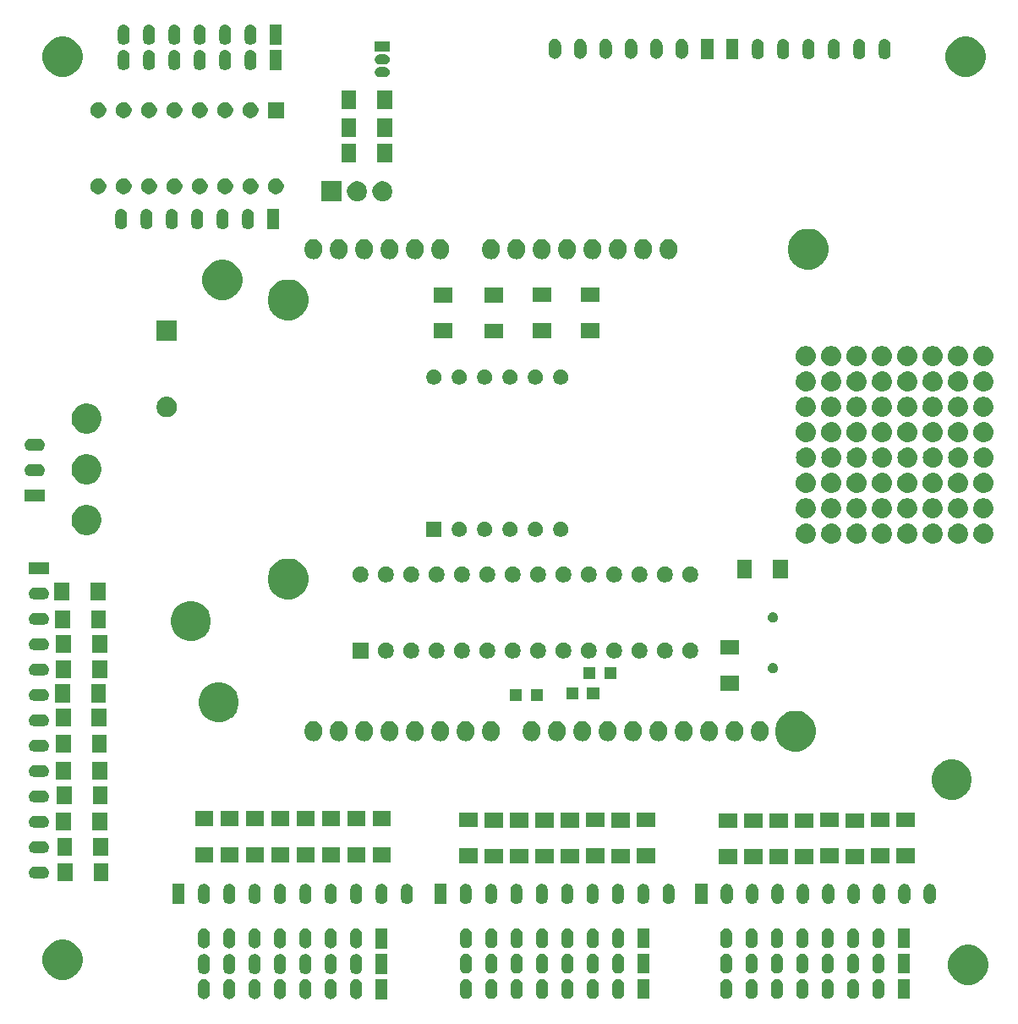
<source format=gts>
G04 #@! TF.GenerationSoftware,KiCad,Pcbnew,5.1.4-e60b266~84~ubuntu19.04.1*
G04 #@! TF.CreationDate,2019-11-13T22:21:34-08:00*
G04 #@! TF.ProjectId,Luciebox,4c756369-6562-46f7-982e-6b696361645f,rev?*
G04 #@! TF.SameCoordinates,Original*
G04 #@! TF.FileFunction,Soldermask,Top*
G04 #@! TF.FilePolarity,Negative*
%FSLAX46Y46*%
G04 Gerber Fmt 4.6, Leading zero omitted, Abs format (unit mm)*
G04 Created by KiCad (PCBNEW 5.1.4-e60b266~84~ubuntu19.04.1) date 2019-11-13 22:21:34*
%MOMM*%
%LPD*%
G04 APERTURE LIST*
%ADD10C,0.100000*%
G04 APERTURE END LIST*
D10*
G36*
X21883143Y-97079685D02*
G01*
X21996243Y-97113993D01*
X22100477Y-97169707D01*
X22191839Y-97244686D01*
X22266818Y-97336048D01*
X22322532Y-97440282D01*
X22356840Y-97553382D01*
X22365522Y-97641529D01*
X22365522Y-98500477D01*
X22356840Y-98588624D01*
X22322532Y-98701724D01*
X22266818Y-98805958D01*
X22191839Y-98897320D01*
X22100476Y-98972299D01*
X21996242Y-99028013D01*
X21883142Y-99062321D01*
X21765522Y-99073906D01*
X21647901Y-99062321D01*
X21534801Y-99028013D01*
X21430567Y-98972299D01*
X21339205Y-98897320D01*
X21264226Y-98805957D01*
X21208512Y-98701723D01*
X21174204Y-98588623D01*
X21165522Y-98500476D01*
X21165522Y-97641529D01*
X21174204Y-97553382D01*
X21208513Y-97440282D01*
X21264227Y-97336048D01*
X21339206Y-97244686D01*
X21430568Y-97169707D01*
X21534802Y-97113993D01*
X21647902Y-97079685D01*
X21765522Y-97068100D01*
X21883143Y-97079685D01*
X21883143Y-97079685D01*
G37*
G36*
X24423143Y-97079685D02*
G01*
X24536243Y-97113993D01*
X24640477Y-97169707D01*
X24731839Y-97244686D01*
X24806818Y-97336048D01*
X24862532Y-97440282D01*
X24896840Y-97553382D01*
X24905522Y-97641529D01*
X24905522Y-98500477D01*
X24896840Y-98588624D01*
X24862532Y-98701724D01*
X24806818Y-98805958D01*
X24731839Y-98897320D01*
X24640476Y-98972299D01*
X24536242Y-99028013D01*
X24423142Y-99062321D01*
X24305522Y-99073906D01*
X24187901Y-99062321D01*
X24074801Y-99028013D01*
X23970567Y-98972299D01*
X23879205Y-98897320D01*
X23804226Y-98805957D01*
X23748512Y-98701723D01*
X23714204Y-98588623D01*
X23705522Y-98500476D01*
X23705522Y-97641529D01*
X23714204Y-97553382D01*
X23748513Y-97440282D01*
X23804227Y-97336048D01*
X23879206Y-97244686D01*
X23970568Y-97169707D01*
X24074802Y-97113993D01*
X24187902Y-97079685D01*
X24305522Y-97068100D01*
X24423143Y-97079685D01*
X24423143Y-97079685D01*
G37*
G36*
X26963143Y-97079685D02*
G01*
X27076243Y-97113993D01*
X27180477Y-97169707D01*
X27271839Y-97244686D01*
X27346818Y-97336048D01*
X27402532Y-97440282D01*
X27436840Y-97553382D01*
X27445522Y-97641529D01*
X27445522Y-98500477D01*
X27436840Y-98588624D01*
X27402532Y-98701724D01*
X27346818Y-98805958D01*
X27271839Y-98897320D01*
X27180476Y-98972299D01*
X27076242Y-99028013D01*
X26963142Y-99062321D01*
X26845522Y-99073906D01*
X26727901Y-99062321D01*
X26614801Y-99028013D01*
X26510567Y-98972299D01*
X26419205Y-98897320D01*
X26344226Y-98805957D01*
X26288512Y-98701723D01*
X26254204Y-98588623D01*
X26245522Y-98500476D01*
X26245522Y-97641529D01*
X26254204Y-97553382D01*
X26288513Y-97440282D01*
X26344227Y-97336048D01*
X26419206Y-97244686D01*
X26510568Y-97169707D01*
X26614802Y-97113993D01*
X26727902Y-97079685D01*
X26845522Y-97068100D01*
X26963143Y-97079685D01*
X26963143Y-97079685D01*
G37*
G36*
X29503143Y-97079685D02*
G01*
X29616243Y-97113993D01*
X29720477Y-97169707D01*
X29811839Y-97244686D01*
X29886818Y-97336048D01*
X29942532Y-97440282D01*
X29976840Y-97553382D01*
X29985522Y-97641529D01*
X29985522Y-98500477D01*
X29976840Y-98588624D01*
X29942532Y-98701724D01*
X29886818Y-98805958D01*
X29811839Y-98897320D01*
X29720476Y-98972299D01*
X29616242Y-99028013D01*
X29503142Y-99062321D01*
X29385522Y-99073906D01*
X29267901Y-99062321D01*
X29154801Y-99028013D01*
X29050567Y-98972299D01*
X28959205Y-98897320D01*
X28884226Y-98805957D01*
X28828512Y-98701723D01*
X28794204Y-98588623D01*
X28785522Y-98500476D01*
X28785522Y-97641529D01*
X28794204Y-97553382D01*
X28828513Y-97440282D01*
X28884227Y-97336048D01*
X28959206Y-97244686D01*
X29050568Y-97169707D01*
X29154802Y-97113993D01*
X29267902Y-97079685D01*
X29385522Y-97068100D01*
X29503143Y-97079685D01*
X29503143Y-97079685D01*
G37*
G36*
X32043143Y-97079685D02*
G01*
X32156243Y-97113993D01*
X32260477Y-97169707D01*
X32351839Y-97244686D01*
X32426818Y-97336048D01*
X32482532Y-97440282D01*
X32516840Y-97553382D01*
X32525522Y-97641529D01*
X32525522Y-98500477D01*
X32516840Y-98588624D01*
X32482532Y-98701724D01*
X32426818Y-98805958D01*
X32351839Y-98897320D01*
X32260476Y-98972299D01*
X32156242Y-99028013D01*
X32043142Y-99062321D01*
X31925522Y-99073906D01*
X31807901Y-99062321D01*
X31694801Y-99028013D01*
X31590567Y-98972299D01*
X31499205Y-98897320D01*
X31424226Y-98805957D01*
X31368512Y-98701723D01*
X31334204Y-98588623D01*
X31325522Y-98500476D01*
X31325522Y-97641529D01*
X31334204Y-97553382D01*
X31368513Y-97440282D01*
X31424227Y-97336048D01*
X31499206Y-97244686D01*
X31590568Y-97169707D01*
X31694802Y-97113993D01*
X31807902Y-97079685D01*
X31925522Y-97068100D01*
X32043143Y-97079685D01*
X32043143Y-97079685D01*
G37*
G36*
X34583143Y-97079685D02*
G01*
X34696243Y-97113993D01*
X34800477Y-97169707D01*
X34891839Y-97244686D01*
X34966818Y-97336048D01*
X35022532Y-97440282D01*
X35056840Y-97553382D01*
X35065522Y-97641529D01*
X35065522Y-98500477D01*
X35056840Y-98588624D01*
X35022532Y-98701724D01*
X34966818Y-98805958D01*
X34891839Y-98897320D01*
X34800476Y-98972299D01*
X34696242Y-99028013D01*
X34583142Y-99062321D01*
X34465522Y-99073906D01*
X34347901Y-99062321D01*
X34234801Y-99028013D01*
X34130567Y-98972299D01*
X34039205Y-98897320D01*
X33964226Y-98805957D01*
X33908512Y-98701723D01*
X33874204Y-98588623D01*
X33865522Y-98500476D01*
X33865522Y-97641529D01*
X33874204Y-97553382D01*
X33908513Y-97440282D01*
X33964227Y-97336048D01*
X34039206Y-97244686D01*
X34130568Y-97169707D01*
X34234802Y-97113993D01*
X34347902Y-97079685D01*
X34465522Y-97068100D01*
X34583143Y-97079685D01*
X34583143Y-97079685D01*
G37*
G36*
X19343143Y-97079685D02*
G01*
X19456243Y-97113993D01*
X19560477Y-97169707D01*
X19651839Y-97244686D01*
X19726818Y-97336048D01*
X19782532Y-97440282D01*
X19816840Y-97553382D01*
X19825522Y-97641529D01*
X19825522Y-98500477D01*
X19816840Y-98588624D01*
X19782532Y-98701724D01*
X19726818Y-98805958D01*
X19651839Y-98897320D01*
X19560476Y-98972299D01*
X19456242Y-99028013D01*
X19343142Y-99062321D01*
X19225522Y-99073906D01*
X19107901Y-99062321D01*
X18994801Y-99028013D01*
X18890567Y-98972299D01*
X18799205Y-98897320D01*
X18724226Y-98805957D01*
X18668512Y-98701723D01*
X18634204Y-98588623D01*
X18625522Y-98500476D01*
X18625522Y-97641529D01*
X18634204Y-97553382D01*
X18668513Y-97440282D01*
X18724227Y-97336048D01*
X18799206Y-97244686D01*
X18890568Y-97169707D01*
X18994802Y-97113993D01*
X19107902Y-97079685D01*
X19225522Y-97068100D01*
X19343143Y-97079685D01*
X19343143Y-97079685D01*
G37*
G36*
X37605522Y-99071003D02*
G01*
X36405522Y-99071003D01*
X36405522Y-97071003D01*
X37605522Y-97071003D01*
X37605522Y-99071003D01*
X37605522Y-99071003D01*
G37*
G36*
X48113621Y-97065682D02*
G01*
X48226721Y-97099990D01*
X48330955Y-97155704D01*
X48422317Y-97230683D01*
X48497296Y-97322045D01*
X48553010Y-97426279D01*
X48587318Y-97539379D01*
X48596000Y-97627526D01*
X48596000Y-98486474D01*
X48587318Y-98574621D01*
X48553010Y-98687721D01*
X48497296Y-98791955D01*
X48422317Y-98883317D01*
X48330954Y-98958296D01*
X48226720Y-99014010D01*
X48113620Y-99048318D01*
X47996000Y-99059903D01*
X47878379Y-99048318D01*
X47765279Y-99014010D01*
X47661045Y-98958296D01*
X47569683Y-98883317D01*
X47494704Y-98791954D01*
X47438990Y-98687720D01*
X47404682Y-98574620D01*
X47396000Y-98486473D01*
X47396000Y-97627526D01*
X47404682Y-97539379D01*
X47438991Y-97426279D01*
X47494705Y-97322045D01*
X47569684Y-97230683D01*
X47661046Y-97155704D01*
X47765280Y-97099990D01*
X47878380Y-97065682D01*
X47996000Y-97054097D01*
X48113621Y-97065682D01*
X48113621Y-97065682D01*
G37*
G36*
X74148621Y-97065682D02*
G01*
X74261721Y-97099990D01*
X74365955Y-97155704D01*
X74457317Y-97230683D01*
X74532296Y-97322045D01*
X74588010Y-97426279D01*
X74622318Y-97539379D01*
X74631000Y-97627526D01*
X74631000Y-98486474D01*
X74622318Y-98574621D01*
X74588010Y-98687721D01*
X74532296Y-98791955D01*
X74457317Y-98883317D01*
X74365954Y-98958296D01*
X74261720Y-99014010D01*
X74148620Y-99048318D01*
X74031000Y-99059903D01*
X73913379Y-99048318D01*
X73800279Y-99014010D01*
X73696045Y-98958296D01*
X73604683Y-98883317D01*
X73529704Y-98791954D01*
X73473990Y-98687720D01*
X73439682Y-98574620D01*
X73431000Y-98486473D01*
X73431000Y-97627526D01*
X73439682Y-97539379D01*
X73473991Y-97426279D01*
X73529705Y-97322045D01*
X73604684Y-97230683D01*
X73696046Y-97155704D01*
X73800280Y-97099990D01*
X73913380Y-97065682D01*
X74031000Y-97054097D01*
X74148621Y-97065682D01*
X74148621Y-97065682D01*
G37*
G36*
X71608621Y-97065682D02*
G01*
X71721721Y-97099990D01*
X71825955Y-97155704D01*
X71917317Y-97230683D01*
X71992296Y-97322045D01*
X72048010Y-97426279D01*
X72082318Y-97539379D01*
X72091000Y-97627526D01*
X72091000Y-98486474D01*
X72082318Y-98574621D01*
X72048010Y-98687721D01*
X71992296Y-98791955D01*
X71917317Y-98883317D01*
X71825954Y-98958296D01*
X71721720Y-99014010D01*
X71608620Y-99048318D01*
X71491000Y-99059903D01*
X71373379Y-99048318D01*
X71260279Y-99014010D01*
X71156045Y-98958296D01*
X71064683Y-98883317D01*
X70989704Y-98791954D01*
X70933990Y-98687720D01*
X70899682Y-98574620D01*
X70891000Y-98486473D01*
X70891000Y-97627526D01*
X70899682Y-97539379D01*
X70933991Y-97426279D01*
X70989705Y-97322045D01*
X71064684Y-97230683D01*
X71156046Y-97155704D01*
X71260280Y-97099990D01*
X71373380Y-97065682D01*
X71491000Y-97054097D01*
X71608621Y-97065682D01*
X71608621Y-97065682D01*
G37*
G36*
X79228621Y-97065682D02*
G01*
X79341721Y-97099990D01*
X79445955Y-97155704D01*
X79537317Y-97230683D01*
X79612296Y-97322045D01*
X79668010Y-97426279D01*
X79702318Y-97539379D01*
X79711000Y-97627526D01*
X79711000Y-98486474D01*
X79702318Y-98574621D01*
X79668010Y-98687721D01*
X79612296Y-98791955D01*
X79537317Y-98883317D01*
X79445954Y-98958296D01*
X79341720Y-99014010D01*
X79228620Y-99048318D01*
X79111000Y-99059903D01*
X78993379Y-99048318D01*
X78880279Y-99014010D01*
X78776045Y-98958296D01*
X78684683Y-98883317D01*
X78609704Y-98791954D01*
X78553990Y-98687720D01*
X78519682Y-98574620D01*
X78511000Y-98486473D01*
X78511000Y-97627526D01*
X78519682Y-97539379D01*
X78553991Y-97426279D01*
X78609705Y-97322045D01*
X78684684Y-97230683D01*
X78776046Y-97155704D01*
X78880280Y-97099990D01*
X78993380Y-97065682D01*
X79111000Y-97054097D01*
X79228621Y-97065682D01*
X79228621Y-97065682D01*
G37*
G36*
X81768621Y-97065682D02*
G01*
X81881721Y-97099990D01*
X81985955Y-97155704D01*
X82077317Y-97230683D01*
X82152296Y-97322045D01*
X82208010Y-97426279D01*
X82242318Y-97539379D01*
X82251000Y-97627526D01*
X82251000Y-98486474D01*
X82242318Y-98574621D01*
X82208010Y-98687721D01*
X82152296Y-98791955D01*
X82077317Y-98883317D01*
X81985954Y-98958296D01*
X81881720Y-99014010D01*
X81768620Y-99048318D01*
X81651000Y-99059903D01*
X81533379Y-99048318D01*
X81420279Y-99014010D01*
X81316045Y-98958296D01*
X81224683Y-98883317D01*
X81149704Y-98791954D01*
X81093990Y-98687720D01*
X81059682Y-98574620D01*
X81051000Y-98486473D01*
X81051000Y-97627526D01*
X81059682Y-97539379D01*
X81093991Y-97426279D01*
X81149705Y-97322045D01*
X81224684Y-97230683D01*
X81316046Y-97155704D01*
X81420280Y-97099990D01*
X81533380Y-97065682D01*
X81651000Y-97054097D01*
X81768621Y-97065682D01*
X81768621Y-97065682D01*
G37*
G36*
X76688621Y-97065682D02*
G01*
X76801721Y-97099990D01*
X76905955Y-97155704D01*
X76997317Y-97230683D01*
X77072296Y-97322045D01*
X77128010Y-97426279D01*
X77162318Y-97539379D01*
X77171000Y-97627526D01*
X77171000Y-98486474D01*
X77162318Y-98574621D01*
X77128010Y-98687721D01*
X77072296Y-98791955D01*
X76997317Y-98883317D01*
X76905954Y-98958296D01*
X76801720Y-99014010D01*
X76688620Y-99048318D01*
X76571000Y-99059903D01*
X76453379Y-99048318D01*
X76340279Y-99014010D01*
X76236045Y-98958296D01*
X76144683Y-98883317D01*
X76069704Y-98791954D01*
X76013990Y-98687720D01*
X75979682Y-98574620D01*
X75971000Y-98486473D01*
X75971000Y-97627526D01*
X75979682Y-97539379D01*
X76013991Y-97426279D01*
X76069705Y-97322045D01*
X76144684Y-97230683D01*
X76236046Y-97155704D01*
X76340280Y-97099990D01*
X76453380Y-97065682D01*
X76571000Y-97054097D01*
X76688621Y-97065682D01*
X76688621Y-97065682D01*
G37*
G36*
X45573621Y-97065682D02*
G01*
X45686721Y-97099990D01*
X45790955Y-97155704D01*
X45882317Y-97230683D01*
X45957296Y-97322045D01*
X46013010Y-97426279D01*
X46047318Y-97539379D01*
X46056000Y-97627526D01*
X46056000Y-98486474D01*
X46047318Y-98574621D01*
X46013010Y-98687721D01*
X45957296Y-98791955D01*
X45882317Y-98883317D01*
X45790954Y-98958296D01*
X45686720Y-99014010D01*
X45573620Y-99048318D01*
X45456000Y-99059903D01*
X45338379Y-99048318D01*
X45225279Y-99014010D01*
X45121045Y-98958296D01*
X45029683Y-98883317D01*
X44954704Y-98791954D01*
X44898990Y-98687720D01*
X44864682Y-98574620D01*
X44856000Y-98486473D01*
X44856000Y-97627526D01*
X44864682Y-97539379D01*
X44898991Y-97426279D01*
X44954705Y-97322045D01*
X45029684Y-97230683D01*
X45121046Y-97155704D01*
X45225280Y-97099990D01*
X45338380Y-97065682D01*
X45456000Y-97054097D01*
X45573621Y-97065682D01*
X45573621Y-97065682D01*
G37*
G36*
X50653621Y-97065682D02*
G01*
X50766721Y-97099990D01*
X50870955Y-97155704D01*
X50962317Y-97230683D01*
X51037296Y-97322045D01*
X51093010Y-97426279D01*
X51127318Y-97539379D01*
X51136000Y-97627526D01*
X51136000Y-98486474D01*
X51127318Y-98574621D01*
X51093010Y-98687721D01*
X51037296Y-98791955D01*
X50962317Y-98883317D01*
X50870954Y-98958296D01*
X50766720Y-99014010D01*
X50653620Y-99048318D01*
X50536000Y-99059903D01*
X50418379Y-99048318D01*
X50305279Y-99014010D01*
X50201045Y-98958296D01*
X50109683Y-98883317D01*
X50034704Y-98791954D01*
X49978990Y-98687720D01*
X49944682Y-98574620D01*
X49936000Y-98486473D01*
X49936000Y-97627526D01*
X49944682Y-97539379D01*
X49978991Y-97426279D01*
X50034705Y-97322045D01*
X50109684Y-97230683D01*
X50201046Y-97155704D01*
X50305280Y-97099990D01*
X50418380Y-97065682D01*
X50536000Y-97054097D01*
X50653621Y-97065682D01*
X50653621Y-97065682D01*
G37*
G36*
X53193621Y-97065682D02*
G01*
X53306721Y-97099990D01*
X53410955Y-97155704D01*
X53502317Y-97230683D01*
X53577296Y-97322045D01*
X53633010Y-97426279D01*
X53667318Y-97539379D01*
X53676000Y-97627526D01*
X53676000Y-98486474D01*
X53667318Y-98574621D01*
X53633010Y-98687721D01*
X53577296Y-98791955D01*
X53502317Y-98883317D01*
X53410954Y-98958296D01*
X53306720Y-99014010D01*
X53193620Y-99048318D01*
X53076000Y-99059903D01*
X52958379Y-99048318D01*
X52845279Y-99014010D01*
X52741045Y-98958296D01*
X52649683Y-98883317D01*
X52574704Y-98791954D01*
X52518990Y-98687720D01*
X52484682Y-98574620D01*
X52476000Y-98486473D01*
X52476000Y-97627526D01*
X52484682Y-97539379D01*
X52518991Y-97426279D01*
X52574705Y-97322045D01*
X52649684Y-97230683D01*
X52741046Y-97155704D01*
X52845280Y-97099990D01*
X52958380Y-97065682D01*
X53076000Y-97054097D01*
X53193621Y-97065682D01*
X53193621Y-97065682D01*
G37*
G36*
X55733621Y-97065682D02*
G01*
X55846721Y-97099990D01*
X55950955Y-97155704D01*
X56042317Y-97230683D01*
X56117296Y-97322045D01*
X56173010Y-97426279D01*
X56207318Y-97539379D01*
X56216000Y-97627526D01*
X56216000Y-98486474D01*
X56207318Y-98574621D01*
X56173010Y-98687721D01*
X56117296Y-98791955D01*
X56042317Y-98883317D01*
X55950954Y-98958296D01*
X55846720Y-99014010D01*
X55733620Y-99048318D01*
X55616000Y-99059903D01*
X55498379Y-99048318D01*
X55385279Y-99014010D01*
X55281045Y-98958296D01*
X55189683Y-98883317D01*
X55114704Y-98791954D01*
X55058990Y-98687720D01*
X55024682Y-98574620D01*
X55016000Y-98486473D01*
X55016000Y-97627526D01*
X55024682Y-97539379D01*
X55058991Y-97426279D01*
X55114705Y-97322045D01*
X55189684Y-97230683D01*
X55281046Y-97155704D01*
X55385280Y-97099990D01*
X55498380Y-97065682D01*
X55616000Y-97054097D01*
X55733621Y-97065682D01*
X55733621Y-97065682D01*
G37*
G36*
X58273621Y-97065682D02*
G01*
X58386721Y-97099990D01*
X58490955Y-97155704D01*
X58582317Y-97230683D01*
X58657296Y-97322045D01*
X58713010Y-97426279D01*
X58747318Y-97539379D01*
X58756000Y-97627526D01*
X58756000Y-98486474D01*
X58747318Y-98574621D01*
X58713010Y-98687721D01*
X58657296Y-98791955D01*
X58582317Y-98883317D01*
X58490954Y-98958296D01*
X58386720Y-99014010D01*
X58273620Y-99048318D01*
X58156000Y-99059903D01*
X58038379Y-99048318D01*
X57925279Y-99014010D01*
X57821045Y-98958296D01*
X57729683Y-98883317D01*
X57654704Y-98791954D01*
X57598990Y-98687720D01*
X57564682Y-98574620D01*
X57556000Y-98486473D01*
X57556000Y-97627526D01*
X57564682Y-97539379D01*
X57598991Y-97426279D01*
X57654705Y-97322045D01*
X57729684Y-97230683D01*
X57821046Y-97155704D01*
X57925280Y-97099990D01*
X58038380Y-97065682D01*
X58156000Y-97054097D01*
X58273621Y-97065682D01*
X58273621Y-97065682D01*
G37*
G36*
X60813621Y-97065682D02*
G01*
X60926721Y-97099990D01*
X61030955Y-97155704D01*
X61122317Y-97230683D01*
X61197296Y-97322045D01*
X61253010Y-97426279D01*
X61287318Y-97539379D01*
X61296000Y-97627526D01*
X61296000Y-98486474D01*
X61287318Y-98574621D01*
X61253010Y-98687721D01*
X61197296Y-98791955D01*
X61122317Y-98883317D01*
X61030954Y-98958296D01*
X60926720Y-99014010D01*
X60813620Y-99048318D01*
X60696000Y-99059903D01*
X60578379Y-99048318D01*
X60465279Y-99014010D01*
X60361045Y-98958296D01*
X60269683Y-98883317D01*
X60194704Y-98791954D01*
X60138990Y-98687720D01*
X60104682Y-98574620D01*
X60096000Y-98486473D01*
X60096000Y-97627526D01*
X60104682Y-97539379D01*
X60138991Y-97426279D01*
X60194705Y-97322045D01*
X60269684Y-97230683D01*
X60361046Y-97155704D01*
X60465280Y-97099990D01*
X60578380Y-97065682D01*
X60696000Y-97054097D01*
X60813621Y-97065682D01*
X60813621Y-97065682D01*
G37*
G36*
X86848621Y-97065682D02*
G01*
X86961721Y-97099990D01*
X87065955Y-97155704D01*
X87157317Y-97230683D01*
X87232296Y-97322045D01*
X87288010Y-97426279D01*
X87322318Y-97539379D01*
X87331000Y-97627526D01*
X87331000Y-98486474D01*
X87322318Y-98574621D01*
X87288010Y-98687721D01*
X87232296Y-98791955D01*
X87157317Y-98883317D01*
X87065954Y-98958296D01*
X86961720Y-99014010D01*
X86848620Y-99048318D01*
X86731000Y-99059903D01*
X86613379Y-99048318D01*
X86500279Y-99014010D01*
X86396045Y-98958296D01*
X86304683Y-98883317D01*
X86229704Y-98791954D01*
X86173990Y-98687720D01*
X86139682Y-98574620D01*
X86131000Y-98486473D01*
X86131000Y-97627526D01*
X86139682Y-97539379D01*
X86173991Y-97426279D01*
X86229705Y-97322045D01*
X86304684Y-97230683D01*
X86396046Y-97155704D01*
X86500280Y-97099990D01*
X86613380Y-97065682D01*
X86731000Y-97054097D01*
X86848621Y-97065682D01*
X86848621Y-97065682D01*
G37*
G36*
X84308621Y-97065682D02*
G01*
X84421721Y-97099990D01*
X84525955Y-97155704D01*
X84617317Y-97230683D01*
X84692296Y-97322045D01*
X84748010Y-97426279D01*
X84782318Y-97539379D01*
X84791000Y-97627526D01*
X84791000Y-98486474D01*
X84782318Y-98574621D01*
X84748010Y-98687721D01*
X84692296Y-98791955D01*
X84617317Y-98883317D01*
X84525954Y-98958296D01*
X84421720Y-99014010D01*
X84308620Y-99048318D01*
X84191000Y-99059903D01*
X84073379Y-99048318D01*
X83960279Y-99014010D01*
X83856045Y-98958296D01*
X83764683Y-98883317D01*
X83689704Y-98791954D01*
X83633990Y-98687720D01*
X83599682Y-98574620D01*
X83591000Y-98486473D01*
X83591000Y-97627526D01*
X83599682Y-97539379D01*
X83633991Y-97426279D01*
X83689705Y-97322045D01*
X83764684Y-97230683D01*
X83856046Y-97155704D01*
X83960280Y-97099990D01*
X84073380Y-97065682D01*
X84191000Y-97054097D01*
X84308621Y-97065682D01*
X84308621Y-97065682D01*
G37*
G36*
X63836000Y-99057000D02*
G01*
X62636000Y-99057000D01*
X62636000Y-97057000D01*
X63836000Y-97057000D01*
X63836000Y-99057000D01*
X63836000Y-99057000D01*
G37*
G36*
X89871000Y-99057000D02*
G01*
X88671000Y-99057000D01*
X88671000Y-97057000D01*
X89871000Y-97057000D01*
X89871000Y-99057000D01*
X89871000Y-99057000D01*
G37*
G36*
X96331377Y-93720858D02*
G01*
X96669890Y-93861075D01*
X96695355Y-93871623D01*
X96788721Y-93934008D01*
X97022925Y-94090498D01*
X97301502Y-94369075D01*
X97520378Y-94696647D01*
X97671142Y-95060623D01*
X97748000Y-95447016D01*
X97748000Y-95840984D01*
X97671142Y-96227377D01*
X97538373Y-96547909D01*
X97520377Y-96591355D01*
X97301501Y-96918926D01*
X97022926Y-97197501D01*
X96695355Y-97416377D01*
X96695354Y-97416378D01*
X96695353Y-97416378D01*
X96331377Y-97567142D01*
X95944984Y-97644000D01*
X95551016Y-97644000D01*
X95164623Y-97567142D01*
X94800647Y-97416378D01*
X94800646Y-97416378D01*
X94800645Y-97416377D01*
X94473074Y-97197501D01*
X94194499Y-96918926D01*
X93975623Y-96591355D01*
X93957627Y-96547909D01*
X93824858Y-96227377D01*
X93748000Y-95840984D01*
X93748000Y-95447016D01*
X93824858Y-95060623D01*
X93975622Y-94696647D01*
X94194498Y-94369075D01*
X94473075Y-94090498D01*
X94707279Y-93934008D01*
X94800645Y-93871623D01*
X94826110Y-93861075D01*
X95164623Y-93720858D01*
X95551016Y-93644000D01*
X95944984Y-93644000D01*
X96331377Y-93720858D01*
X96331377Y-93720858D01*
G37*
G36*
X5653377Y-93212858D02*
G01*
X6017353Y-93363622D01*
X6017355Y-93363623D01*
X6102443Y-93420477D01*
X6344925Y-93582498D01*
X6623502Y-93861075D01*
X6842378Y-94188647D01*
X6993142Y-94552623D01*
X7070000Y-94939016D01*
X7070000Y-95332984D01*
X6993142Y-95719377D01*
X6850964Y-96062624D01*
X6842377Y-96083355D01*
X6623501Y-96410926D01*
X6344926Y-96689501D01*
X6017355Y-96908377D01*
X6017354Y-96908378D01*
X6017353Y-96908378D01*
X5653377Y-97059142D01*
X5266984Y-97136000D01*
X4873016Y-97136000D01*
X4486623Y-97059142D01*
X4122647Y-96908378D01*
X4122646Y-96908378D01*
X4122645Y-96908377D01*
X3795074Y-96689501D01*
X3516499Y-96410926D01*
X3297623Y-96083355D01*
X3289036Y-96062624D01*
X3146858Y-95719377D01*
X3070000Y-95332984D01*
X3070000Y-94939016D01*
X3146858Y-94552623D01*
X3297622Y-94188647D01*
X3516498Y-93861075D01*
X3795075Y-93582498D01*
X4037557Y-93420477D01*
X4122645Y-93363623D01*
X4122647Y-93363622D01*
X4486623Y-93212858D01*
X4873016Y-93136000D01*
X5266984Y-93136000D01*
X5653377Y-93212858D01*
X5653377Y-93212858D01*
G37*
G36*
X34583143Y-94553688D02*
G01*
X34696243Y-94587996D01*
X34800477Y-94643710D01*
X34891839Y-94718689D01*
X34966818Y-94810051D01*
X35022532Y-94914285D01*
X35056840Y-95027385D01*
X35065522Y-95115532D01*
X35065522Y-95974480D01*
X35056840Y-96062627D01*
X35022532Y-96175727D01*
X34966818Y-96279961D01*
X34891839Y-96371323D01*
X34800476Y-96446302D01*
X34696242Y-96502016D01*
X34583142Y-96536324D01*
X34465522Y-96547909D01*
X34347901Y-96536324D01*
X34234801Y-96502016D01*
X34130567Y-96446302D01*
X34039205Y-96371323D01*
X33964226Y-96279960D01*
X33908512Y-96175726D01*
X33874204Y-96062626D01*
X33865522Y-95974479D01*
X33865522Y-95115532D01*
X33874204Y-95027385D01*
X33908513Y-94914285D01*
X33964227Y-94810051D01*
X34039206Y-94718689D01*
X34130568Y-94643710D01*
X34234802Y-94587996D01*
X34347902Y-94553688D01*
X34465522Y-94542103D01*
X34583143Y-94553688D01*
X34583143Y-94553688D01*
G37*
G36*
X19343143Y-94553688D02*
G01*
X19456243Y-94587996D01*
X19560477Y-94643710D01*
X19651839Y-94718689D01*
X19726818Y-94810051D01*
X19782532Y-94914285D01*
X19816840Y-95027385D01*
X19825522Y-95115532D01*
X19825522Y-95974480D01*
X19816840Y-96062627D01*
X19782532Y-96175727D01*
X19726818Y-96279961D01*
X19651839Y-96371323D01*
X19560476Y-96446302D01*
X19456242Y-96502016D01*
X19343142Y-96536324D01*
X19225522Y-96547909D01*
X19107901Y-96536324D01*
X18994801Y-96502016D01*
X18890567Y-96446302D01*
X18799205Y-96371323D01*
X18724226Y-96279960D01*
X18668512Y-96175726D01*
X18634204Y-96062626D01*
X18625522Y-95974479D01*
X18625522Y-95115532D01*
X18634204Y-95027385D01*
X18668513Y-94914285D01*
X18724227Y-94810051D01*
X18799206Y-94718689D01*
X18890568Y-94643710D01*
X18994802Y-94587996D01*
X19107902Y-94553688D01*
X19225522Y-94542103D01*
X19343143Y-94553688D01*
X19343143Y-94553688D01*
G37*
G36*
X21883143Y-94553688D02*
G01*
X21996243Y-94587996D01*
X22100477Y-94643710D01*
X22191839Y-94718689D01*
X22266818Y-94810051D01*
X22322532Y-94914285D01*
X22356840Y-95027385D01*
X22365522Y-95115532D01*
X22365522Y-95974480D01*
X22356840Y-96062627D01*
X22322532Y-96175727D01*
X22266818Y-96279961D01*
X22191839Y-96371323D01*
X22100476Y-96446302D01*
X21996242Y-96502016D01*
X21883142Y-96536324D01*
X21765522Y-96547909D01*
X21647901Y-96536324D01*
X21534801Y-96502016D01*
X21430567Y-96446302D01*
X21339205Y-96371323D01*
X21264226Y-96279960D01*
X21208512Y-96175726D01*
X21174204Y-96062626D01*
X21165522Y-95974479D01*
X21165522Y-95115532D01*
X21174204Y-95027385D01*
X21208513Y-94914285D01*
X21264227Y-94810051D01*
X21339206Y-94718689D01*
X21430568Y-94643710D01*
X21534802Y-94587996D01*
X21647902Y-94553688D01*
X21765522Y-94542103D01*
X21883143Y-94553688D01*
X21883143Y-94553688D01*
G37*
G36*
X24423143Y-94553688D02*
G01*
X24536243Y-94587996D01*
X24640477Y-94643710D01*
X24731839Y-94718689D01*
X24806818Y-94810051D01*
X24862532Y-94914285D01*
X24896840Y-95027385D01*
X24905522Y-95115532D01*
X24905522Y-95974480D01*
X24896840Y-96062627D01*
X24862532Y-96175727D01*
X24806818Y-96279961D01*
X24731839Y-96371323D01*
X24640476Y-96446302D01*
X24536242Y-96502016D01*
X24423142Y-96536324D01*
X24305522Y-96547909D01*
X24187901Y-96536324D01*
X24074801Y-96502016D01*
X23970567Y-96446302D01*
X23879205Y-96371323D01*
X23804226Y-96279960D01*
X23748512Y-96175726D01*
X23714204Y-96062626D01*
X23705522Y-95974479D01*
X23705522Y-95115532D01*
X23714204Y-95027385D01*
X23748513Y-94914285D01*
X23804227Y-94810051D01*
X23879206Y-94718689D01*
X23970568Y-94643710D01*
X24074802Y-94587996D01*
X24187902Y-94553688D01*
X24305522Y-94542103D01*
X24423143Y-94553688D01*
X24423143Y-94553688D01*
G37*
G36*
X29503143Y-94553688D02*
G01*
X29616243Y-94587996D01*
X29720477Y-94643710D01*
X29811839Y-94718689D01*
X29886818Y-94810051D01*
X29942532Y-94914285D01*
X29976840Y-95027385D01*
X29985522Y-95115532D01*
X29985522Y-95974480D01*
X29976840Y-96062627D01*
X29942532Y-96175727D01*
X29886818Y-96279961D01*
X29811839Y-96371323D01*
X29720476Y-96446302D01*
X29616242Y-96502016D01*
X29503142Y-96536324D01*
X29385522Y-96547909D01*
X29267901Y-96536324D01*
X29154801Y-96502016D01*
X29050567Y-96446302D01*
X28959205Y-96371323D01*
X28884226Y-96279960D01*
X28828512Y-96175726D01*
X28794204Y-96062626D01*
X28785522Y-95974479D01*
X28785522Y-95115532D01*
X28794204Y-95027385D01*
X28828513Y-94914285D01*
X28884227Y-94810051D01*
X28959206Y-94718689D01*
X29050568Y-94643710D01*
X29154802Y-94587996D01*
X29267902Y-94553688D01*
X29385522Y-94542103D01*
X29503143Y-94553688D01*
X29503143Y-94553688D01*
G37*
G36*
X32043143Y-94553688D02*
G01*
X32156243Y-94587996D01*
X32260477Y-94643710D01*
X32351839Y-94718689D01*
X32426818Y-94810051D01*
X32482532Y-94914285D01*
X32516840Y-95027385D01*
X32525522Y-95115532D01*
X32525522Y-95974480D01*
X32516840Y-96062627D01*
X32482532Y-96175727D01*
X32426818Y-96279961D01*
X32351839Y-96371323D01*
X32260476Y-96446302D01*
X32156242Y-96502016D01*
X32043142Y-96536324D01*
X31925522Y-96547909D01*
X31807901Y-96536324D01*
X31694801Y-96502016D01*
X31590567Y-96446302D01*
X31499205Y-96371323D01*
X31424226Y-96279960D01*
X31368512Y-96175726D01*
X31334204Y-96062626D01*
X31325522Y-95974479D01*
X31325522Y-95115532D01*
X31334204Y-95027385D01*
X31368513Y-94914285D01*
X31424227Y-94810051D01*
X31499206Y-94718689D01*
X31590568Y-94643710D01*
X31694802Y-94587996D01*
X31807902Y-94553688D01*
X31925522Y-94542103D01*
X32043143Y-94553688D01*
X32043143Y-94553688D01*
G37*
G36*
X26963143Y-94553688D02*
G01*
X27076243Y-94587996D01*
X27180477Y-94643710D01*
X27271839Y-94718689D01*
X27346818Y-94810051D01*
X27402532Y-94914285D01*
X27436840Y-95027385D01*
X27445522Y-95115532D01*
X27445522Y-95974480D01*
X27436840Y-96062627D01*
X27402532Y-96175727D01*
X27346818Y-96279961D01*
X27271839Y-96371323D01*
X27180476Y-96446302D01*
X27076242Y-96502016D01*
X26963142Y-96536324D01*
X26845522Y-96547909D01*
X26727901Y-96536324D01*
X26614801Y-96502016D01*
X26510567Y-96446302D01*
X26419205Y-96371323D01*
X26344226Y-96279960D01*
X26288512Y-96175726D01*
X26254204Y-96062626D01*
X26245522Y-95974479D01*
X26245522Y-95115532D01*
X26254204Y-95027385D01*
X26288513Y-94914285D01*
X26344227Y-94810051D01*
X26419206Y-94718689D01*
X26510568Y-94643710D01*
X26614802Y-94587996D01*
X26727902Y-94553688D01*
X26845522Y-94542103D01*
X26963143Y-94553688D01*
X26963143Y-94553688D01*
G37*
G36*
X37605522Y-96545006D02*
G01*
X36405522Y-96545006D01*
X36405522Y-94545006D01*
X37605522Y-94545006D01*
X37605522Y-96545006D01*
X37605522Y-96545006D01*
G37*
G36*
X45573621Y-94525682D02*
G01*
X45686721Y-94559990D01*
X45790955Y-94615704D01*
X45882317Y-94690683D01*
X45957296Y-94782045D01*
X46013010Y-94886279D01*
X46047318Y-94999379D01*
X46056000Y-95087526D01*
X46056000Y-95946474D01*
X46047318Y-96034621D01*
X46013010Y-96147721D01*
X45957296Y-96251955D01*
X45882317Y-96343317D01*
X45790954Y-96418296D01*
X45686720Y-96474010D01*
X45573620Y-96508318D01*
X45456000Y-96519903D01*
X45338379Y-96508318D01*
X45225279Y-96474010D01*
X45121045Y-96418296D01*
X45029683Y-96343317D01*
X44954704Y-96251954D01*
X44898990Y-96147720D01*
X44864682Y-96034620D01*
X44856000Y-95946473D01*
X44856000Y-95087526D01*
X44864682Y-94999379D01*
X44898991Y-94886279D01*
X44954705Y-94782045D01*
X45029684Y-94690683D01*
X45121046Y-94615704D01*
X45225280Y-94559990D01*
X45338380Y-94525682D01*
X45456000Y-94514097D01*
X45573621Y-94525682D01*
X45573621Y-94525682D01*
G37*
G36*
X60813621Y-94525682D02*
G01*
X60926721Y-94559990D01*
X61030955Y-94615704D01*
X61122317Y-94690683D01*
X61197296Y-94782045D01*
X61253010Y-94886279D01*
X61287318Y-94999379D01*
X61296000Y-95087526D01*
X61296000Y-95946474D01*
X61287318Y-96034621D01*
X61253010Y-96147721D01*
X61197296Y-96251955D01*
X61122317Y-96343317D01*
X61030954Y-96418296D01*
X60926720Y-96474010D01*
X60813620Y-96508318D01*
X60696000Y-96519903D01*
X60578379Y-96508318D01*
X60465279Y-96474010D01*
X60361045Y-96418296D01*
X60269683Y-96343317D01*
X60194704Y-96251954D01*
X60138990Y-96147720D01*
X60104682Y-96034620D01*
X60096000Y-95946473D01*
X60096000Y-95087526D01*
X60104682Y-94999379D01*
X60138991Y-94886279D01*
X60194705Y-94782045D01*
X60269684Y-94690683D01*
X60361046Y-94615704D01*
X60465280Y-94559990D01*
X60578380Y-94525682D01*
X60696000Y-94514097D01*
X60813621Y-94525682D01*
X60813621Y-94525682D01*
G37*
G36*
X58273621Y-94525682D02*
G01*
X58386721Y-94559990D01*
X58490955Y-94615704D01*
X58582317Y-94690683D01*
X58657296Y-94782045D01*
X58713010Y-94886279D01*
X58747318Y-94999379D01*
X58756000Y-95087526D01*
X58756000Y-95946474D01*
X58747318Y-96034621D01*
X58713010Y-96147721D01*
X58657296Y-96251955D01*
X58582317Y-96343317D01*
X58490954Y-96418296D01*
X58386720Y-96474010D01*
X58273620Y-96508318D01*
X58156000Y-96519903D01*
X58038379Y-96508318D01*
X57925279Y-96474010D01*
X57821045Y-96418296D01*
X57729683Y-96343317D01*
X57654704Y-96251954D01*
X57598990Y-96147720D01*
X57564682Y-96034620D01*
X57556000Y-95946473D01*
X57556000Y-95087526D01*
X57564682Y-94999379D01*
X57598991Y-94886279D01*
X57654705Y-94782045D01*
X57729684Y-94690683D01*
X57821046Y-94615704D01*
X57925280Y-94559990D01*
X58038380Y-94525682D01*
X58156000Y-94514097D01*
X58273621Y-94525682D01*
X58273621Y-94525682D01*
G37*
G36*
X55733621Y-94525682D02*
G01*
X55846721Y-94559990D01*
X55950955Y-94615704D01*
X56042317Y-94690683D01*
X56117296Y-94782045D01*
X56173010Y-94886279D01*
X56207318Y-94999379D01*
X56216000Y-95087526D01*
X56216000Y-95946474D01*
X56207318Y-96034621D01*
X56173010Y-96147721D01*
X56117296Y-96251955D01*
X56042317Y-96343317D01*
X55950954Y-96418296D01*
X55846720Y-96474010D01*
X55733620Y-96508318D01*
X55616000Y-96519903D01*
X55498379Y-96508318D01*
X55385279Y-96474010D01*
X55281045Y-96418296D01*
X55189683Y-96343317D01*
X55114704Y-96251954D01*
X55058990Y-96147720D01*
X55024682Y-96034620D01*
X55016000Y-95946473D01*
X55016000Y-95087526D01*
X55024682Y-94999379D01*
X55058991Y-94886279D01*
X55114705Y-94782045D01*
X55189684Y-94690683D01*
X55281046Y-94615704D01*
X55385280Y-94559990D01*
X55498380Y-94525682D01*
X55616000Y-94514097D01*
X55733621Y-94525682D01*
X55733621Y-94525682D01*
G37*
G36*
X53193621Y-94525682D02*
G01*
X53306721Y-94559990D01*
X53410955Y-94615704D01*
X53502317Y-94690683D01*
X53577296Y-94782045D01*
X53633010Y-94886279D01*
X53667318Y-94999379D01*
X53676000Y-95087526D01*
X53676000Y-95946474D01*
X53667318Y-96034621D01*
X53633010Y-96147721D01*
X53577296Y-96251955D01*
X53502317Y-96343317D01*
X53410954Y-96418296D01*
X53306720Y-96474010D01*
X53193620Y-96508318D01*
X53076000Y-96519903D01*
X52958379Y-96508318D01*
X52845279Y-96474010D01*
X52741045Y-96418296D01*
X52649683Y-96343317D01*
X52574704Y-96251954D01*
X52518990Y-96147720D01*
X52484682Y-96034620D01*
X52476000Y-95946473D01*
X52476000Y-95087526D01*
X52484682Y-94999379D01*
X52518991Y-94886279D01*
X52574705Y-94782045D01*
X52649684Y-94690683D01*
X52741046Y-94615704D01*
X52845280Y-94559990D01*
X52958380Y-94525682D01*
X53076000Y-94514097D01*
X53193621Y-94525682D01*
X53193621Y-94525682D01*
G37*
G36*
X50653621Y-94525682D02*
G01*
X50766721Y-94559990D01*
X50870955Y-94615704D01*
X50962317Y-94690683D01*
X51037296Y-94782045D01*
X51093010Y-94886279D01*
X51127318Y-94999379D01*
X51136000Y-95087526D01*
X51136000Y-95946474D01*
X51127318Y-96034621D01*
X51093010Y-96147721D01*
X51037296Y-96251955D01*
X50962317Y-96343317D01*
X50870954Y-96418296D01*
X50766720Y-96474010D01*
X50653620Y-96508318D01*
X50536000Y-96519903D01*
X50418379Y-96508318D01*
X50305279Y-96474010D01*
X50201045Y-96418296D01*
X50109683Y-96343317D01*
X50034704Y-96251954D01*
X49978990Y-96147720D01*
X49944682Y-96034620D01*
X49936000Y-95946473D01*
X49936000Y-95087526D01*
X49944682Y-94999379D01*
X49978991Y-94886279D01*
X50034705Y-94782045D01*
X50109684Y-94690683D01*
X50201046Y-94615704D01*
X50305280Y-94559990D01*
X50418380Y-94525682D01*
X50536000Y-94514097D01*
X50653621Y-94525682D01*
X50653621Y-94525682D01*
G37*
G36*
X48113621Y-94525682D02*
G01*
X48226721Y-94559990D01*
X48330955Y-94615704D01*
X48422317Y-94690683D01*
X48497296Y-94782045D01*
X48553010Y-94886279D01*
X48587318Y-94999379D01*
X48596000Y-95087526D01*
X48596000Y-95946474D01*
X48587318Y-96034621D01*
X48553010Y-96147721D01*
X48497296Y-96251955D01*
X48422317Y-96343317D01*
X48330954Y-96418296D01*
X48226720Y-96474010D01*
X48113620Y-96508318D01*
X47996000Y-96519903D01*
X47878379Y-96508318D01*
X47765279Y-96474010D01*
X47661045Y-96418296D01*
X47569683Y-96343317D01*
X47494704Y-96251954D01*
X47438990Y-96147720D01*
X47404682Y-96034620D01*
X47396000Y-95946473D01*
X47396000Y-95087526D01*
X47404682Y-94999379D01*
X47438991Y-94886279D01*
X47494705Y-94782045D01*
X47569684Y-94690683D01*
X47661046Y-94615704D01*
X47765280Y-94559990D01*
X47878380Y-94525682D01*
X47996000Y-94514097D01*
X48113621Y-94525682D01*
X48113621Y-94525682D01*
G37*
G36*
X86848621Y-94525682D02*
G01*
X86961721Y-94559990D01*
X87065955Y-94615704D01*
X87157317Y-94690683D01*
X87232296Y-94782045D01*
X87288010Y-94886279D01*
X87322318Y-94999379D01*
X87331000Y-95087526D01*
X87331000Y-95946474D01*
X87322318Y-96034621D01*
X87288010Y-96147721D01*
X87232296Y-96251955D01*
X87157317Y-96343317D01*
X87065954Y-96418296D01*
X86961720Y-96474010D01*
X86848620Y-96508318D01*
X86731000Y-96519903D01*
X86613379Y-96508318D01*
X86500279Y-96474010D01*
X86396045Y-96418296D01*
X86304683Y-96343317D01*
X86229704Y-96251954D01*
X86173990Y-96147720D01*
X86139682Y-96034620D01*
X86131000Y-95946473D01*
X86131000Y-95087526D01*
X86139682Y-94999379D01*
X86173991Y-94886279D01*
X86229705Y-94782045D01*
X86304684Y-94690683D01*
X86396046Y-94615704D01*
X86500280Y-94559990D01*
X86613380Y-94525682D01*
X86731000Y-94514097D01*
X86848621Y-94525682D01*
X86848621Y-94525682D01*
G37*
G36*
X84308621Y-94525682D02*
G01*
X84421721Y-94559990D01*
X84525955Y-94615704D01*
X84617317Y-94690683D01*
X84692296Y-94782045D01*
X84748010Y-94886279D01*
X84782318Y-94999379D01*
X84791000Y-95087526D01*
X84791000Y-95946474D01*
X84782318Y-96034621D01*
X84748010Y-96147721D01*
X84692296Y-96251955D01*
X84617317Y-96343317D01*
X84525954Y-96418296D01*
X84421720Y-96474010D01*
X84308620Y-96508318D01*
X84191000Y-96519903D01*
X84073379Y-96508318D01*
X83960279Y-96474010D01*
X83856045Y-96418296D01*
X83764683Y-96343317D01*
X83689704Y-96251954D01*
X83633990Y-96147720D01*
X83599682Y-96034620D01*
X83591000Y-95946473D01*
X83591000Y-95087526D01*
X83599682Y-94999379D01*
X83633991Y-94886279D01*
X83689705Y-94782045D01*
X83764684Y-94690683D01*
X83856046Y-94615704D01*
X83960280Y-94559990D01*
X84073380Y-94525682D01*
X84191000Y-94514097D01*
X84308621Y-94525682D01*
X84308621Y-94525682D01*
G37*
G36*
X81768621Y-94525682D02*
G01*
X81881721Y-94559990D01*
X81985955Y-94615704D01*
X82077317Y-94690683D01*
X82152296Y-94782045D01*
X82208010Y-94886279D01*
X82242318Y-94999379D01*
X82251000Y-95087526D01*
X82251000Y-95946474D01*
X82242318Y-96034621D01*
X82208010Y-96147721D01*
X82152296Y-96251955D01*
X82077317Y-96343317D01*
X81985954Y-96418296D01*
X81881720Y-96474010D01*
X81768620Y-96508318D01*
X81651000Y-96519903D01*
X81533379Y-96508318D01*
X81420279Y-96474010D01*
X81316045Y-96418296D01*
X81224683Y-96343317D01*
X81149704Y-96251954D01*
X81093990Y-96147720D01*
X81059682Y-96034620D01*
X81051000Y-95946473D01*
X81051000Y-95087526D01*
X81059682Y-94999379D01*
X81093991Y-94886279D01*
X81149705Y-94782045D01*
X81224684Y-94690683D01*
X81316046Y-94615704D01*
X81420280Y-94559990D01*
X81533380Y-94525682D01*
X81651000Y-94514097D01*
X81768621Y-94525682D01*
X81768621Y-94525682D01*
G37*
G36*
X79228621Y-94525682D02*
G01*
X79341721Y-94559990D01*
X79445955Y-94615704D01*
X79537317Y-94690683D01*
X79612296Y-94782045D01*
X79668010Y-94886279D01*
X79702318Y-94999379D01*
X79711000Y-95087526D01*
X79711000Y-95946474D01*
X79702318Y-96034621D01*
X79668010Y-96147721D01*
X79612296Y-96251955D01*
X79537317Y-96343317D01*
X79445954Y-96418296D01*
X79341720Y-96474010D01*
X79228620Y-96508318D01*
X79111000Y-96519903D01*
X78993379Y-96508318D01*
X78880279Y-96474010D01*
X78776045Y-96418296D01*
X78684683Y-96343317D01*
X78609704Y-96251954D01*
X78553990Y-96147720D01*
X78519682Y-96034620D01*
X78511000Y-95946473D01*
X78511000Y-95087526D01*
X78519682Y-94999379D01*
X78553991Y-94886279D01*
X78609705Y-94782045D01*
X78684684Y-94690683D01*
X78776046Y-94615704D01*
X78880280Y-94559990D01*
X78993380Y-94525682D01*
X79111000Y-94514097D01*
X79228621Y-94525682D01*
X79228621Y-94525682D01*
G37*
G36*
X76688621Y-94525682D02*
G01*
X76801721Y-94559990D01*
X76905955Y-94615704D01*
X76997317Y-94690683D01*
X77072296Y-94782045D01*
X77128010Y-94886279D01*
X77162318Y-94999379D01*
X77171000Y-95087526D01*
X77171000Y-95946474D01*
X77162318Y-96034621D01*
X77128010Y-96147721D01*
X77072296Y-96251955D01*
X76997317Y-96343317D01*
X76905954Y-96418296D01*
X76801720Y-96474010D01*
X76688620Y-96508318D01*
X76571000Y-96519903D01*
X76453379Y-96508318D01*
X76340279Y-96474010D01*
X76236045Y-96418296D01*
X76144683Y-96343317D01*
X76069704Y-96251954D01*
X76013990Y-96147720D01*
X75979682Y-96034620D01*
X75971000Y-95946473D01*
X75971000Y-95087526D01*
X75979682Y-94999379D01*
X76013991Y-94886279D01*
X76069705Y-94782045D01*
X76144684Y-94690683D01*
X76236046Y-94615704D01*
X76340280Y-94559990D01*
X76453380Y-94525682D01*
X76571000Y-94514097D01*
X76688621Y-94525682D01*
X76688621Y-94525682D01*
G37*
G36*
X74148621Y-94525682D02*
G01*
X74261721Y-94559990D01*
X74365955Y-94615704D01*
X74457317Y-94690683D01*
X74532296Y-94782045D01*
X74588010Y-94886279D01*
X74622318Y-94999379D01*
X74631000Y-95087526D01*
X74631000Y-95946474D01*
X74622318Y-96034621D01*
X74588010Y-96147721D01*
X74532296Y-96251955D01*
X74457317Y-96343317D01*
X74365954Y-96418296D01*
X74261720Y-96474010D01*
X74148620Y-96508318D01*
X74031000Y-96519903D01*
X73913379Y-96508318D01*
X73800279Y-96474010D01*
X73696045Y-96418296D01*
X73604683Y-96343317D01*
X73529704Y-96251954D01*
X73473990Y-96147720D01*
X73439682Y-96034620D01*
X73431000Y-95946473D01*
X73431000Y-95087526D01*
X73439682Y-94999379D01*
X73473991Y-94886279D01*
X73529705Y-94782045D01*
X73604684Y-94690683D01*
X73696046Y-94615704D01*
X73800280Y-94559990D01*
X73913380Y-94525682D01*
X74031000Y-94514097D01*
X74148621Y-94525682D01*
X74148621Y-94525682D01*
G37*
G36*
X71608621Y-94525682D02*
G01*
X71721721Y-94559990D01*
X71825955Y-94615704D01*
X71917317Y-94690683D01*
X71992296Y-94782045D01*
X72048010Y-94886279D01*
X72082318Y-94999379D01*
X72091000Y-95087526D01*
X72091000Y-95946474D01*
X72082318Y-96034621D01*
X72048010Y-96147721D01*
X71992296Y-96251955D01*
X71917317Y-96343317D01*
X71825954Y-96418296D01*
X71721720Y-96474010D01*
X71608620Y-96508318D01*
X71491000Y-96519903D01*
X71373379Y-96508318D01*
X71260279Y-96474010D01*
X71156045Y-96418296D01*
X71064683Y-96343317D01*
X70989704Y-96251954D01*
X70933990Y-96147720D01*
X70899682Y-96034620D01*
X70891000Y-95946473D01*
X70891000Y-95087526D01*
X70899682Y-94999379D01*
X70933991Y-94886279D01*
X70989705Y-94782045D01*
X71064684Y-94690683D01*
X71156046Y-94615704D01*
X71260280Y-94559990D01*
X71373380Y-94525682D01*
X71491000Y-94514097D01*
X71608621Y-94525682D01*
X71608621Y-94525682D01*
G37*
G36*
X89871000Y-96517000D02*
G01*
X88671000Y-96517000D01*
X88671000Y-94517000D01*
X89871000Y-94517000D01*
X89871000Y-96517000D01*
X89871000Y-96517000D01*
G37*
G36*
X63836000Y-96517000D02*
G01*
X62636000Y-96517000D01*
X62636000Y-94517000D01*
X63836000Y-94517000D01*
X63836000Y-96517000D01*
X63836000Y-96517000D01*
G37*
G36*
X32048344Y-91999685D02*
G01*
X32161444Y-92033993D01*
X32265678Y-92089707D01*
X32357040Y-92164686D01*
X32432019Y-92256048D01*
X32487733Y-92360282D01*
X32522041Y-92473382D01*
X32530723Y-92561529D01*
X32530723Y-93420477D01*
X32522041Y-93508624D01*
X32487733Y-93621724D01*
X32432019Y-93725958D01*
X32357040Y-93817320D01*
X32265677Y-93892299D01*
X32161443Y-93948013D01*
X32048343Y-93982321D01*
X31930723Y-93993906D01*
X31813102Y-93982321D01*
X31700002Y-93948013D01*
X31595768Y-93892299D01*
X31504406Y-93817320D01*
X31429427Y-93725957D01*
X31373713Y-93621723D01*
X31339405Y-93508623D01*
X31330723Y-93420476D01*
X31330723Y-92561529D01*
X31339405Y-92473382D01*
X31373714Y-92360282D01*
X31429428Y-92256048D01*
X31504407Y-92164686D01*
X31595769Y-92089707D01*
X31700003Y-92033993D01*
X31813103Y-91999685D01*
X31930723Y-91988100D01*
X32048344Y-91999685D01*
X32048344Y-91999685D01*
G37*
G36*
X34588344Y-91999685D02*
G01*
X34701444Y-92033993D01*
X34805678Y-92089707D01*
X34897040Y-92164686D01*
X34972019Y-92256048D01*
X35027733Y-92360282D01*
X35062041Y-92473382D01*
X35070723Y-92561529D01*
X35070723Y-93420477D01*
X35062041Y-93508624D01*
X35027733Y-93621724D01*
X34972019Y-93725958D01*
X34897040Y-93817320D01*
X34805677Y-93892299D01*
X34701443Y-93948013D01*
X34588343Y-93982321D01*
X34470723Y-93993906D01*
X34353102Y-93982321D01*
X34240002Y-93948013D01*
X34135768Y-93892299D01*
X34044406Y-93817320D01*
X33969427Y-93725957D01*
X33913713Y-93621723D01*
X33879405Y-93508623D01*
X33870723Y-93420476D01*
X33870723Y-92561529D01*
X33879405Y-92473382D01*
X33913714Y-92360282D01*
X33969428Y-92256048D01*
X34044407Y-92164686D01*
X34135769Y-92089707D01*
X34240003Y-92033993D01*
X34353103Y-91999685D01*
X34470723Y-91988100D01*
X34588344Y-91999685D01*
X34588344Y-91999685D01*
G37*
G36*
X29508344Y-91999685D02*
G01*
X29621444Y-92033993D01*
X29725678Y-92089707D01*
X29817040Y-92164686D01*
X29892019Y-92256048D01*
X29947733Y-92360282D01*
X29982041Y-92473382D01*
X29990723Y-92561529D01*
X29990723Y-93420477D01*
X29982041Y-93508624D01*
X29947733Y-93621724D01*
X29892019Y-93725958D01*
X29817040Y-93817320D01*
X29725677Y-93892299D01*
X29621443Y-93948013D01*
X29508343Y-93982321D01*
X29390723Y-93993906D01*
X29273102Y-93982321D01*
X29160002Y-93948013D01*
X29055768Y-93892299D01*
X28964406Y-93817320D01*
X28889427Y-93725957D01*
X28833713Y-93621723D01*
X28799405Y-93508623D01*
X28790723Y-93420476D01*
X28790723Y-92561529D01*
X28799405Y-92473382D01*
X28833714Y-92360282D01*
X28889428Y-92256048D01*
X28964407Y-92164686D01*
X29055769Y-92089707D01*
X29160003Y-92033993D01*
X29273103Y-91999685D01*
X29390723Y-91988100D01*
X29508344Y-91999685D01*
X29508344Y-91999685D01*
G37*
G36*
X24428344Y-91999685D02*
G01*
X24541444Y-92033993D01*
X24645678Y-92089707D01*
X24737040Y-92164686D01*
X24812019Y-92256048D01*
X24867733Y-92360282D01*
X24902041Y-92473382D01*
X24910723Y-92561529D01*
X24910723Y-93420477D01*
X24902041Y-93508624D01*
X24867733Y-93621724D01*
X24812019Y-93725958D01*
X24737040Y-93817320D01*
X24645677Y-93892299D01*
X24541443Y-93948013D01*
X24428343Y-93982321D01*
X24310723Y-93993906D01*
X24193102Y-93982321D01*
X24080002Y-93948013D01*
X23975768Y-93892299D01*
X23884406Y-93817320D01*
X23809427Y-93725957D01*
X23753713Y-93621723D01*
X23719405Y-93508623D01*
X23710723Y-93420476D01*
X23710723Y-92561529D01*
X23719405Y-92473382D01*
X23753714Y-92360282D01*
X23809428Y-92256048D01*
X23884407Y-92164686D01*
X23975769Y-92089707D01*
X24080003Y-92033993D01*
X24193103Y-91999685D01*
X24310723Y-91988100D01*
X24428344Y-91999685D01*
X24428344Y-91999685D01*
G37*
G36*
X19348344Y-91999685D02*
G01*
X19461444Y-92033993D01*
X19565678Y-92089707D01*
X19657040Y-92164686D01*
X19732019Y-92256048D01*
X19787733Y-92360282D01*
X19822041Y-92473382D01*
X19830723Y-92561529D01*
X19830723Y-93420477D01*
X19822041Y-93508624D01*
X19787733Y-93621724D01*
X19732019Y-93725958D01*
X19657040Y-93817320D01*
X19565677Y-93892299D01*
X19461443Y-93948013D01*
X19348343Y-93982321D01*
X19230723Y-93993906D01*
X19113102Y-93982321D01*
X19000002Y-93948013D01*
X18895768Y-93892299D01*
X18804406Y-93817320D01*
X18729427Y-93725957D01*
X18673713Y-93621723D01*
X18639405Y-93508623D01*
X18630723Y-93420476D01*
X18630723Y-92561529D01*
X18639405Y-92473382D01*
X18673714Y-92360282D01*
X18729428Y-92256048D01*
X18804407Y-92164686D01*
X18895769Y-92089707D01*
X19000003Y-92033993D01*
X19113103Y-91999685D01*
X19230723Y-91988100D01*
X19348344Y-91999685D01*
X19348344Y-91999685D01*
G37*
G36*
X21888344Y-91999685D02*
G01*
X22001444Y-92033993D01*
X22105678Y-92089707D01*
X22197040Y-92164686D01*
X22272019Y-92256048D01*
X22327733Y-92360282D01*
X22362041Y-92473382D01*
X22370723Y-92561529D01*
X22370723Y-93420477D01*
X22362041Y-93508624D01*
X22327733Y-93621724D01*
X22272019Y-93725958D01*
X22197040Y-93817320D01*
X22105677Y-93892299D01*
X22001443Y-93948013D01*
X21888343Y-93982321D01*
X21770723Y-93993906D01*
X21653102Y-93982321D01*
X21540002Y-93948013D01*
X21435768Y-93892299D01*
X21344406Y-93817320D01*
X21269427Y-93725957D01*
X21213713Y-93621723D01*
X21179405Y-93508623D01*
X21170723Y-93420476D01*
X21170723Y-92561529D01*
X21179405Y-92473382D01*
X21213714Y-92360282D01*
X21269428Y-92256048D01*
X21344407Y-92164686D01*
X21435769Y-92089707D01*
X21540003Y-92033993D01*
X21653103Y-91999685D01*
X21770723Y-91988100D01*
X21888344Y-91999685D01*
X21888344Y-91999685D01*
G37*
G36*
X26968344Y-91999685D02*
G01*
X27081444Y-92033993D01*
X27185678Y-92089707D01*
X27277040Y-92164686D01*
X27352019Y-92256048D01*
X27407733Y-92360282D01*
X27442041Y-92473382D01*
X27450723Y-92561529D01*
X27450723Y-93420477D01*
X27442041Y-93508624D01*
X27407733Y-93621724D01*
X27352019Y-93725958D01*
X27277040Y-93817320D01*
X27185677Y-93892299D01*
X27081443Y-93948013D01*
X26968343Y-93982321D01*
X26850723Y-93993906D01*
X26733102Y-93982321D01*
X26620002Y-93948013D01*
X26515768Y-93892299D01*
X26424406Y-93817320D01*
X26349427Y-93725957D01*
X26293713Y-93621723D01*
X26259405Y-93508623D01*
X26250723Y-93420476D01*
X26250723Y-92561529D01*
X26259405Y-92473382D01*
X26293714Y-92360282D01*
X26349428Y-92256048D01*
X26424407Y-92164686D01*
X26515769Y-92089707D01*
X26620003Y-92033993D01*
X26733103Y-91999685D01*
X26850723Y-91988100D01*
X26968344Y-91999685D01*
X26968344Y-91999685D01*
G37*
G36*
X37610723Y-93991003D02*
G01*
X36410723Y-93991003D01*
X36410723Y-91991003D01*
X37610723Y-91991003D01*
X37610723Y-93991003D01*
X37610723Y-93991003D01*
G37*
G36*
X79228621Y-91985682D02*
G01*
X79341721Y-92019990D01*
X79445955Y-92075704D01*
X79537317Y-92150683D01*
X79612296Y-92242045D01*
X79668010Y-92346279D01*
X79702318Y-92459379D01*
X79711000Y-92547526D01*
X79711000Y-93406474D01*
X79702318Y-93494621D01*
X79668010Y-93607721D01*
X79612296Y-93711955D01*
X79537317Y-93803317D01*
X79445954Y-93878296D01*
X79341720Y-93934010D01*
X79228620Y-93968318D01*
X79111000Y-93979903D01*
X78993379Y-93968318D01*
X78880279Y-93934010D01*
X78776045Y-93878296D01*
X78684683Y-93803317D01*
X78609704Y-93711954D01*
X78553990Y-93607720D01*
X78519682Y-93494620D01*
X78511000Y-93406473D01*
X78511000Y-92547526D01*
X78519682Y-92459379D01*
X78553991Y-92346279D01*
X78609705Y-92242045D01*
X78684684Y-92150683D01*
X78776046Y-92075704D01*
X78880280Y-92019990D01*
X78993380Y-91985682D01*
X79111000Y-91974097D01*
X79228621Y-91985682D01*
X79228621Y-91985682D01*
G37*
G36*
X71608621Y-91985682D02*
G01*
X71721721Y-92019990D01*
X71825955Y-92075704D01*
X71917317Y-92150683D01*
X71992296Y-92242045D01*
X72048010Y-92346279D01*
X72082318Y-92459379D01*
X72091000Y-92547526D01*
X72091000Y-93406474D01*
X72082318Y-93494621D01*
X72048010Y-93607721D01*
X71992296Y-93711955D01*
X71917317Y-93803317D01*
X71825954Y-93878296D01*
X71721720Y-93934010D01*
X71608620Y-93968318D01*
X71491000Y-93979903D01*
X71373379Y-93968318D01*
X71260279Y-93934010D01*
X71156045Y-93878296D01*
X71064683Y-93803317D01*
X70989704Y-93711954D01*
X70933990Y-93607720D01*
X70899682Y-93494620D01*
X70891000Y-93406473D01*
X70891000Y-92547526D01*
X70899682Y-92459379D01*
X70933991Y-92346279D01*
X70989705Y-92242045D01*
X71064684Y-92150683D01*
X71156046Y-92075704D01*
X71260280Y-92019990D01*
X71373380Y-91985682D01*
X71491000Y-91974097D01*
X71608621Y-91985682D01*
X71608621Y-91985682D01*
G37*
G36*
X74148621Y-91985682D02*
G01*
X74261721Y-92019990D01*
X74365955Y-92075704D01*
X74457317Y-92150683D01*
X74532296Y-92242045D01*
X74588010Y-92346279D01*
X74622318Y-92459379D01*
X74631000Y-92547526D01*
X74631000Y-93406474D01*
X74622318Y-93494621D01*
X74588010Y-93607721D01*
X74532296Y-93711955D01*
X74457317Y-93803317D01*
X74365954Y-93878296D01*
X74261720Y-93934010D01*
X74148620Y-93968318D01*
X74031000Y-93979903D01*
X73913379Y-93968318D01*
X73800279Y-93934010D01*
X73696045Y-93878296D01*
X73604683Y-93803317D01*
X73529704Y-93711954D01*
X73473990Y-93607720D01*
X73439682Y-93494620D01*
X73431000Y-93406473D01*
X73431000Y-92547526D01*
X73439682Y-92459379D01*
X73473991Y-92346279D01*
X73529705Y-92242045D01*
X73604684Y-92150683D01*
X73696046Y-92075704D01*
X73800280Y-92019990D01*
X73913380Y-91985682D01*
X74031000Y-91974097D01*
X74148621Y-91985682D01*
X74148621Y-91985682D01*
G37*
G36*
X76688621Y-91985682D02*
G01*
X76801721Y-92019990D01*
X76905955Y-92075704D01*
X76997317Y-92150683D01*
X77072296Y-92242045D01*
X77128010Y-92346279D01*
X77162318Y-92459379D01*
X77171000Y-92547526D01*
X77171000Y-93406474D01*
X77162318Y-93494621D01*
X77128010Y-93607721D01*
X77072296Y-93711955D01*
X76997317Y-93803317D01*
X76905954Y-93878296D01*
X76801720Y-93934010D01*
X76688620Y-93968318D01*
X76571000Y-93979903D01*
X76453379Y-93968318D01*
X76340279Y-93934010D01*
X76236045Y-93878296D01*
X76144683Y-93803317D01*
X76069704Y-93711954D01*
X76013990Y-93607720D01*
X75979682Y-93494620D01*
X75971000Y-93406473D01*
X75971000Y-92547526D01*
X75979682Y-92459379D01*
X76013991Y-92346279D01*
X76069705Y-92242045D01*
X76144684Y-92150683D01*
X76236046Y-92075704D01*
X76340280Y-92019990D01*
X76453380Y-91985682D01*
X76571000Y-91974097D01*
X76688621Y-91985682D01*
X76688621Y-91985682D01*
G37*
G36*
X81768621Y-91985682D02*
G01*
X81881721Y-92019990D01*
X81985955Y-92075704D01*
X82077317Y-92150683D01*
X82152296Y-92242045D01*
X82208010Y-92346279D01*
X82242318Y-92459379D01*
X82251000Y-92547526D01*
X82251000Y-93406474D01*
X82242318Y-93494621D01*
X82208010Y-93607721D01*
X82152296Y-93711955D01*
X82077317Y-93803317D01*
X81985954Y-93878296D01*
X81881720Y-93934010D01*
X81768620Y-93968318D01*
X81651000Y-93979903D01*
X81533379Y-93968318D01*
X81420279Y-93934010D01*
X81316045Y-93878296D01*
X81224683Y-93803317D01*
X81149704Y-93711954D01*
X81093990Y-93607720D01*
X81059682Y-93494620D01*
X81051000Y-93406473D01*
X81051000Y-92547526D01*
X81059682Y-92459379D01*
X81093991Y-92346279D01*
X81149705Y-92242045D01*
X81224684Y-92150683D01*
X81316046Y-92075704D01*
X81420280Y-92019990D01*
X81533380Y-91985682D01*
X81651000Y-91974097D01*
X81768621Y-91985682D01*
X81768621Y-91985682D01*
G37*
G36*
X84308621Y-91985682D02*
G01*
X84421721Y-92019990D01*
X84525955Y-92075704D01*
X84617317Y-92150683D01*
X84692296Y-92242045D01*
X84748010Y-92346279D01*
X84782318Y-92459379D01*
X84791000Y-92547526D01*
X84791000Y-93406474D01*
X84782318Y-93494621D01*
X84748010Y-93607721D01*
X84692296Y-93711955D01*
X84617317Y-93803317D01*
X84525954Y-93878296D01*
X84421720Y-93934010D01*
X84308620Y-93968318D01*
X84191000Y-93979903D01*
X84073379Y-93968318D01*
X83960279Y-93934010D01*
X83856045Y-93878296D01*
X83764683Y-93803317D01*
X83689704Y-93711954D01*
X83633990Y-93607720D01*
X83599682Y-93494620D01*
X83591000Y-93406473D01*
X83591000Y-92547526D01*
X83599682Y-92459379D01*
X83633991Y-92346279D01*
X83689705Y-92242045D01*
X83764684Y-92150683D01*
X83856046Y-92075704D01*
X83960280Y-92019990D01*
X84073380Y-91985682D01*
X84191000Y-91974097D01*
X84308621Y-91985682D01*
X84308621Y-91985682D01*
G37*
G36*
X86848621Y-91985682D02*
G01*
X86961721Y-92019990D01*
X87065955Y-92075704D01*
X87157317Y-92150683D01*
X87232296Y-92242045D01*
X87288010Y-92346279D01*
X87322318Y-92459379D01*
X87331000Y-92547526D01*
X87331000Y-93406474D01*
X87322318Y-93494621D01*
X87288010Y-93607721D01*
X87232296Y-93711955D01*
X87157317Y-93803317D01*
X87065954Y-93878296D01*
X86961720Y-93934010D01*
X86848620Y-93968318D01*
X86731000Y-93979903D01*
X86613379Y-93968318D01*
X86500279Y-93934010D01*
X86396045Y-93878296D01*
X86304683Y-93803317D01*
X86229704Y-93711954D01*
X86173990Y-93607720D01*
X86139682Y-93494620D01*
X86131000Y-93406473D01*
X86131000Y-92547526D01*
X86139682Y-92459379D01*
X86173991Y-92346279D01*
X86229705Y-92242045D01*
X86304684Y-92150683D01*
X86396046Y-92075704D01*
X86500280Y-92019990D01*
X86613380Y-91985682D01*
X86731000Y-91974097D01*
X86848621Y-91985682D01*
X86848621Y-91985682D01*
G37*
G36*
X58273621Y-91985682D02*
G01*
X58386721Y-92019990D01*
X58490955Y-92075704D01*
X58582317Y-92150683D01*
X58657296Y-92242045D01*
X58713010Y-92346279D01*
X58747318Y-92459379D01*
X58756000Y-92547526D01*
X58756000Y-93406474D01*
X58747318Y-93494621D01*
X58713010Y-93607721D01*
X58657296Y-93711955D01*
X58582317Y-93803317D01*
X58490954Y-93878296D01*
X58386720Y-93934010D01*
X58273620Y-93968318D01*
X58156000Y-93979903D01*
X58038379Y-93968318D01*
X57925279Y-93934010D01*
X57821045Y-93878296D01*
X57729683Y-93803317D01*
X57654704Y-93711954D01*
X57598990Y-93607720D01*
X57564682Y-93494620D01*
X57556000Y-93406473D01*
X57556000Y-92547526D01*
X57564682Y-92459379D01*
X57598991Y-92346279D01*
X57654705Y-92242045D01*
X57729684Y-92150683D01*
X57821046Y-92075704D01*
X57925280Y-92019990D01*
X58038380Y-91985682D01*
X58156000Y-91974097D01*
X58273621Y-91985682D01*
X58273621Y-91985682D01*
G37*
G36*
X55733621Y-91985682D02*
G01*
X55846721Y-92019990D01*
X55950955Y-92075704D01*
X56042317Y-92150683D01*
X56117296Y-92242045D01*
X56173010Y-92346279D01*
X56207318Y-92459379D01*
X56216000Y-92547526D01*
X56216000Y-93406474D01*
X56207318Y-93494621D01*
X56173010Y-93607721D01*
X56117296Y-93711955D01*
X56042317Y-93803317D01*
X55950954Y-93878296D01*
X55846720Y-93934010D01*
X55733620Y-93968318D01*
X55616000Y-93979903D01*
X55498379Y-93968318D01*
X55385279Y-93934010D01*
X55281045Y-93878296D01*
X55189683Y-93803317D01*
X55114704Y-93711954D01*
X55058990Y-93607720D01*
X55024682Y-93494620D01*
X55016000Y-93406473D01*
X55016000Y-92547526D01*
X55024682Y-92459379D01*
X55058991Y-92346279D01*
X55114705Y-92242045D01*
X55189684Y-92150683D01*
X55281046Y-92075704D01*
X55385280Y-92019990D01*
X55498380Y-91985682D01*
X55616000Y-91974097D01*
X55733621Y-91985682D01*
X55733621Y-91985682D01*
G37*
G36*
X60813621Y-91985682D02*
G01*
X60926721Y-92019990D01*
X61030955Y-92075704D01*
X61122317Y-92150683D01*
X61197296Y-92242045D01*
X61253010Y-92346279D01*
X61287318Y-92459379D01*
X61296000Y-92547526D01*
X61296000Y-93406474D01*
X61287318Y-93494621D01*
X61253010Y-93607721D01*
X61197296Y-93711955D01*
X61122317Y-93803317D01*
X61030954Y-93878296D01*
X60926720Y-93934010D01*
X60813620Y-93968318D01*
X60696000Y-93979903D01*
X60578379Y-93968318D01*
X60465279Y-93934010D01*
X60361045Y-93878296D01*
X60269683Y-93803317D01*
X60194704Y-93711954D01*
X60138990Y-93607720D01*
X60104682Y-93494620D01*
X60096000Y-93406473D01*
X60096000Y-92547526D01*
X60104682Y-92459379D01*
X60138991Y-92346279D01*
X60194705Y-92242045D01*
X60269684Y-92150683D01*
X60361046Y-92075704D01*
X60465280Y-92019990D01*
X60578380Y-91985682D01*
X60696000Y-91974097D01*
X60813621Y-91985682D01*
X60813621Y-91985682D01*
G37*
G36*
X53193621Y-91985682D02*
G01*
X53306721Y-92019990D01*
X53410955Y-92075704D01*
X53502317Y-92150683D01*
X53577296Y-92242045D01*
X53633010Y-92346279D01*
X53667318Y-92459379D01*
X53676000Y-92547526D01*
X53676000Y-93406474D01*
X53667318Y-93494621D01*
X53633010Y-93607721D01*
X53577296Y-93711955D01*
X53502317Y-93803317D01*
X53410954Y-93878296D01*
X53306720Y-93934010D01*
X53193620Y-93968318D01*
X53076000Y-93979903D01*
X52958379Y-93968318D01*
X52845279Y-93934010D01*
X52741045Y-93878296D01*
X52649683Y-93803317D01*
X52574704Y-93711954D01*
X52518990Y-93607720D01*
X52484682Y-93494620D01*
X52476000Y-93406473D01*
X52476000Y-92547526D01*
X52484682Y-92459379D01*
X52518991Y-92346279D01*
X52574705Y-92242045D01*
X52649684Y-92150683D01*
X52741046Y-92075704D01*
X52845280Y-92019990D01*
X52958380Y-91985682D01*
X53076000Y-91974097D01*
X53193621Y-91985682D01*
X53193621Y-91985682D01*
G37*
G36*
X48113621Y-91985682D02*
G01*
X48226721Y-92019990D01*
X48330955Y-92075704D01*
X48422317Y-92150683D01*
X48497296Y-92242045D01*
X48553010Y-92346279D01*
X48587318Y-92459379D01*
X48596000Y-92547526D01*
X48596000Y-93406474D01*
X48587318Y-93494621D01*
X48553010Y-93607721D01*
X48497296Y-93711955D01*
X48422317Y-93803317D01*
X48330954Y-93878296D01*
X48226720Y-93934010D01*
X48113620Y-93968318D01*
X47996000Y-93979903D01*
X47878379Y-93968318D01*
X47765279Y-93934010D01*
X47661045Y-93878296D01*
X47569683Y-93803317D01*
X47494704Y-93711954D01*
X47438990Y-93607720D01*
X47404682Y-93494620D01*
X47396000Y-93406473D01*
X47396000Y-92547526D01*
X47404682Y-92459379D01*
X47438991Y-92346279D01*
X47494705Y-92242045D01*
X47569684Y-92150683D01*
X47661046Y-92075704D01*
X47765280Y-92019990D01*
X47878380Y-91985682D01*
X47996000Y-91974097D01*
X48113621Y-91985682D01*
X48113621Y-91985682D01*
G37*
G36*
X45573621Y-91985682D02*
G01*
X45686721Y-92019990D01*
X45790955Y-92075704D01*
X45882317Y-92150683D01*
X45957296Y-92242045D01*
X46013010Y-92346279D01*
X46047318Y-92459379D01*
X46056000Y-92547526D01*
X46056000Y-93406474D01*
X46047318Y-93494621D01*
X46013010Y-93607721D01*
X45957296Y-93711955D01*
X45882317Y-93803317D01*
X45790954Y-93878296D01*
X45686720Y-93934010D01*
X45573620Y-93968318D01*
X45456000Y-93979903D01*
X45338379Y-93968318D01*
X45225279Y-93934010D01*
X45121045Y-93878296D01*
X45029683Y-93803317D01*
X44954704Y-93711954D01*
X44898990Y-93607720D01*
X44864682Y-93494620D01*
X44856000Y-93406473D01*
X44856000Y-92547526D01*
X44864682Y-92459379D01*
X44898991Y-92346279D01*
X44954705Y-92242045D01*
X45029684Y-92150683D01*
X45121046Y-92075704D01*
X45225280Y-92019990D01*
X45338380Y-91985682D01*
X45456000Y-91974097D01*
X45573621Y-91985682D01*
X45573621Y-91985682D01*
G37*
G36*
X50653621Y-91985682D02*
G01*
X50766721Y-92019990D01*
X50870955Y-92075704D01*
X50962317Y-92150683D01*
X51037296Y-92242045D01*
X51093010Y-92346279D01*
X51127318Y-92459379D01*
X51136000Y-92547526D01*
X51136000Y-93406474D01*
X51127318Y-93494621D01*
X51093010Y-93607721D01*
X51037296Y-93711955D01*
X50962317Y-93803317D01*
X50870954Y-93878296D01*
X50766720Y-93934010D01*
X50653620Y-93968318D01*
X50536000Y-93979903D01*
X50418379Y-93968318D01*
X50305279Y-93934010D01*
X50201045Y-93878296D01*
X50109683Y-93803317D01*
X50034704Y-93711954D01*
X49978990Y-93607720D01*
X49944682Y-93494620D01*
X49936000Y-93406473D01*
X49936000Y-92547526D01*
X49944682Y-92459379D01*
X49978991Y-92346279D01*
X50034705Y-92242045D01*
X50109684Y-92150683D01*
X50201046Y-92075704D01*
X50305280Y-92019990D01*
X50418380Y-91985682D01*
X50536000Y-91974097D01*
X50653621Y-91985682D01*
X50653621Y-91985682D01*
G37*
G36*
X63836000Y-93977000D02*
G01*
X62636000Y-93977000D01*
X62636000Y-91977000D01*
X63836000Y-91977000D01*
X63836000Y-93977000D01*
X63836000Y-93977000D01*
G37*
G36*
X89871000Y-93977000D02*
G01*
X88671000Y-93977000D01*
X88671000Y-91977000D01*
X89871000Y-91977000D01*
X89871000Y-93977000D01*
X89871000Y-93977000D01*
G37*
G36*
X37128343Y-87540682D02*
G01*
X37241443Y-87574990D01*
X37345677Y-87630704D01*
X37437040Y-87705683D01*
X37512019Y-87797045D01*
X37567733Y-87901279D01*
X37602041Y-88014379D01*
X37610723Y-88102526D01*
X37610723Y-88961474D01*
X37602041Y-89049621D01*
X37567733Y-89162721D01*
X37512019Y-89266955D01*
X37437040Y-89358317D01*
X37345678Y-89433296D01*
X37241444Y-89489010D01*
X37128344Y-89523318D01*
X37010723Y-89534903D01*
X36893103Y-89523318D01*
X36780003Y-89489010D01*
X36675769Y-89433296D01*
X36584407Y-89358317D01*
X36509428Y-89266955D01*
X36453714Y-89162721D01*
X36419405Y-89049621D01*
X36410723Y-88961474D01*
X36410723Y-88102527D01*
X36419405Y-88014380D01*
X36453713Y-87901280D01*
X36509427Y-87797046D01*
X36584406Y-87705683D01*
X36675768Y-87630704D01*
X36780002Y-87574990D01*
X36893102Y-87540682D01*
X37010723Y-87529097D01*
X37128343Y-87540682D01*
X37128343Y-87540682D01*
G37*
G36*
X34588343Y-87540682D02*
G01*
X34701443Y-87574990D01*
X34805677Y-87630704D01*
X34897040Y-87705683D01*
X34972019Y-87797045D01*
X35027733Y-87901279D01*
X35062041Y-88014379D01*
X35070723Y-88102526D01*
X35070723Y-88961474D01*
X35062041Y-89049621D01*
X35027733Y-89162721D01*
X34972019Y-89266955D01*
X34897040Y-89358317D01*
X34805678Y-89433296D01*
X34701444Y-89489010D01*
X34588344Y-89523318D01*
X34470723Y-89534903D01*
X34353103Y-89523318D01*
X34240003Y-89489010D01*
X34135769Y-89433296D01*
X34044407Y-89358317D01*
X33969428Y-89266955D01*
X33913714Y-89162721D01*
X33879405Y-89049621D01*
X33870723Y-88961474D01*
X33870723Y-88102527D01*
X33879405Y-88014380D01*
X33913713Y-87901280D01*
X33969427Y-87797046D01*
X34044406Y-87705683D01*
X34135768Y-87630704D01*
X34240002Y-87574990D01*
X34353102Y-87540682D01*
X34470723Y-87529097D01*
X34588343Y-87540682D01*
X34588343Y-87540682D01*
G37*
G36*
X32048343Y-87540682D02*
G01*
X32161443Y-87574990D01*
X32265677Y-87630704D01*
X32357040Y-87705683D01*
X32432019Y-87797045D01*
X32487733Y-87901279D01*
X32522041Y-88014379D01*
X32530723Y-88102526D01*
X32530723Y-88961474D01*
X32522041Y-89049621D01*
X32487733Y-89162721D01*
X32432019Y-89266955D01*
X32357040Y-89358317D01*
X32265678Y-89433296D01*
X32161444Y-89489010D01*
X32048344Y-89523318D01*
X31930723Y-89534903D01*
X31813103Y-89523318D01*
X31700003Y-89489010D01*
X31595769Y-89433296D01*
X31504407Y-89358317D01*
X31429428Y-89266955D01*
X31373714Y-89162721D01*
X31339405Y-89049621D01*
X31330723Y-88961474D01*
X31330723Y-88102527D01*
X31339405Y-88014380D01*
X31373713Y-87901280D01*
X31429427Y-87797046D01*
X31504406Y-87705683D01*
X31595768Y-87630704D01*
X31700002Y-87574990D01*
X31813102Y-87540682D01*
X31930723Y-87529097D01*
X32048343Y-87540682D01*
X32048343Y-87540682D01*
G37*
G36*
X26968343Y-87540682D02*
G01*
X27081443Y-87574990D01*
X27185677Y-87630704D01*
X27277040Y-87705683D01*
X27352019Y-87797045D01*
X27407733Y-87901279D01*
X27442041Y-88014379D01*
X27450723Y-88102526D01*
X27450723Y-88961474D01*
X27442041Y-89049621D01*
X27407733Y-89162721D01*
X27352019Y-89266955D01*
X27277040Y-89358317D01*
X27185678Y-89433296D01*
X27081444Y-89489010D01*
X26968344Y-89523318D01*
X26850723Y-89534903D01*
X26733103Y-89523318D01*
X26620003Y-89489010D01*
X26515769Y-89433296D01*
X26424407Y-89358317D01*
X26349428Y-89266955D01*
X26293714Y-89162721D01*
X26259405Y-89049621D01*
X26250723Y-88961474D01*
X26250723Y-88102527D01*
X26259405Y-88014380D01*
X26293713Y-87901280D01*
X26349427Y-87797046D01*
X26424406Y-87705683D01*
X26515768Y-87630704D01*
X26620002Y-87574990D01*
X26733102Y-87540682D01*
X26850723Y-87529097D01*
X26968343Y-87540682D01*
X26968343Y-87540682D01*
G37*
G36*
X24428343Y-87540682D02*
G01*
X24541443Y-87574990D01*
X24645677Y-87630704D01*
X24737040Y-87705683D01*
X24812019Y-87797045D01*
X24867733Y-87901279D01*
X24902041Y-88014379D01*
X24910723Y-88102526D01*
X24910723Y-88961474D01*
X24902041Y-89049621D01*
X24867733Y-89162721D01*
X24812019Y-89266955D01*
X24737040Y-89358317D01*
X24645678Y-89433296D01*
X24541444Y-89489010D01*
X24428344Y-89523318D01*
X24310723Y-89534903D01*
X24193103Y-89523318D01*
X24080003Y-89489010D01*
X23975769Y-89433296D01*
X23884407Y-89358317D01*
X23809428Y-89266955D01*
X23753714Y-89162721D01*
X23719405Y-89049621D01*
X23710723Y-88961474D01*
X23710723Y-88102527D01*
X23719405Y-88014380D01*
X23753713Y-87901280D01*
X23809427Y-87797046D01*
X23884406Y-87705683D01*
X23975768Y-87630704D01*
X24080002Y-87574990D01*
X24193102Y-87540682D01*
X24310723Y-87529097D01*
X24428343Y-87540682D01*
X24428343Y-87540682D01*
G37*
G36*
X21888343Y-87540682D02*
G01*
X22001443Y-87574990D01*
X22105677Y-87630704D01*
X22197040Y-87705683D01*
X22272019Y-87797045D01*
X22327733Y-87901279D01*
X22362041Y-88014379D01*
X22370723Y-88102526D01*
X22370723Y-88961474D01*
X22362041Y-89049621D01*
X22327733Y-89162721D01*
X22272019Y-89266955D01*
X22197040Y-89358317D01*
X22105678Y-89433296D01*
X22001444Y-89489010D01*
X21888344Y-89523318D01*
X21770723Y-89534903D01*
X21653103Y-89523318D01*
X21540003Y-89489010D01*
X21435769Y-89433296D01*
X21344407Y-89358317D01*
X21269428Y-89266955D01*
X21213714Y-89162721D01*
X21179405Y-89049621D01*
X21170723Y-88961474D01*
X21170723Y-88102527D01*
X21179405Y-88014380D01*
X21213713Y-87901280D01*
X21269427Y-87797046D01*
X21344406Y-87705683D01*
X21435768Y-87630704D01*
X21540002Y-87574990D01*
X21653102Y-87540682D01*
X21770723Y-87529097D01*
X21888343Y-87540682D01*
X21888343Y-87540682D01*
G37*
G36*
X19348343Y-87540682D02*
G01*
X19461443Y-87574990D01*
X19565677Y-87630704D01*
X19657040Y-87705683D01*
X19732019Y-87797045D01*
X19787733Y-87901279D01*
X19822041Y-88014379D01*
X19830723Y-88102526D01*
X19830723Y-88961474D01*
X19822041Y-89049621D01*
X19787733Y-89162721D01*
X19732019Y-89266955D01*
X19657040Y-89358317D01*
X19565678Y-89433296D01*
X19461444Y-89489010D01*
X19348344Y-89523318D01*
X19230723Y-89534903D01*
X19113103Y-89523318D01*
X19000003Y-89489010D01*
X18895769Y-89433296D01*
X18804407Y-89358317D01*
X18729428Y-89266955D01*
X18673714Y-89162721D01*
X18639405Y-89049621D01*
X18630723Y-88961474D01*
X18630723Y-88102527D01*
X18639405Y-88014380D01*
X18673713Y-87901280D01*
X18729427Y-87797046D01*
X18804406Y-87705683D01*
X18895768Y-87630704D01*
X19000002Y-87574990D01*
X19113102Y-87540682D01*
X19230723Y-87529097D01*
X19348343Y-87540682D01*
X19348343Y-87540682D01*
G37*
G36*
X29508343Y-87540682D02*
G01*
X29621443Y-87574990D01*
X29725677Y-87630704D01*
X29817040Y-87705683D01*
X29892019Y-87797045D01*
X29947733Y-87901279D01*
X29982041Y-88014379D01*
X29990723Y-88102526D01*
X29990723Y-88961474D01*
X29982041Y-89049621D01*
X29947733Y-89162721D01*
X29892019Y-89266955D01*
X29817040Y-89358317D01*
X29725678Y-89433296D01*
X29621444Y-89489010D01*
X29508344Y-89523318D01*
X29390723Y-89534903D01*
X29273103Y-89523318D01*
X29160003Y-89489010D01*
X29055769Y-89433296D01*
X28964407Y-89358317D01*
X28889428Y-89266955D01*
X28833714Y-89162721D01*
X28799405Y-89049621D01*
X28790723Y-88961474D01*
X28790723Y-88102527D01*
X28799405Y-88014380D01*
X28833713Y-87901280D01*
X28889427Y-87797046D01*
X28964406Y-87705683D01*
X29055768Y-87630704D01*
X29160002Y-87574990D01*
X29273102Y-87540682D01*
X29390723Y-87529097D01*
X29508343Y-87540682D01*
X29508343Y-87540682D01*
G37*
G36*
X45541178Y-87540682D02*
G01*
X45654278Y-87574990D01*
X45758512Y-87630704D01*
X45849875Y-87705683D01*
X45924854Y-87797045D01*
X45980568Y-87901279D01*
X46014876Y-88014379D01*
X46023558Y-88102526D01*
X46023558Y-88961474D01*
X46014876Y-89049621D01*
X45980568Y-89162721D01*
X45924854Y-89266955D01*
X45849875Y-89358317D01*
X45758513Y-89433296D01*
X45654279Y-89489010D01*
X45541179Y-89523318D01*
X45423558Y-89534903D01*
X45305938Y-89523318D01*
X45192838Y-89489010D01*
X45088604Y-89433296D01*
X44997242Y-89358317D01*
X44922263Y-89266955D01*
X44866549Y-89162721D01*
X44832240Y-89049621D01*
X44823558Y-88961474D01*
X44823558Y-88102527D01*
X44832240Y-88014380D01*
X44866548Y-87901280D01*
X44922262Y-87797046D01*
X44997241Y-87705683D01*
X45088603Y-87630704D01*
X45192837Y-87574990D01*
X45305937Y-87540682D01*
X45423558Y-87529097D01*
X45541178Y-87540682D01*
X45541178Y-87540682D01*
G37*
G36*
X60781178Y-87540682D02*
G01*
X60894278Y-87574990D01*
X60998512Y-87630704D01*
X61089875Y-87705683D01*
X61164854Y-87797045D01*
X61220568Y-87901279D01*
X61254876Y-88014379D01*
X61263558Y-88102526D01*
X61263558Y-88961474D01*
X61254876Y-89049621D01*
X61220568Y-89162721D01*
X61164854Y-89266955D01*
X61089875Y-89358317D01*
X60998513Y-89433296D01*
X60894279Y-89489010D01*
X60781179Y-89523318D01*
X60663558Y-89534903D01*
X60545938Y-89523318D01*
X60432838Y-89489010D01*
X60328604Y-89433296D01*
X60237242Y-89358317D01*
X60162263Y-89266955D01*
X60106549Y-89162721D01*
X60072240Y-89049621D01*
X60063558Y-88961474D01*
X60063558Y-88102527D01*
X60072240Y-88014380D01*
X60106548Y-87901280D01*
X60162262Y-87797046D01*
X60237241Y-87705683D01*
X60328603Y-87630704D01*
X60432837Y-87574990D01*
X60545937Y-87540682D01*
X60663558Y-87529097D01*
X60781178Y-87540682D01*
X60781178Y-87540682D01*
G37*
G36*
X48081178Y-87540682D02*
G01*
X48194278Y-87574990D01*
X48298512Y-87630704D01*
X48389875Y-87705683D01*
X48464854Y-87797045D01*
X48520568Y-87901279D01*
X48554876Y-88014379D01*
X48563558Y-88102526D01*
X48563558Y-88961474D01*
X48554876Y-89049621D01*
X48520568Y-89162721D01*
X48464854Y-89266955D01*
X48389875Y-89358317D01*
X48298513Y-89433296D01*
X48194279Y-89489010D01*
X48081179Y-89523318D01*
X47963558Y-89534903D01*
X47845938Y-89523318D01*
X47732838Y-89489010D01*
X47628604Y-89433296D01*
X47537242Y-89358317D01*
X47462263Y-89266955D01*
X47406549Y-89162721D01*
X47372240Y-89049621D01*
X47363558Y-88961474D01*
X47363558Y-88102527D01*
X47372240Y-88014380D01*
X47406548Y-87901280D01*
X47462262Y-87797046D01*
X47537241Y-87705683D01*
X47628603Y-87630704D01*
X47732837Y-87574990D01*
X47845937Y-87540682D01*
X47963558Y-87529097D01*
X48081178Y-87540682D01*
X48081178Y-87540682D01*
G37*
G36*
X50621178Y-87540682D02*
G01*
X50734278Y-87574990D01*
X50838512Y-87630704D01*
X50929875Y-87705683D01*
X51004854Y-87797045D01*
X51060568Y-87901279D01*
X51094876Y-88014379D01*
X51103558Y-88102526D01*
X51103558Y-88961474D01*
X51094876Y-89049621D01*
X51060568Y-89162721D01*
X51004854Y-89266955D01*
X50929875Y-89358317D01*
X50838513Y-89433296D01*
X50734279Y-89489010D01*
X50621179Y-89523318D01*
X50503558Y-89534903D01*
X50385938Y-89523318D01*
X50272838Y-89489010D01*
X50168604Y-89433296D01*
X50077242Y-89358317D01*
X50002263Y-89266955D01*
X49946549Y-89162721D01*
X49912240Y-89049621D01*
X49903558Y-88961474D01*
X49903558Y-88102527D01*
X49912240Y-88014380D01*
X49946548Y-87901280D01*
X50002262Y-87797046D01*
X50077241Y-87705683D01*
X50168603Y-87630704D01*
X50272837Y-87574990D01*
X50385937Y-87540682D01*
X50503558Y-87529097D01*
X50621178Y-87540682D01*
X50621178Y-87540682D01*
G37*
G36*
X53161178Y-87540682D02*
G01*
X53274278Y-87574990D01*
X53378512Y-87630704D01*
X53469875Y-87705683D01*
X53544854Y-87797045D01*
X53600568Y-87901279D01*
X53634876Y-88014379D01*
X53643558Y-88102526D01*
X53643558Y-88961474D01*
X53634876Y-89049621D01*
X53600568Y-89162721D01*
X53544854Y-89266955D01*
X53469875Y-89358317D01*
X53378513Y-89433296D01*
X53274279Y-89489010D01*
X53161179Y-89523318D01*
X53043558Y-89534903D01*
X52925938Y-89523318D01*
X52812838Y-89489010D01*
X52708604Y-89433296D01*
X52617242Y-89358317D01*
X52542263Y-89266955D01*
X52486549Y-89162721D01*
X52452240Y-89049621D01*
X52443558Y-88961474D01*
X52443558Y-88102527D01*
X52452240Y-88014380D01*
X52486548Y-87901280D01*
X52542262Y-87797046D01*
X52617241Y-87705683D01*
X52708603Y-87630704D01*
X52812837Y-87574990D01*
X52925937Y-87540682D01*
X53043558Y-87529097D01*
X53161178Y-87540682D01*
X53161178Y-87540682D01*
G37*
G36*
X55701178Y-87540682D02*
G01*
X55814278Y-87574990D01*
X55918512Y-87630704D01*
X56009875Y-87705683D01*
X56084854Y-87797045D01*
X56140568Y-87901279D01*
X56174876Y-88014379D01*
X56183558Y-88102526D01*
X56183558Y-88961474D01*
X56174876Y-89049621D01*
X56140568Y-89162721D01*
X56084854Y-89266955D01*
X56009875Y-89358317D01*
X55918513Y-89433296D01*
X55814279Y-89489010D01*
X55701179Y-89523318D01*
X55583558Y-89534903D01*
X55465938Y-89523318D01*
X55352838Y-89489010D01*
X55248604Y-89433296D01*
X55157242Y-89358317D01*
X55082263Y-89266955D01*
X55026549Y-89162721D01*
X54992240Y-89049621D01*
X54983558Y-88961474D01*
X54983558Y-88102527D01*
X54992240Y-88014380D01*
X55026548Y-87901280D01*
X55082262Y-87797046D01*
X55157241Y-87705683D01*
X55248603Y-87630704D01*
X55352837Y-87574990D01*
X55465937Y-87540682D01*
X55583558Y-87529097D01*
X55701178Y-87540682D01*
X55701178Y-87540682D01*
G37*
G36*
X58241178Y-87540682D02*
G01*
X58354278Y-87574990D01*
X58458512Y-87630704D01*
X58549875Y-87705683D01*
X58624854Y-87797045D01*
X58680568Y-87901279D01*
X58714876Y-88014379D01*
X58723558Y-88102526D01*
X58723558Y-88961474D01*
X58714876Y-89049621D01*
X58680568Y-89162721D01*
X58624854Y-89266955D01*
X58549875Y-89358317D01*
X58458513Y-89433296D01*
X58354279Y-89489010D01*
X58241179Y-89523318D01*
X58123558Y-89534903D01*
X58005938Y-89523318D01*
X57892838Y-89489010D01*
X57788604Y-89433296D01*
X57697242Y-89358317D01*
X57622263Y-89266955D01*
X57566549Y-89162721D01*
X57532240Y-89049621D01*
X57523558Y-88961474D01*
X57523558Y-88102527D01*
X57532240Y-88014380D01*
X57566548Y-87901280D01*
X57622262Y-87797046D01*
X57697241Y-87705683D01*
X57788603Y-87630704D01*
X57892837Y-87574990D01*
X58005937Y-87540682D01*
X58123558Y-87529097D01*
X58241178Y-87540682D01*
X58241178Y-87540682D01*
G37*
G36*
X65861178Y-87540682D02*
G01*
X65974278Y-87574990D01*
X66078512Y-87630704D01*
X66169875Y-87705683D01*
X66244854Y-87797045D01*
X66300568Y-87901279D01*
X66334876Y-88014379D01*
X66343558Y-88102526D01*
X66343558Y-88961474D01*
X66334876Y-89049621D01*
X66300568Y-89162721D01*
X66244854Y-89266955D01*
X66169875Y-89358317D01*
X66078513Y-89433296D01*
X65974279Y-89489010D01*
X65861179Y-89523318D01*
X65743558Y-89534903D01*
X65625938Y-89523318D01*
X65512838Y-89489010D01*
X65408604Y-89433296D01*
X65317242Y-89358317D01*
X65242263Y-89266955D01*
X65186549Y-89162721D01*
X65152240Y-89049621D01*
X65143558Y-88961474D01*
X65143558Y-88102527D01*
X65152240Y-88014380D01*
X65186548Y-87901280D01*
X65242262Y-87797046D01*
X65317241Y-87705683D01*
X65408603Y-87630704D01*
X65512837Y-87574990D01*
X65625937Y-87540682D01*
X65743558Y-87529097D01*
X65861178Y-87540682D01*
X65861178Y-87540682D01*
G37*
G36*
X63321178Y-87540682D02*
G01*
X63434278Y-87574990D01*
X63538512Y-87630704D01*
X63629875Y-87705683D01*
X63704854Y-87797045D01*
X63760568Y-87901279D01*
X63794876Y-88014379D01*
X63803558Y-88102526D01*
X63803558Y-88961474D01*
X63794876Y-89049621D01*
X63760568Y-89162721D01*
X63704854Y-89266955D01*
X63629875Y-89358317D01*
X63538513Y-89433296D01*
X63434279Y-89489010D01*
X63321179Y-89523318D01*
X63203558Y-89534903D01*
X63085938Y-89523318D01*
X62972838Y-89489010D01*
X62868604Y-89433296D01*
X62777242Y-89358317D01*
X62702263Y-89266955D01*
X62646549Y-89162721D01*
X62612240Y-89049621D01*
X62603558Y-88961474D01*
X62603558Y-88102527D01*
X62612240Y-88014380D01*
X62646548Y-87901280D01*
X62702262Y-87797046D01*
X62777241Y-87705683D01*
X62868603Y-87630704D01*
X62972837Y-87574990D01*
X63085937Y-87540682D01*
X63203558Y-87529097D01*
X63321178Y-87540682D01*
X63321178Y-87540682D01*
G37*
G36*
X39668343Y-87540682D02*
G01*
X39781443Y-87574990D01*
X39885677Y-87630704D01*
X39977040Y-87705683D01*
X40052019Y-87797045D01*
X40107733Y-87901279D01*
X40142041Y-88014379D01*
X40150723Y-88102526D01*
X40150723Y-88961474D01*
X40142041Y-89049621D01*
X40107733Y-89162721D01*
X40052019Y-89266955D01*
X39977040Y-89358317D01*
X39885678Y-89433296D01*
X39781444Y-89489010D01*
X39668344Y-89523318D01*
X39550723Y-89534903D01*
X39433103Y-89523318D01*
X39320003Y-89489010D01*
X39215769Y-89433296D01*
X39124407Y-89358317D01*
X39049428Y-89266955D01*
X38993714Y-89162721D01*
X38959405Y-89049621D01*
X38950723Y-88961474D01*
X38950723Y-88102527D01*
X38959405Y-88014380D01*
X38993713Y-87901280D01*
X39049427Y-87797046D01*
X39124406Y-87705683D01*
X39215768Y-87630704D01*
X39320002Y-87574990D01*
X39433102Y-87540682D01*
X39550723Y-87529097D01*
X39668343Y-87540682D01*
X39668343Y-87540682D01*
G37*
G36*
X79308552Y-87540086D02*
G01*
X79421652Y-87574394D01*
X79525886Y-87630108D01*
X79617249Y-87705087D01*
X79692228Y-87796449D01*
X79747942Y-87900683D01*
X79782250Y-88013783D01*
X79790932Y-88101930D01*
X79790932Y-88960878D01*
X79782250Y-89049025D01*
X79747942Y-89162125D01*
X79692228Y-89266359D01*
X79617249Y-89357721D01*
X79525887Y-89432700D01*
X79421653Y-89488414D01*
X79308553Y-89522722D01*
X79190932Y-89534307D01*
X79073312Y-89522722D01*
X78960212Y-89488414D01*
X78855978Y-89432700D01*
X78764616Y-89357721D01*
X78689637Y-89266359D01*
X78633923Y-89162125D01*
X78599614Y-89049025D01*
X78590932Y-88960878D01*
X78590932Y-88101931D01*
X78599614Y-88013784D01*
X78633922Y-87900684D01*
X78689636Y-87796450D01*
X78764615Y-87705087D01*
X78855977Y-87630108D01*
X78960211Y-87574394D01*
X79073311Y-87540086D01*
X79190932Y-87528501D01*
X79308552Y-87540086D01*
X79308552Y-87540086D01*
G37*
G36*
X89468552Y-87540086D02*
G01*
X89581652Y-87574394D01*
X89685886Y-87630108D01*
X89777249Y-87705087D01*
X89852228Y-87796449D01*
X89907942Y-87900683D01*
X89942250Y-88013783D01*
X89950932Y-88101930D01*
X89950932Y-88960878D01*
X89942250Y-89049025D01*
X89907942Y-89162125D01*
X89852228Y-89266359D01*
X89777249Y-89357721D01*
X89685887Y-89432700D01*
X89581653Y-89488414D01*
X89468553Y-89522722D01*
X89350932Y-89534307D01*
X89233312Y-89522722D01*
X89120212Y-89488414D01*
X89015978Y-89432700D01*
X88924616Y-89357721D01*
X88849637Y-89266359D01*
X88793923Y-89162125D01*
X88759614Y-89049025D01*
X88750932Y-88960878D01*
X88750932Y-88101931D01*
X88759614Y-88013784D01*
X88793922Y-87900684D01*
X88849636Y-87796450D01*
X88924615Y-87705087D01*
X89015977Y-87630108D01*
X89120211Y-87574394D01*
X89233311Y-87540086D01*
X89350932Y-87528501D01*
X89468552Y-87540086D01*
X89468552Y-87540086D01*
G37*
G36*
X86928552Y-87540086D02*
G01*
X87041652Y-87574394D01*
X87145886Y-87630108D01*
X87237249Y-87705087D01*
X87312228Y-87796449D01*
X87367942Y-87900683D01*
X87402250Y-88013783D01*
X87410932Y-88101930D01*
X87410932Y-88960878D01*
X87402250Y-89049025D01*
X87367942Y-89162125D01*
X87312228Y-89266359D01*
X87237249Y-89357721D01*
X87145887Y-89432700D01*
X87041653Y-89488414D01*
X86928553Y-89522722D01*
X86810932Y-89534307D01*
X86693312Y-89522722D01*
X86580212Y-89488414D01*
X86475978Y-89432700D01*
X86384616Y-89357721D01*
X86309637Y-89266359D01*
X86253923Y-89162125D01*
X86219614Y-89049025D01*
X86210932Y-88960878D01*
X86210932Y-88101931D01*
X86219614Y-88013784D01*
X86253922Y-87900684D01*
X86309636Y-87796450D01*
X86384615Y-87705087D01*
X86475977Y-87630108D01*
X86580211Y-87574394D01*
X86693311Y-87540086D01*
X86810932Y-87528501D01*
X86928552Y-87540086D01*
X86928552Y-87540086D01*
G37*
G36*
X84388552Y-87540086D02*
G01*
X84501652Y-87574394D01*
X84605886Y-87630108D01*
X84697249Y-87705087D01*
X84772228Y-87796449D01*
X84827942Y-87900683D01*
X84862250Y-88013783D01*
X84870932Y-88101930D01*
X84870932Y-88960878D01*
X84862250Y-89049025D01*
X84827942Y-89162125D01*
X84772228Y-89266359D01*
X84697249Y-89357721D01*
X84605887Y-89432700D01*
X84501653Y-89488414D01*
X84388553Y-89522722D01*
X84270932Y-89534307D01*
X84153312Y-89522722D01*
X84040212Y-89488414D01*
X83935978Y-89432700D01*
X83844616Y-89357721D01*
X83769637Y-89266359D01*
X83713923Y-89162125D01*
X83679614Y-89049025D01*
X83670932Y-88960878D01*
X83670932Y-88101931D01*
X83679614Y-88013784D01*
X83713922Y-87900684D01*
X83769636Y-87796450D01*
X83844615Y-87705087D01*
X83935977Y-87630108D01*
X84040211Y-87574394D01*
X84153311Y-87540086D01*
X84270932Y-87528501D01*
X84388552Y-87540086D01*
X84388552Y-87540086D01*
G37*
G36*
X81848552Y-87540086D02*
G01*
X81961652Y-87574394D01*
X82065886Y-87630108D01*
X82157249Y-87705087D01*
X82232228Y-87796449D01*
X82287942Y-87900683D01*
X82322250Y-88013783D01*
X82330932Y-88101930D01*
X82330932Y-88960878D01*
X82322250Y-89049025D01*
X82287942Y-89162125D01*
X82232228Y-89266359D01*
X82157249Y-89357721D01*
X82065887Y-89432700D01*
X81961653Y-89488414D01*
X81848553Y-89522722D01*
X81730932Y-89534307D01*
X81613312Y-89522722D01*
X81500212Y-89488414D01*
X81395978Y-89432700D01*
X81304616Y-89357721D01*
X81229637Y-89266359D01*
X81173923Y-89162125D01*
X81139614Y-89049025D01*
X81130932Y-88960878D01*
X81130932Y-88101931D01*
X81139614Y-88013784D01*
X81173922Y-87900684D01*
X81229636Y-87796450D01*
X81304615Y-87705087D01*
X81395977Y-87630108D01*
X81500211Y-87574394D01*
X81613311Y-87540086D01*
X81730932Y-87528501D01*
X81848552Y-87540086D01*
X81848552Y-87540086D01*
G37*
G36*
X76768552Y-87540086D02*
G01*
X76881652Y-87574394D01*
X76985886Y-87630108D01*
X77077249Y-87705087D01*
X77152228Y-87796449D01*
X77207942Y-87900683D01*
X77242250Y-88013783D01*
X77250932Y-88101930D01*
X77250932Y-88960878D01*
X77242250Y-89049025D01*
X77207942Y-89162125D01*
X77152228Y-89266359D01*
X77077249Y-89357721D01*
X76985887Y-89432700D01*
X76881653Y-89488414D01*
X76768553Y-89522722D01*
X76650932Y-89534307D01*
X76533312Y-89522722D01*
X76420212Y-89488414D01*
X76315978Y-89432700D01*
X76224616Y-89357721D01*
X76149637Y-89266359D01*
X76093923Y-89162125D01*
X76059614Y-89049025D01*
X76050932Y-88960878D01*
X76050932Y-88101931D01*
X76059614Y-88013784D01*
X76093922Y-87900684D01*
X76149636Y-87796450D01*
X76224615Y-87705087D01*
X76315977Y-87630108D01*
X76420211Y-87574394D01*
X76533311Y-87540086D01*
X76650932Y-87528501D01*
X76768552Y-87540086D01*
X76768552Y-87540086D01*
G37*
G36*
X74228552Y-87540086D02*
G01*
X74341652Y-87574394D01*
X74445886Y-87630108D01*
X74537249Y-87705087D01*
X74612228Y-87796449D01*
X74667942Y-87900683D01*
X74702250Y-88013783D01*
X74710932Y-88101930D01*
X74710932Y-88960878D01*
X74702250Y-89049025D01*
X74667942Y-89162125D01*
X74612228Y-89266359D01*
X74537249Y-89357721D01*
X74445887Y-89432700D01*
X74341653Y-89488414D01*
X74228553Y-89522722D01*
X74110932Y-89534307D01*
X73993312Y-89522722D01*
X73880212Y-89488414D01*
X73775978Y-89432700D01*
X73684616Y-89357721D01*
X73609637Y-89266359D01*
X73553923Y-89162125D01*
X73519614Y-89049025D01*
X73510932Y-88960878D01*
X73510932Y-88101931D01*
X73519614Y-88013784D01*
X73553922Y-87900684D01*
X73609636Y-87796450D01*
X73684615Y-87705087D01*
X73775977Y-87630108D01*
X73880211Y-87574394D01*
X73993311Y-87540086D01*
X74110932Y-87528501D01*
X74228552Y-87540086D01*
X74228552Y-87540086D01*
G37*
G36*
X71688552Y-87540086D02*
G01*
X71801652Y-87574394D01*
X71905886Y-87630108D01*
X71997249Y-87705087D01*
X72072228Y-87796449D01*
X72127942Y-87900683D01*
X72162250Y-88013783D01*
X72170932Y-88101930D01*
X72170932Y-88960878D01*
X72162250Y-89049025D01*
X72127942Y-89162125D01*
X72072228Y-89266359D01*
X71997249Y-89357721D01*
X71905887Y-89432700D01*
X71801653Y-89488414D01*
X71688553Y-89522722D01*
X71570932Y-89534307D01*
X71453312Y-89522722D01*
X71340212Y-89488414D01*
X71235978Y-89432700D01*
X71144616Y-89357721D01*
X71069637Y-89266359D01*
X71013923Y-89162125D01*
X70979614Y-89049025D01*
X70970932Y-88960878D01*
X70970932Y-88101931D01*
X70979614Y-88013784D01*
X71013922Y-87900684D01*
X71069636Y-87796450D01*
X71144615Y-87705087D01*
X71235977Y-87630108D01*
X71340211Y-87574394D01*
X71453311Y-87540086D01*
X71570932Y-87528501D01*
X71688552Y-87540086D01*
X71688552Y-87540086D01*
G37*
G36*
X92008552Y-87540086D02*
G01*
X92121652Y-87574394D01*
X92225886Y-87630108D01*
X92317249Y-87705087D01*
X92392228Y-87796449D01*
X92447942Y-87900683D01*
X92482250Y-88013783D01*
X92490932Y-88101930D01*
X92490932Y-88960878D01*
X92482250Y-89049025D01*
X92447942Y-89162125D01*
X92392228Y-89266359D01*
X92317249Y-89357721D01*
X92225887Y-89432700D01*
X92121653Y-89488414D01*
X92008553Y-89522722D01*
X91890932Y-89534307D01*
X91773312Y-89522722D01*
X91660212Y-89488414D01*
X91555978Y-89432700D01*
X91464616Y-89357721D01*
X91389637Y-89266359D01*
X91333923Y-89162125D01*
X91299614Y-89049025D01*
X91290932Y-88960878D01*
X91290932Y-88101931D01*
X91299614Y-88013784D01*
X91333922Y-87900684D01*
X91389636Y-87796450D01*
X91464615Y-87705087D01*
X91555977Y-87630108D01*
X91660211Y-87574394D01*
X91773311Y-87540086D01*
X91890932Y-87528501D01*
X92008552Y-87540086D01*
X92008552Y-87540086D01*
G37*
G36*
X17290723Y-89532000D02*
G01*
X16090723Y-89532000D01*
X16090723Y-87532000D01*
X17290723Y-87532000D01*
X17290723Y-89532000D01*
X17290723Y-89532000D01*
G37*
G36*
X43483558Y-89532000D02*
G01*
X42283558Y-89532000D01*
X42283558Y-87532000D01*
X43483558Y-87532000D01*
X43483558Y-89532000D01*
X43483558Y-89532000D01*
G37*
G36*
X69630932Y-89531404D02*
G01*
X68430932Y-89531404D01*
X68430932Y-87531404D01*
X69630932Y-87531404D01*
X69630932Y-89531404D01*
X69630932Y-89531404D01*
G37*
G36*
X6070213Y-87252859D02*
G01*
X4570213Y-87252859D01*
X4570213Y-85452859D01*
X6070213Y-85452859D01*
X6070213Y-87252859D01*
X6070213Y-87252859D01*
G37*
G36*
X9670213Y-87252859D02*
G01*
X8170213Y-87252859D01*
X8170213Y-85452859D01*
X9670213Y-85452859D01*
X9670213Y-87252859D01*
X9670213Y-87252859D01*
G37*
G36*
X3196234Y-85786941D02*
G01*
X3309334Y-85821249D01*
X3413568Y-85876963D01*
X3504930Y-85951942D01*
X3579909Y-86043304D01*
X3635623Y-86147538D01*
X3669931Y-86260638D01*
X3681516Y-86378259D01*
X3669931Y-86495880D01*
X3635623Y-86608980D01*
X3579909Y-86713214D01*
X3504930Y-86804576D01*
X3413568Y-86879555D01*
X3309334Y-86935269D01*
X3196234Y-86969577D01*
X3108087Y-86978259D01*
X2249139Y-86978259D01*
X2160992Y-86969577D01*
X2047892Y-86935269D01*
X1943658Y-86879555D01*
X1852296Y-86804576D01*
X1777317Y-86713214D01*
X1721603Y-86608980D01*
X1687295Y-86495880D01*
X1675710Y-86378259D01*
X1687295Y-86260638D01*
X1721603Y-86147538D01*
X1777317Y-86043304D01*
X1852296Y-85951942D01*
X1943658Y-85876963D01*
X2047892Y-85821249D01*
X2160992Y-85786941D01*
X2249139Y-85778259D01*
X3108087Y-85778259D01*
X3196234Y-85786941D01*
X3196234Y-85786941D01*
G37*
G36*
X75124132Y-85550804D02*
G01*
X73324132Y-85550804D01*
X73324132Y-84050804D01*
X75124132Y-84050804D01*
X75124132Y-85550804D01*
X75124132Y-85550804D01*
G37*
G36*
X72584132Y-85550804D02*
G01*
X70784132Y-85550804D01*
X70784132Y-84050804D01*
X72584132Y-84050804D01*
X72584132Y-85550804D01*
X72584132Y-85550804D01*
G37*
G36*
X85284132Y-85550804D02*
G01*
X83484132Y-85550804D01*
X83484132Y-84050804D01*
X85284132Y-84050804D01*
X85284132Y-85550804D01*
X85284132Y-85550804D01*
G37*
G36*
X77664132Y-85550804D02*
G01*
X75864132Y-85550804D01*
X75864132Y-84050804D01*
X77664132Y-84050804D01*
X77664132Y-85550804D01*
X77664132Y-85550804D01*
G37*
G36*
X80204132Y-85550804D02*
G01*
X78404132Y-85550804D01*
X78404132Y-84050804D01*
X80204132Y-84050804D01*
X80204132Y-85550804D01*
X80204132Y-85550804D01*
G37*
G36*
X56768558Y-85519562D02*
G01*
X54968558Y-85519562D01*
X54968558Y-84019562D01*
X56768558Y-84019562D01*
X56768558Y-85519562D01*
X56768558Y-85519562D01*
G37*
G36*
X61848558Y-85519562D02*
G01*
X60048558Y-85519562D01*
X60048558Y-84019562D01*
X61848558Y-84019562D01*
X61848558Y-85519562D01*
X61848558Y-85519562D01*
G37*
G36*
X51688558Y-85519562D02*
G01*
X49888558Y-85519562D01*
X49888558Y-84019562D01*
X51688558Y-84019562D01*
X51688558Y-85519562D01*
X51688558Y-85519562D01*
G37*
G36*
X54228558Y-85519562D02*
G01*
X52428558Y-85519562D01*
X52428558Y-84019562D01*
X54228558Y-84019562D01*
X54228558Y-85519562D01*
X54228558Y-85519562D01*
G37*
G36*
X49148558Y-85519562D02*
G01*
X47348558Y-85519562D01*
X47348558Y-84019562D01*
X49148558Y-84019562D01*
X49148558Y-85519562D01*
X49148558Y-85519562D01*
G37*
G36*
X64388558Y-85472000D02*
G01*
X62588558Y-85472000D01*
X62588558Y-83972000D01*
X64388558Y-83972000D01*
X64388558Y-85472000D01*
X64388558Y-85472000D01*
G37*
G36*
X90364132Y-85472000D02*
G01*
X88564132Y-85472000D01*
X88564132Y-83972000D01*
X90364132Y-83972000D01*
X90364132Y-85472000D01*
X90364132Y-85472000D01*
G37*
G36*
X87824132Y-85472000D02*
G01*
X86024132Y-85472000D01*
X86024132Y-83972000D01*
X87824132Y-83972000D01*
X87824132Y-85472000D01*
X87824132Y-85472000D01*
G37*
G36*
X82744132Y-85472000D02*
G01*
X80944132Y-85472000D01*
X80944132Y-83972000D01*
X82744132Y-83972000D01*
X82744132Y-85472000D01*
X82744132Y-85472000D01*
G37*
G36*
X46608558Y-85472000D02*
G01*
X44808558Y-85472000D01*
X44808558Y-83972000D01*
X46608558Y-83972000D01*
X46608558Y-85472000D01*
X46608558Y-85472000D01*
G37*
G36*
X59308558Y-85472000D02*
G01*
X57508558Y-85472000D01*
X57508558Y-83972000D01*
X59308558Y-83972000D01*
X59308558Y-85472000D01*
X59308558Y-85472000D01*
G37*
G36*
X22705523Y-85360007D02*
G01*
X20905523Y-85360007D01*
X20905523Y-83860007D01*
X22705523Y-83860007D01*
X22705523Y-85360007D01*
X22705523Y-85360007D01*
G37*
G36*
X25245523Y-85360007D02*
G01*
X23445523Y-85360007D01*
X23445523Y-83860007D01*
X25245523Y-83860007D01*
X25245523Y-85360007D01*
X25245523Y-85360007D01*
G37*
G36*
X37945523Y-85360007D02*
G01*
X36145523Y-85360007D01*
X36145523Y-83860007D01*
X37945523Y-83860007D01*
X37945523Y-85360007D01*
X37945523Y-85360007D01*
G37*
G36*
X35405523Y-85360007D02*
G01*
X33605523Y-85360007D01*
X33605523Y-83860007D01*
X35405523Y-83860007D01*
X35405523Y-85360007D01*
X35405523Y-85360007D01*
G37*
G36*
X32865523Y-85360007D02*
G01*
X31065523Y-85360007D01*
X31065523Y-83860007D01*
X32865523Y-83860007D01*
X32865523Y-85360007D01*
X32865523Y-85360007D01*
G37*
G36*
X27785523Y-85360007D02*
G01*
X25985523Y-85360007D01*
X25985523Y-83860007D01*
X27785523Y-83860007D01*
X27785523Y-85360007D01*
X27785523Y-85360007D01*
G37*
G36*
X20165523Y-85360007D02*
G01*
X18365523Y-85360007D01*
X18365523Y-83860007D01*
X20165523Y-83860007D01*
X20165523Y-85360007D01*
X20165523Y-85360007D01*
G37*
G36*
X30325523Y-85360007D02*
G01*
X28525523Y-85360007D01*
X28525523Y-83860007D01*
X30325523Y-83860007D01*
X30325523Y-85360007D01*
X30325523Y-85360007D01*
G37*
G36*
X6026213Y-84712859D02*
G01*
X4526213Y-84712859D01*
X4526213Y-82912859D01*
X6026213Y-82912859D01*
X6026213Y-84712859D01*
X6026213Y-84712859D01*
G37*
G36*
X9626213Y-84712859D02*
G01*
X8126213Y-84712859D01*
X8126213Y-82912859D01*
X9626213Y-82912859D01*
X9626213Y-84712859D01*
X9626213Y-84712859D01*
G37*
G36*
X3196234Y-83246941D02*
G01*
X3309334Y-83281249D01*
X3413568Y-83336963D01*
X3504930Y-83411942D01*
X3579909Y-83503304D01*
X3635623Y-83607538D01*
X3669931Y-83720638D01*
X3681516Y-83838259D01*
X3669931Y-83955880D01*
X3635623Y-84068980D01*
X3579909Y-84173214D01*
X3504930Y-84264576D01*
X3413568Y-84339555D01*
X3309334Y-84395269D01*
X3196234Y-84429577D01*
X3108087Y-84438259D01*
X2249139Y-84438259D01*
X2160992Y-84429577D01*
X2047892Y-84395269D01*
X1943658Y-84339555D01*
X1852296Y-84264576D01*
X1777317Y-84173214D01*
X1721603Y-84068980D01*
X1687295Y-83955880D01*
X1675710Y-83838259D01*
X1687295Y-83720638D01*
X1721603Y-83607538D01*
X1777317Y-83503304D01*
X1852296Y-83411942D01*
X1943658Y-83336963D01*
X2047892Y-83281249D01*
X2160992Y-83246941D01*
X2249139Y-83238259D01*
X3108087Y-83238259D01*
X3196234Y-83246941D01*
X3196234Y-83246941D01*
G37*
G36*
X9520613Y-82172259D02*
G01*
X8020613Y-82172259D01*
X8020613Y-80372259D01*
X9520613Y-80372259D01*
X9520613Y-82172259D01*
X9520613Y-82172259D01*
G37*
G36*
X5920613Y-82172259D02*
G01*
X4420613Y-82172259D01*
X4420613Y-80372259D01*
X5920613Y-80372259D01*
X5920613Y-82172259D01*
X5920613Y-82172259D01*
G37*
G36*
X77664132Y-81950804D02*
G01*
X75864132Y-81950804D01*
X75864132Y-80450804D01*
X77664132Y-80450804D01*
X77664132Y-81950804D01*
X77664132Y-81950804D01*
G37*
G36*
X72584132Y-81950804D02*
G01*
X70784132Y-81950804D01*
X70784132Y-80450804D01*
X72584132Y-80450804D01*
X72584132Y-81950804D01*
X72584132Y-81950804D01*
G37*
G36*
X85284132Y-81950804D02*
G01*
X83484132Y-81950804D01*
X83484132Y-80450804D01*
X85284132Y-80450804D01*
X85284132Y-81950804D01*
X85284132Y-81950804D01*
G37*
G36*
X75124132Y-81950804D02*
G01*
X73324132Y-81950804D01*
X73324132Y-80450804D01*
X75124132Y-80450804D01*
X75124132Y-81950804D01*
X75124132Y-81950804D01*
G37*
G36*
X80204132Y-81950804D02*
G01*
X78404132Y-81950804D01*
X78404132Y-80450804D01*
X80204132Y-80450804D01*
X80204132Y-81950804D01*
X80204132Y-81950804D01*
G37*
G36*
X56768558Y-81919562D02*
G01*
X54968558Y-81919562D01*
X54968558Y-80419562D01*
X56768558Y-80419562D01*
X56768558Y-81919562D01*
X56768558Y-81919562D01*
G37*
G36*
X49148558Y-81919562D02*
G01*
X47348558Y-81919562D01*
X47348558Y-80419562D01*
X49148558Y-80419562D01*
X49148558Y-81919562D01*
X49148558Y-81919562D01*
G37*
G36*
X54228558Y-81919562D02*
G01*
X52428558Y-81919562D01*
X52428558Y-80419562D01*
X54228558Y-80419562D01*
X54228558Y-81919562D01*
X54228558Y-81919562D01*
G37*
G36*
X51688558Y-81919562D02*
G01*
X49888558Y-81919562D01*
X49888558Y-80419562D01*
X51688558Y-80419562D01*
X51688558Y-81919562D01*
X51688558Y-81919562D01*
G37*
G36*
X61848558Y-81919562D02*
G01*
X60048558Y-81919562D01*
X60048558Y-80419562D01*
X61848558Y-80419562D01*
X61848558Y-81919562D01*
X61848558Y-81919562D01*
G37*
G36*
X3196234Y-80706941D02*
G01*
X3309334Y-80741249D01*
X3413568Y-80796963D01*
X3504930Y-80871942D01*
X3579909Y-80963304D01*
X3635623Y-81067538D01*
X3669931Y-81180638D01*
X3681516Y-81298259D01*
X3669931Y-81415880D01*
X3635623Y-81528980D01*
X3579909Y-81633214D01*
X3504930Y-81724576D01*
X3413568Y-81799555D01*
X3309334Y-81855269D01*
X3196234Y-81889577D01*
X3108087Y-81898259D01*
X2249139Y-81898259D01*
X2160992Y-81889577D01*
X2047892Y-81855269D01*
X1943658Y-81799555D01*
X1852296Y-81724576D01*
X1777317Y-81633214D01*
X1721603Y-81528980D01*
X1687295Y-81415880D01*
X1675710Y-81298259D01*
X1687295Y-81180638D01*
X1721603Y-81067538D01*
X1777317Y-80963304D01*
X1852296Y-80871942D01*
X1943658Y-80796963D01*
X2047892Y-80741249D01*
X2160992Y-80706941D01*
X2249139Y-80698259D01*
X3108087Y-80698259D01*
X3196234Y-80706941D01*
X3196234Y-80706941D01*
G37*
G36*
X64388558Y-81872000D02*
G01*
X62588558Y-81872000D01*
X62588558Y-80372000D01*
X64388558Y-80372000D01*
X64388558Y-81872000D01*
X64388558Y-81872000D01*
G37*
G36*
X87824132Y-81872000D02*
G01*
X86024132Y-81872000D01*
X86024132Y-80372000D01*
X87824132Y-80372000D01*
X87824132Y-81872000D01*
X87824132Y-81872000D01*
G37*
G36*
X90364132Y-81872000D02*
G01*
X88564132Y-81872000D01*
X88564132Y-80372000D01*
X90364132Y-80372000D01*
X90364132Y-81872000D01*
X90364132Y-81872000D01*
G37*
G36*
X59308558Y-81872000D02*
G01*
X57508558Y-81872000D01*
X57508558Y-80372000D01*
X59308558Y-80372000D01*
X59308558Y-81872000D01*
X59308558Y-81872000D01*
G37*
G36*
X82744132Y-81872000D02*
G01*
X80944132Y-81872000D01*
X80944132Y-80372000D01*
X82744132Y-80372000D01*
X82744132Y-81872000D01*
X82744132Y-81872000D01*
G37*
G36*
X46608558Y-81872000D02*
G01*
X44808558Y-81872000D01*
X44808558Y-80372000D01*
X46608558Y-80372000D01*
X46608558Y-81872000D01*
X46608558Y-81872000D01*
G37*
G36*
X25245523Y-81760007D02*
G01*
X23445523Y-81760007D01*
X23445523Y-80260007D01*
X25245523Y-80260007D01*
X25245523Y-81760007D01*
X25245523Y-81760007D01*
G37*
G36*
X32865523Y-81760007D02*
G01*
X31065523Y-81760007D01*
X31065523Y-80260007D01*
X32865523Y-80260007D01*
X32865523Y-81760007D01*
X32865523Y-81760007D01*
G37*
G36*
X30325523Y-81760007D02*
G01*
X28525523Y-81760007D01*
X28525523Y-80260007D01*
X30325523Y-80260007D01*
X30325523Y-81760007D01*
X30325523Y-81760007D01*
G37*
G36*
X22705523Y-81760007D02*
G01*
X20905523Y-81760007D01*
X20905523Y-80260007D01*
X22705523Y-80260007D01*
X22705523Y-81760007D01*
X22705523Y-81760007D01*
G37*
G36*
X27785523Y-81760007D02*
G01*
X25985523Y-81760007D01*
X25985523Y-80260007D01*
X27785523Y-80260007D01*
X27785523Y-81760007D01*
X27785523Y-81760007D01*
G37*
G36*
X35405523Y-81760007D02*
G01*
X33605523Y-81760007D01*
X33605523Y-80260007D01*
X35405523Y-80260007D01*
X35405523Y-81760007D01*
X35405523Y-81760007D01*
G37*
G36*
X20165523Y-81760007D02*
G01*
X18365523Y-81760007D01*
X18365523Y-80260007D01*
X20165523Y-80260007D01*
X20165523Y-81760007D01*
X20165523Y-81760007D01*
G37*
G36*
X37945523Y-81760007D02*
G01*
X36145523Y-81760007D01*
X36145523Y-80260007D01*
X37945523Y-80260007D01*
X37945523Y-81760007D01*
X37945523Y-81760007D01*
G37*
G36*
X5968613Y-79581459D02*
G01*
X4468613Y-79581459D01*
X4468613Y-77781459D01*
X5968613Y-77781459D01*
X5968613Y-79581459D01*
X5968613Y-79581459D01*
G37*
G36*
X9568613Y-79581459D02*
G01*
X8068613Y-79581459D01*
X8068613Y-77781459D01*
X9568613Y-77781459D01*
X9568613Y-79581459D01*
X9568613Y-79581459D01*
G37*
G36*
X3196234Y-78166941D02*
G01*
X3309334Y-78201249D01*
X3413568Y-78256963D01*
X3504930Y-78331942D01*
X3579909Y-78423304D01*
X3635623Y-78527538D01*
X3669931Y-78640638D01*
X3681516Y-78758259D01*
X3669931Y-78875880D01*
X3635623Y-78988980D01*
X3579909Y-79093214D01*
X3504930Y-79184576D01*
X3413568Y-79259555D01*
X3309334Y-79315269D01*
X3196234Y-79349577D01*
X3108087Y-79358259D01*
X2249139Y-79358259D01*
X2160992Y-79349577D01*
X2047892Y-79315269D01*
X1943658Y-79259555D01*
X1852296Y-79184576D01*
X1777317Y-79093214D01*
X1721603Y-78988980D01*
X1687295Y-78875880D01*
X1675710Y-78758259D01*
X1687295Y-78640638D01*
X1721603Y-78527538D01*
X1777317Y-78423304D01*
X1852296Y-78331942D01*
X1943658Y-78256963D01*
X2047892Y-78201249D01*
X2160992Y-78166941D01*
X2249139Y-78158259D01*
X3108087Y-78158259D01*
X3196234Y-78166941D01*
X3196234Y-78166941D01*
G37*
G36*
X94680377Y-75178858D02*
G01*
X95044353Y-75329622D01*
X95044355Y-75329623D01*
X95371926Y-75548499D01*
X95650501Y-75827074D01*
X95833293Y-76100641D01*
X95869378Y-76154647D01*
X96020142Y-76518623D01*
X96097000Y-76905016D01*
X96097000Y-77298984D01*
X96020142Y-77685377D01*
X95980343Y-77781459D01*
X95869377Y-78049355D01*
X95767885Y-78201249D01*
X95680559Y-78331942D01*
X95650501Y-78376926D01*
X95371926Y-78655501D01*
X95044355Y-78874377D01*
X95044354Y-78874378D01*
X95044353Y-78874378D01*
X94680377Y-79025142D01*
X94293984Y-79102000D01*
X93900016Y-79102000D01*
X93513623Y-79025142D01*
X93149647Y-78874378D01*
X93149646Y-78874378D01*
X93149645Y-78874377D01*
X92822074Y-78655501D01*
X92543499Y-78376926D01*
X92513442Y-78331942D01*
X92426115Y-78201249D01*
X92324623Y-78049355D01*
X92213657Y-77781459D01*
X92173858Y-77685377D01*
X92097000Y-77298984D01*
X92097000Y-76905016D01*
X92173858Y-76518623D01*
X92324622Y-76154647D01*
X92360708Y-76100641D01*
X92543499Y-75827074D01*
X92822074Y-75548499D01*
X93149645Y-75329623D01*
X93149647Y-75329622D01*
X93513623Y-75178858D01*
X93900016Y-75102000D01*
X94293984Y-75102000D01*
X94680377Y-75178858D01*
X94680377Y-75178858D01*
G37*
G36*
X5920613Y-77092259D02*
G01*
X4420613Y-77092259D01*
X4420613Y-75292259D01*
X5920613Y-75292259D01*
X5920613Y-77092259D01*
X5920613Y-77092259D01*
G37*
G36*
X9520613Y-77092259D02*
G01*
X8020613Y-77092259D01*
X8020613Y-75292259D01*
X9520613Y-75292259D01*
X9520613Y-77092259D01*
X9520613Y-77092259D01*
G37*
G36*
X3196234Y-75626941D02*
G01*
X3309334Y-75661249D01*
X3413568Y-75716963D01*
X3504930Y-75791942D01*
X3579909Y-75883304D01*
X3635623Y-75987538D01*
X3669931Y-76100638D01*
X3681516Y-76218259D01*
X3669931Y-76335880D01*
X3635623Y-76448980D01*
X3579909Y-76553214D01*
X3504930Y-76644576D01*
X3413568Y-76719555D01*
X3309334Y-76775269D01*
X3196234Y-76809577D01*
X3108087Y-76818259D01*
X2249139Y-76818259D01*
X2160992Y-76809577D01*
X2047892Y-76775269D01*
X1943658Y-76719555D01*
X1852296Y-76644576D01*
X1777317Y-76553214D01*
X1721603Y-76448980D01*
X1687295Y-76335880D01*
X1675710Y-76218259D01*
X1687295Y-76100638D01*
X1721603Y-75987538D01*
X1777317Y-75883304D01*
X1852296Y-75791942D01*
X1943658Y-75716963D01*
X2047892Y-75661249D01*
X2160992Y-75626941D01*
X2249139Y-75618259D01*
X3108087Y-75618259D01*
X3196234Y-75626941D01*
X3196234Y-75626941D01*
G37*
G36*
X5892413Y-74375059D02*
G01*
X4392413Y-74375059D01*
X4392413Y-72575059D01*
X5892413Y-72575059D01*
X5892413Y-74375059D01*
X5892413Y-74375059D01*
G37*
G36*
X9492413Y-74375059D02*
G01*
X7992413Y-74375059D01*
X7992413Y-72575059D01*
X9492413Y-72575059D01*
X9492413Y-74375059D01*
X9492413Y-74375059D01*
G37*
G36*
X3196234Y-73086941D02*
G01*
X3309334Y-73121249D01*
X3413568Y-73176963D01*
X3504930Y-73251942D01*
X3579909Y-73343304D01*
X3635623Y-73447538D01*
X3669931Y-73560638D01*
X3681516Y-73678259D01*
X3669931Y-73795880D01*
X3635623Y-73908980D01*
X3579909Y-74013214D01*
X3504930Y-74104576D01*
X3413568Y-74179555D01*
X3309334Y-74235269D01*
X3196234Y-74269577D01*
X3108087Y-74278259D01*
X2249139Y-74278259D01*
X2160992Y-74269577D01*
X2047892Y-74235269D01*
X1943658Y-74179555D01*
X1852296Y-74104576D01*
X1777317Y-74013214D01*
X1721603Y-73908980D01*
X1687295Y-73795880D01*
X1675710Y-73678259D01*
X1687295Y-73560638D01*
X1721603Y-73447538D01*
X1777317Y-73343304D01*
X1852296Y-73251942D01*
X1943658Y-73176963D01*
X2047892Y-73121249D01*
X2160992Y-73086941D01*
X2249139Y-73078259D01*
X3108087Y-73078259D01*
X3196234Y-73086941D01*
X3196234Y-73086941D01*
G37*
G36*
X79031511Y-70279488D02*
G01*
X79401311Y-70432664D01*
X79401313Y-70432665D01*
X79559345Y-70538259D01*
X79707067Y-70636963D01*
X79734125Y-70655043D01*
X80017157Y-70938075D01*
X80229508Y-71255880D01*
X80239536Y-71270889D01*
X80392712Y-71640689D01*
X80470800Y-72033264D01*
X80470800Y-72433536D01*
X80392712Y-72826111D01*
X80243011Y-73187521D01*
X80239535Y-73195913D01*
X80201004Y-73253578D01*
X80071405Y-73447538D01*
X80017157Y-73528725D01*
X79734125Y-73811757D01*
X79401313Y-74034135D01*
X79401312Y-74034136D01*
X79401311Y-74034136D01*
X79031511Y-74187312D01*
X78638936Y-74265400D01*
X78238664Y-74265400D01*
X77846089Y-74187312D01*
X77476289Y-74034136D01*
X77476288Y-74034136D01*
X77476287Y-74034135D01*
X77143475Y-73811757D01*
X76860443Y-73528725D01*
X76806196Y-73447538D01*
X76676596Y-73253578D01*
X76638065Y-73195913D01*
X76634589Y-73187521D01*
X76484888Y-72826111D01*
X76406800Y-72433536D01*
X76406800Y-72033264D01*
X76484888Y-71640689D01*
X76638064Y-71270889D01*
X76648093Y-71255880D01*
X76860443Y-70938075D01*
X77143475Y-70655043D01*
X77170534Y-70636963D01*
X77318255Y-70538259D01*
X77476287Y-70432665D01*
X77476289Y-70432664D01*
X77846089Y-70279488D01*
X78238664Y-70201400D01*
X78638936Y-70201400D01*
X79031511Y-70279488D01*
X79031511Y-70279488D01*
G37*
G36*
X35428095Y-71229896D02*
G01*
X35563229Y-71270889D01*
X35590887Y-71279279D01*
X35740907Y-71359466D01*
X35740908Y-71359467D01*
X35740912Y-71359469D01*
X35872412Y-71467388D01*
X35980331Y-71598888D01*
X35980332Y-71598890D01*
X35980334Y-71598893D01*
X36060521Y-71748912D01*
X36060522Y-71748916D01*
X36109904Y-71911706D01*
X36109904Y-71911708D01*
X36122400Y-72038580D01*
X36122400Y-72428221D01*
X36118235Y-72470512D01*
X36109904Y-72555095D01*
X36060522Y-72717883D01*
X36060521Y-72717887D01*
X36002674Y-72826111D01*
X35980331Y-72867912D01*
X35872412Y-72999412D01*
X35740911Y-73107331D01*
X35740907Y-73107334D01*
X35590887Y-73187521D01*
X35563222Y-73195913D01*
X35428094Y-73236904D01*
X35258800Y-73253578D01*
X35089505Y-73236904D01*
X34926716Y-73187522D01*
X34926713Y-73187521D01*
X34776693Y-73107334D01*
X34776692Y-73107333D01*
X34776688Y-73107331D01*
X34645188Y-72999412D01*
X34537269Y-72867911D01*
X34537268Y-72867910D01*
X34537266Y-72867907D01*
X34457079Y-72717887D01*
X34444229Y-72675526D01*
X34407696Y-72555094D01*
X34395724Y-72433536D01*
X34395200Y-72428220D01*
X34395200Y-72038579D01*
X34407696Y-71911707D01*
X34407696Y-71911705D01*
X34457078Y-71748916D01*
X34457079Y-71748913D01*
X34537268Y-71598890D01*
X34537269Y-71598888D01*
X34645188Y-71467388D01*
X34776689Y-71359469D01*
X34776693Y-71359467D01*
X34776694Y-71359466D01*
X34926714Y-71279279D01*
X34954372Y-71270889D01*
X35089506Y-71229896D01*
X35258800Y-71213222D01*
X35428095Y-71229896D01*
X35428095Y-71229896D01*
G37*
G36*
X32888095Y-71229896D02*
G01*
X33023229Y-71270889D01*
X33050887Y-71279279D01*
X33200907Y-71359466D01*
X33200908Y-71359467D01*
X33200912Y-71359469D01*
X33332412Y-71467388D01*
X33440331Y-71598888D01*
X33440332Y-71598890D01*
X33440334Y-71598893D01*
X33520521Y-71748912D01*
X33520522Y-71748916D01*
X33569904Y-71911706D01*
X33569904Y-71911708D01*
X33582400Y-72038580D01*
X33582400Y-72428221D01*
X33578235Y-72470512D01*
X33569904Y-72555095D01*
X33520522Y-72717883D01*
X33520521Y-72717887D01*
X33462674Y-72826111D01*
X33440331Y-72867912D01*
X33332412Y-72999412D01*
X33200911Y-73107331D01*
X33200907Y-73107334D01*
X33050887Y-73187521D01*
X33023222Y-73195913D01*
X32888094Y-73236904D01*
X32718800Y-73253578D01*
X32549505Y-73236904D01*
X32386716Y-73187522D01*
X32386713Y-73187521D01*
X32236693Y-73107334D01*
X32236692Y-73107333D01*
X32236688Y-73107331D01*
X32105188Y-72999412D01*
X31997269Y-72867911D01*
X31997268Y-72867910D01*
X31997266Y-72867907D01*
X31917079Y-72717887D01*
X31904229Y-72675526D01*
X31867696Y-72555094D01*
X31855724Y-72433536D01*
X31855200Y-72428220D01*
X31855200Y-72038579D01*
X31867696Y-71911707D01*
X31867696Y-71911705D01*
X31917078Y-71748916D01*
X31917079Y-71748913D01*
X31997268Y-71598890D01*
X31997269Y-71598888D01*
X32105188Y-71467388D01*
X32236689Y-71359469D01*
X32236693Y-71359467D01*
X32236694Y-71359466D01*
X32386714Y-71279279D01*
X32414372Y-71270889D01*
X32549506Y-71229896D01*
X32718800Y-71213222D01*
X32888095Y-71229896D01*
X32888095Y-71229896D01*
G37*
G36*
X40508095Y-71229896D02*
G01*
X40643229Y-71270889D01*
X40670887Y-71279279D01*
X40820907Y-71359466D01*
X40820908Y-71359467D01*
X40820912Y-71359469D01*
X40952412Y-71467388D01*
X41060331Y-71598888D01*
X41060332Y-71598890D01*
X41060334Y-71598893D01*
X41140521Y-71748912D01*
X41140522Y-71748916D01*
X41189904Y-71911706D01*
X41189904Y-71911708D01*
X41202400Y-72038580D01*
X41202400Y-72428221D01*
X41198235Y-72470512D01*
X41189904Y-72555095D01*
X41140522Y-72717883D01*
X41140521Y-72717887D01*
X41082674Y-72826111D01*
X41060331Y-72867912D01*
X40952412Y-72999412D01*
X40820911Y-73107331D01*
X40820907Y-73107334D01*
X40670887Y-73187521D01*
X40643222Y-73195913D01*
X40508094Y-73236904D01*
X40338800Y-73253578D01*
X40169505Y-73236904D01*
X40006716Y-73187522D01*
X40006713Y-73187521D01*
X39856693Y-73107334D01*
X39856692Y-73107333D01*
X39856688Y-73107331D01*
X39725188Y-72999412D01*
X39617269Y-72867911D01*
X39617268Y-72867910D01*
X39617266Y-72867907D01*
X39537079Y-72717887D01*
X39524229Y-72675526D01*
X39487696Y-72555094D01*
X39475724Y-72433536D01*
X39475200Y-72428220D01*
X39475200Y-72038579D01*
X39487696Y-71911707D01*
X39487696Y-71911705D01*
X39537078Y-71748916D01*
X39537079Y-71748913D01*
X39617268Y-71598890D01*
X39617269Y-71598888D01*
X39725188Y-71467388D01*
X39856689Y-71359469D01*
X39856693Y-71359467D01*
X39856694Y-71359466D01*
X40006714Y-71279279D01*
X40034372Y-71270889D01*
X40169506Y-71229896D01*
X40338800Y-71213222D01*
X40508095Y-71229896D01*
X40508095Y-71229896D01*
G37*
G36*
X43048095Y-71229896D02*
G01*
X43183229Y-71270889D01*
X43210887Y-71279279D01*
X43360907Y-71359466D01*
X43360908Y-71359467D01*
X43360912Y-71359469D01*
X43492412Y-71467388D01*
X43600331Y-71598888D01*
X43600332Y-71598890D01*
X43600334Y-71598893D01*
X43680521Y-71748912D01*
X43680522Y-71748916D01*
X43729904Y-71911706D01*
X43729904Y-71911708D01*
X43742400Y-72038580D01*
X43742400Y-72428221D01*
X43738235Y-72470512D01*
X43729904Y-72555095D01*
X43680522Y-72717883D01*
X43680521Y-72717887D01*
X43622674Y-72826111D01*
X43600331Y-72867912D01*
X43492412Y-72999412D01*
X43360911Y-73107331D01*
X43360907Y-73107334D01*
X43210887Y-73187521D01*
X43183222Y-73195913D01*
X43048094Y-73236904D01*
X42878800Y-73253578D01*
X42709505Y-73236904D01*
X42546716Y-73187522D01*
X42546713Y-73187521D01*
X42396693Y-73107334D01*
X42396692Y-73107333D01*
X42396688Y-73107331D01*
X42265188Y-72999412D01*
X42157269Y-72867911D01*
X42157268Y-72867910D01*
X42157266Y-72867907D01*
X42077079Y-72717887D01*
X42064229Y-72675526D01*
X42027696Y-72555094D01*
X42015724Y-72433536D01*
X42015200Y-72428220D01*
X42015200Y-72038579D01*
X42027696Y-71911707D01*
X42027696Y-71911705D01*
X42077078Y-71748916D01*
X42077079Y-71748913D01*
X42157268Y-71598890D01*
X42157269Y-71598888D01*
X42265188Y-71467388D01*
X42396689Y-71359469D01*
X42396693Y-71359467D01*
X42396694Y-71359466D01*
X42546714Y-71279279D01*
X42574372Y-71270889D01*
X42709506Y-71229896D01*
X42878800Y-71213222D01*
X43048095Y-71229896D01*
X43048095Y-71229896D01*
G37*
G36*
X45588095Y-71229896D02*
G01*
X45723229Y-71270889D01*
X45750887Y-71279279D01*
X45900907Y-71359466D01*
X45900908Y-71359467D01*
X45900912Y-71359469D01*
X46032412Y-71467388D01*
X46140331Y-71598888D01*
X46140332Y-71598890D01*
X46140334Y-71598893D01*
X46220521Y-71748912D01*
X46220522Y-71748916D01*
X46269904Y-71911706D01*
X46269904Y-71911708D01*
X46282400Y-72038580D01*
X46282400Y-72428221D01*
X46278235Y-72470512D01*
X46269904Y-72555095D01*
X46220522Y-72717883D01*
X46220521Y-72717887D01*
X46162674Y-72826111D01*
X46140331Y-72867912D01*
X46032412Y-72999412D01*
X45900911Y-73107331D01*
X45900907Y-73107334D01*
X45750887Y-73187521D01*
X45723222Y-73195913D01*
X45588094Y-73236904D01*
X45418800Y-73253578D01*
X45249505Y-73236904D01*
X45086716Y-73187522D01*
X45086713Y-73187521D01*
X44936693Y-73107334D01*
X44936692Y-73107333D01*
X44936688Y-73107331D01*
X44805188Y-72999412D01*
X44697269Y-72867911D01*
X44697268Y-72867910D01*
X44697266Y-72867907D01*
X44617079Y-72717887D01*
X44604229Y-72675526D01*
X44567696Y-72555094D01*
X44555724Y-72433536D01*
X44555200Y-72428220D01*
X44555200Y-72038579D01*
X44567696Y-71911707D01*
X44567696Y-71911705D01*
X44617078Y-71748916D01*
X44617079Y-71748913D01*
X44697268Y-71598890D01*
X44697269Y-71598888D01*
X44805188Y-71467388D01*
X44936689Y-71359469D01*
X44936693Y-71359467D01*
X44936694Y-71359466D01*
X45086714Y-71279279D01*
X45114372Y-71270889D01*
X45249506Y-71229896D01*
X45418800Y-71213222D01*
X45588095Y-71229896D01*
X45588095Y-71229896D01*
G37*
G36*
X48128095Y-71229896D02*
G01*
X48263229Y-71270889D01*
X48290887Y-71279279D01*
X48440907Y-71359466D01*
X48440908Y-71359467D01*
X48440912Y-71359469D01*
X48572412Y-71467388D01*
X48680331Y-71598888D01*
X48680332Y-71598890D01*
X48680334Y-71598893D01*
X48760521Y-71748912D01*
X48760522Y-71748916D01*
X48809904Y-71911706D01*
X48809904Y-71911708D01*
X48822400Y-72038580D01*
X48822400Y-72428221D01*
X48818235Y-72470512D01*
X48809904Y-72555095D01*
X48760522Y-72717883D01*
X48760521Y-72717887D01*
X48702674Y-72826111D01*
X48680331Y-72867912D01*
X48572412Y-72999412D01*
X48440911Y-73107331D01*
X48440907Y-73107334D01*
X48290887Y-73187521D01*
X48263222Y-73195913D01*
X48128094Y-73236904D01*
X47958800Y-73253578D01*
X47789505Y-73236904D01*
X47626716Y-73187522D01*
X47626713Y-73187521D01*
X47476693Y-73107334D01*
X47476692Y-73107333D01*
X47476688Y-73107331D01*
X47345188Y-72999412D01*
X47237269Y-72867911D01*
X47237268Y-72867910D01*
X47237266Y-72867907D01*
X47157079Y-72717887D01*
X47144229Y-72675526D01*
X47107696Y-72555094D01*
X47095724Y-72433536D01*
X47095200Y-72428220D01*
X47095200Y-72038579D01*
X47107696Y-71911707D01*
X47107696Y-71911705D01*
X47157078Y-71748916D01*
X47157079Y-71748913D01*
X47237268Y-71598890D01*
X47237269Y-71598888D01*
X47345188Y-71467388D01*
X47476689Y-71359469D01*
X47476693Y-71359467D01*
X47476694Y-71359466D01*
X47626714Y-71279279D01*
X47654372Y-71270889D01*
X47789506Y-71229896D01*
X47958800Y-71213222D01*
X48128095Y-71229896D01*
X48128095Y-71229896D01*
G37*
G36*
X52192095Y-71229896D02*
G01*
X52327229Y-71270889D01*
X52354887Y-71279279D01*
X52504907Y-71359466D01*
X52504908Y-71359467D01*
X52504912Y-71359469D01*
X52636412Y-71467388D01*
X52744331Y-71598888D01*
X52744332Y-71598890D01*
X52744334Y-71598893D01*
X52824521Y-71748912D01*
X52824522Y-71748916D01*
X52873904Y-71911706D01*
X52873904Y-71911708D01*
X52886400Y-72038580D01*
X52886400Y-72428221D01*
X52882235Y-72470512D01*
X52873904Y-72555095D01*
X52824522Y-72717883D01*
X52824521Y-72717887D01*
X52766674Y-72826111D01*
X52744331Y-72867912D01*
X52636412Y-72999412D01*
X52504911Y-73107331D01*
X52504907Y-73107334D01*
X52354887Y-73187521D01*
X52327222Y-73195913D01*
X52192094Y-73236904D01*
X52022800Y-73253578D01*
X51853505Y-73236904D01*
X51690716Y-73187522D01*
X51690713Y-73187521D01*
X51540693Y-73107334D01*
X51540692Y-73107333D01*
X51540688Y-73107331D01*
X51409188Y-72999412D01*
X51301269Y-72867911D01*
X51301268Y-72867910D01*
X51301266Y-72867907D01*
X51221079Y-72717887D01*
X51208229Y-72675526D01*
X51171696Y-72555094D01*
X51159724Y-72433536D01*
X51159200Y-72428220D01*
X51159200Y-72038579D01*
X51171696Y-71911707D01*
X51171696Y-71911705D01*
X51221078Y-71748916D01*
X51221079Y-71748913D01*
X51301268Y-71598890D01*
X51301269Y-71598888D01*
X51409188Y-71467388D01*
X51540689Y-71359469D01*
X51540693Y-71359467D01*
X51540694Y-71359466D01*
X51690714Y-71279279D01*
X51718372Y-71270889D01*
X51853506Y-71229896D01*
X52022800Y-71213222D01*
X52192095Y-71229896D01*
X52192095Y-71229896D01*
G37*
G36*
X54732095Y-71229896D02*
G01*
X54867229Y-71270889D01*
X54894887Y-71279279D01*
X55044907Y-71359466D01*
X55044908Y-71359467D01*
X55044912Y-71359469D01*
X55176412Y-71467388D01*
X55284331Y-71598888D01*
X55284332Y-71598890D01*
X55284334Y-71598893D01*
X55364521Y-71748912D01*
X55364522Y-71748916D01*
X55413904Y-71911706D01*
X55413904Y-71911708D01*
X55426400Y-72038580D01*
X55426400Y-72428221D01*
X55422235Y-72470512D01*
X55413904Y-72555095D01*
X55364522Y-72717883D01*
X55364521Y-72717887D01*
X55306674Y-72826111D01*
X55284331Y-72867912D01*
X55176412Y-72999412D01*
X55044911Y-73107331D01*
X55044907Y-73107334D01*
X54894887Y-73187521D01*
X54867222Y-73195913D01*
X54732094Y-73236904D01*
X54562800Y-73253578D01*
X54393505Y-73236904D01*
X54230716Y-73187522D01*
X54230713Y-73187521D01*
X54080693Y-73107334D01*
X54080692Y-73107333D01*
X54080688Y-73107331D01*
X53949188Y-72999412D01*
X53841269Y-72867911D01*
X53841268Y-72867910D01*
X53841266Y-72867907D01*
X53761079Y-72717887D01*
X53748229Y-72675526D01*
X53711696Y-72555094D01*
X53699724Y-72433536D01*
X53699200Y-72428220D01*
X53699200Y-72038579D01*
X53711696Y-71911707D01*
X53711696Y-71911705D01*
X53761078Y-71748916D01*
X53761079Y-71748913D01*
X53841268Y-71598890D01*
X53841269Y-71598888D01*
X53949188Y-71467388D01*
X54080689Y-71359469D01*
X54080693Y-71359467D01*
X54080694Y-71359466D01*
X54230714Y-71279279D01*
X54258372Y-71270889D01*
X54393506Y-71229896D01*
X54562800Y-71213222D01*
X54732095Y-71229896D01*
X54732095Y-71229896D01*
G37*
G36*
X57272095Y-71229896D02*
G01*
X57407229Y-71270889D01*
X57434887Y-71279279D01*
X57584907Y-71359466D01*
X57584908Y-71359467D01*
X57584912Y-71359469D01*
X57716412Y-71467388D01*
X57824331Y-71598888D01*
X57824332Y-71598890D01*
X57824334Y-71598893D01*
X57904521Y-71748912D01*
X57904522Y-71748916D01*
X57953904Y-71911706D01*
X57953904Y-71911708D01*
X57966400Y-72038580D01*
X57966400Y-72428221D01*
X57962235Y-72470512D01*
X57953904Y-72555095D01*
X57904522Y-72717883D01*
X57904521Y-72717887D01*
X57846674Y-72826111D01*
X57824331Y-72867912D01*
X57716412Y-72999412D01*
X57584911Y-73107331D01*
X57584907Y-73107334D01*
X57434887Y-73187521D01*
X57407222Y-73195913D01*
X57272094Y-73236904D01*
X57102800Y-73253578D01*
X56933505Y-73236904D01*
X56770716Y-73187522D01*
X56770713Y-73187521D01*
X56620693Y-73107334D01*
X56620692Y-73107333D01*
X56620688Y-73107331D01*
X56489188Y-72999412D01*
X56381269Y-72867911D01*
X56381268Y-72867910D01*
X56381266Y-72867907D01*
X56301079Y-72717887D01*
X56288229Y-72675526D01*
X56251696Y-72555094D01*
X56239724Y-72433536D01*
X56239200Y-72428220D01*
X56239200Y-72038579D01*
X56251696Y-71911707D01*
X56251696Y-71911705D01*
X56301078Y-71748916D01*
X56301079Y-71748913D01*
X56381268Y-71598890D01*
X56381269Y-71598888D01*
X56489188Y-71467388D01*
X56620689Y-71359469D01*
X56620693Y-71359467D01*
X56620694Y-71359466D01*
X56770714Y-71279279D01*
X56798372Y-71270889D01*
X56933506Y-71229896D01*
X57102800Y-71213222D01*
X57272095Y-71229896D01*
X57272095Y-71229896D01*
G37*
G36*
X62352095Y-71229896D02*
G01*
X62487229Y-71270889D01*
X62514887Y-71279279D01*
X62664907Y-71359466D01*
X62664908Y-71359467D01*
X62664912Y-71359469D01*
X62796412Y-71467388D01*
X62904331Y-71598888D01*
X62904332Y-71598890D01*
X62904334Y-71598893D01*
X62984521Y-71748912D01*
X62984522Y-71748916D01*
X63033904Y-71911706D01*
X63033904Y-71911708D01*
X63046400Y-72038580D01*
X63046400Y-72428221D01*
X63042235Y-72470512D01*
X63033904Y-72555095D01*
X62984522Y-72717883D01*
X62984521Y-72717887D01*
X62926674Y-72826111D01*
X62904331Y-72867912D01*
X62796412Y-72999412D01*
X62664911Y-73107331D01*
X62664907Y-73107334D01*
X62514887Y-73187521D01*
X62487222Y-73195913D01*
X62352094Y-73236904D01*
X62182800Y-73253578D01*
X62013505Y-73236904D01*
X61850716Y-73187522D01*
X61850713Y-73187521D01*
X61700693Y-73107334D01*
X61700692Y-73107333D01*
X61700688Y-73107331D01*
X61569188Y-72999412D01*
X61461269Y-72867911D01*
X61461268Y-72867910D01*
X61461266Y-72867907D01*
X61381079Y-72717887D01*
X61368229Y-72675526D01*
X61331696Y-72555094D01*
X61319724Y-72433536D01*
X61319200Y-72428220D01*
X61319200Y-72038579D01*
X61331696Y-71911707D01*
X61331696Y-71911705D01*
X61381078Y-71748916D01*
X61381079Y-71748913D01*
X61461268Y-71598890D01*
X61461269Y-71598888D01*
X61569188Y-71467388D01*
X61700689Y-71359469D01*
X61700693Y-71359467D01*
X61700694Y-71359466D01*
X61850714Y-71279279D01*
X61878372Y-71270889D01*
X62013506Y-71229896D01*
X62182800Y-71213222D01*
X62352095Y-71229896D01*
X62352095Y-71229896D01*
G37*
G36*
X59812095Y-71229896D02*
G01*
X59947229Y-71270889D01*
X59974887Y-71279279D01*
X60124907Y-71359466D01*
X60124908Y-71359467D01*
X60124912Y-71359469D01*
X60256412Y-71467388D01*
X60364331Y-71598888D01*
X60364332Y-71598890D01*
X60364334Y-71598893D01*
X60444521Y-71748912D01*
X60444522Y-71748916D01*
X60493904Y-71911706D01*
X60493904Y-71911708D01*
X60506400Y-72038580D01*
X60506400Y-72428221D01*
X60502235Y-72470512D01*
X60493904Y-72555095D01*
X60444522Y-72717883D01*
X60444521Y-72717887D01*
X60386674Y-72826111D01*
X60364331Y-72867912D01*
X60256412Y-72999412D01*
X60124911Y-73107331D01*
X60124907Y-73107334D01*
X59974887Y-73187521D01*
X59947222Y-73195913D01*
X59812094Y-73236904D01*
X59642800Y-73253578D01*
X59473505Y-73236904D01*
X59310716Y-73187522D01*
X59310713Y-73187521D01*
X59160693Y-73107334D01*
X59160692Y-73107333D01*
X59160688Y-73107331D01*
X59029188Y-72999412D01*
X58921269Y-72867911D01*
X58921268Y-72867910D01*
X58921266Y-72867907D01*
X58841079Y-72717887D01*
X58828229Y-72675526D01*
X58791696Y-72555094D01*
X58779724Y-72433536D01*
X58779200Y-72428220D01*
X58779200Y-72038579D01*
X58791696Y-71911707D01*
X58791696Y-71911705D01*
X58841078Y-71748916D01*
X58841079Y-71748913D01*
X58921268Y-71598890D01*
X58921269Y-71598888D01*
X59029188Y-71467388D01*
X59160689Y-71359469D01*
X59160693Y-71359467D01*
X59160694Y-71359466D01*
X59310714Y-71279279D01*
X59338372Y-71270889D01*
X59473506Y-71229896D01*
X59642800Y-71213222D01*
X59812095Y-71229896D01*
X59812095Y-71229896D01*
G37*
G36*
X37968095Y-71229896D02*
G01*
X38103229Y-71270889D01*
X38130887Y-71279279D01*
X38280907Y-71359466D01*
X38280908Y-71359467D01*
X38280912Y-71359469D01*
X38412412Y-71467388D01*
X38520331Y-71598888D01*
X38520332Y-71598890D01*
X38520334Y-71598893D01*
X38600521Y-71748912D01*
X38600522Y-71748916D01*
X38649904Y-71911706D01*
X38649904Y-71911708D01*
X38662400Y-72038580D01*
X38662400Y-72428221D01*
X38658235Y-72470512D01*
X38649904Y-72555095D01*
X38600522Y-72717883D01*
X38600521Y-72717887D01*
X38542674Y-72826111D01*
X38520331Y-72867912D01*
X38412412Y-72999412D01*
X38280911Y-73107331D01*
X38280907Y-73107334D01*
X38130887Y-73187521D01*
X38103222Y-73195913D01*
X37968094Y-73236904D01*
X37798800Y-73253578D01*
X37629505Y-73236904D01*
X37466716Y-73187522D01*
X37466713Y-73187521D01*
X37316693Y-73107334D01*
X37316692Y-73107333D01*
X37316688Y-73107331D01*
X37185188Y-72999412D01*
X37077269Y-72867911D01*
X37077268Y-72867910D01*
X37077266Y-72867907D01*
X36997079Y-72717887D01*
X36984229Y-72675526D01*
X36947696Y-72555094D01*
X36935724Y-72433536D01*
X36935200Y-72428220D01*
X36935200Y-72038579D01*
X36947696Y-71911707D01*
X36947696Y-71911705D01*
X36997078Y-71748916D01*
X36997079Y-71748913D01*
X37077268Y-71598890D01*
X37077269Y-71598888D01*
X37185188Y-71467388D01*
X37316689Y-71359469D01*
X37316693Y-71359467D01*
X37316694Y-71359466D01*
X37466714Y-71279279D01*
X37494372Y-71270889D01*
X37629506Y-71229896D01*
X37798800Y-71213222D01*
X37968095Y-71229896D01*
X37968095Y-71229896D01*
G37*
G36*
X30348095Y-71229896D02*
G01*
X30483229Y-71270889D01*
X30510887Y-71279279D01*
X30660907Y-71359466D01*
X30660908Y-71359467D01*
X30660912Y-71359469D01*
X30792412Y-71467388D01*
X30900331Y-71598888D01*
X30900332Y-71598890D01*
X30900334Y-71598893D01*
X30980521Y-71748912D01*
X30980522Y-71748916D01*
X31029904Y-71911706D01*
X31029904Y-71911708D01*
X31042400Y-72038580D01*
X31042400Y-72428221D01*
X31038235Y-72470512D01*
X31029904Y-72555095D01*
X30980522Y-72717883D01*
X30980521Y-72717887D01*
X30922674Y-72826111D01*
X30900331Y-72867912D01*
X30792412Y-72999412D01*
X30660911Y-73107331D01*
X30660907Y-73107334D01*
X30510887Y-73187521D01*
X30483222Y-73195913D01*
X30348094Y-73236904D01*
X30178800Y-73253578D01*
X30009505Y-73236904D01*
X29846716Y-73187522D01*
X29846713Y-73187521D01*
X29696693Y-73107334D01*
X29696692Y-73107333D01*
X29696688Y-73107331D01*
X29565188Y-72999412D01*
X29457269Y-72867911D01*
X29457268Y-72867910D01*
X29457266Y-72867907D01*
X29377079Y-72717887D01*
X29364229Y-72675526D01*
X29327696Y-72555094D01*
X29315724Y-72433536D01*
X29315200Y-72428220D01*
X29315200Y-72038579D01*
X29327696Y-71911707D01*
X29327696Y-71911705D01*
X29377078Y-71748916D01*
X29377079Y-71748913D01*
X29457268Y-71598890D01*
X29457269Y-71598888D01*
X29565188Y-71467388D01*
X29696689Y-71359469D01*
X29696693Y-71359467D01*
X29696694Y-71359466D01*
X29846714Y-71279279D01*
X29874372Y-71270889D01*
X30009506Y-71229896D01*
X30178800Y-71213222D01*
X30348095Y-71229896D01*
X30348095Y-71229896D01*
G37*
G36*
X75052095Y-71229896D02*
G01*
X75187229Y-71270889D01*
X75214887Y-71279279D01*
X75364907Y-71359466D01*
X75364908Y-71359467D01*
X75364912Y-71359469D01*
X75496412Y-71467388D01*
X75604331Y-71598888D01*
X75604332Y-71598890D01*
X75604334Y-71598893D01*
X75684521Y-71748912D01*
X75684522Y-71748916D01*
X75733904Y-71911706D01*
X75733904Y-71911708D01*
X75746400Y-72038580D01*
X75746400Y-72428221D01*
X75742235Y-72470512D01*
X75733904Y-72555095D01*
X75684522Y-72717883D01*
X75684521Y-72717887D01*
X75626674Y-72826111D01*
X75604331Y-72867912D01*
X75496412Y-72999412D01*
X75364911Y-73107331D01*
X75364907Y-73107334D01*
X75214887Y-73187521D01*
X75187222Y-73195913D01*
X75052094Y-73236904D01*
X74882800Y-73253578D01*
X74713505Y-73236904D01*
X74550716Y-73187522D01*
X74550713Y-73187521D01*
X74400693Y-73107334D01*
X74400692Y-73107333D01*
X74400688Y-73107331D01*
X74269188Y-72999412D01*
X74161269Y-72867911D01*
X74161268Y-72867910D01*
X74161266Y-72867907D01*
X74081079Y-72717887D01*
X74068229Y-72675526D01*
X74031696Y-72555094D01*
X74019724Y-72433536D01*
X74019200Y-72428220D01*
X74019200Y-72038579D01*
X74031696Y-71911707D01*
X74031696Y-71911705D01*
X74081078Y-71748916D01*
X74081079Y-71748913D01*
X74161268Y-71598890D01*
X74161269Y-71598888D01*
X74269188Y-71467388D01*
X74400689Y-71359469D01*
X74400693Y-71359467D01*
X74400694Y-71359466D01*
X74550714Y-71279279D01*
X74578372Y-71270889D01*
X74713506Y-71229896D01*
X74882800Y-71213222D01*
X75052095Y-71229896D01*
X75052095Y-71229896D01*
G37*
G36*
X72512095Y-71229896D02*
G01*
X72647229Y-71270889D01*
X72674887Y-71279279D01*
X72824907Y-71359466D01*
X72824908Y-71359467D01*
X72824912Y-71359469D01*
X72956412Y-71467388D01*
X73064331Y-71598888D01*
X73064332Y-71598890D01*
X73064334Y-71598893D01*
X73144521Y-71748912D01*
X73144522Y-71748916D01*
X73193904Y-71911706D01*
X73193904Y-71911708D01*
X73206400Y-72038580D01*
X73206400Y-72428221D01*
X73202235Y-72470512D01*
X73193904Y-72555095D01*
X73144522Y-72717883D01*
X73144521Y-72717887D01*
X73086674Y-72826111D01*
X73064331Y-72867912D01*
X72956412Y-72999412D01*
X72824911Y-73107331D01*
X72824907Y-73107334D01*
X72674887Y-73187521D01*
X72647222Y-73195913D01*
X72512094Y-73236904D01*
X72342800Y-73253578D01*
X72173505Y-73236904D01*
X72010716Y-73187522D01*
X72010713Y-73187521D01*
X71860693Y-73107334D01*
X71860692Y-73107333D01*
X71860688Y-73107331D01*
X71729188Y-72999412D01*
X71621269Y-72867911D01*
X71621268Y-72867910D01*
X71621266Y-72867907D01*
X71541079Y-72717887D01*
X71528229Y-72675526D01*
X71491696Y-72555094D01*
X71479724Y-72433536D01*
X71479200Y-72428220D01*
X71479200Y-72038579D01*
X71491696Y-71911707D01*
X71491696Y-71911705D01*
X71541078Y-71748916D01*
X71541079Y-71748913D01*
X71621268Y-71598890D01*
X71621269Y-71598888D01*
X71729188Y-71467388D01*
X71860689Y-71359469D01*
X71860693Y-71359467D01*
X71860694Y-71359466D01*
X72010714Y-71279279D01*
X72038372Y-71270889D01*
X72173506Y-71229896D01*
X72342800Y-71213222D01*
X72512095Y-71229896D01*
X72512095Y-71229896D01*
G37*
G36*
X69972095Y-71229896D02*
G01*
X70107229Y-71270889D01*
X70134887Y-71279279D01*
X70284907Y-71359466D01*
X70284908Y-71359467D01*
X70284912Y-71359469D01*
X70416412Y-71467388D01*
X70524331Y-71598888D01*
X70524332Y-71598890D01*
X70524334Y-71598893D01*
X70604521Y-71748912D01*
X70604522Y-71748916D01*
X70653904Y-71911706D01*
X70653904Y-71911708D01*
X70666400Y-72038580D01*
X70666400Y-72428221D01*
X70662235Y-72470512D01*
X70653904Y-72555095D01*
X70604522Y-72717883D01*
X70604521Y-72717887D01*
X70546674Y-72826111D01*
X70524331Y-72867912D01*
X70416412Y-72999412D01*
X70284911Y-73107331D01*
X70284907Y-73107334D01*
X70134887Y-73187521D01*
X70107222Y-73195913D01*
X69972094Y-73236904D01*
X69802800Y-73253578D01*
X69633505Y-73236904D01*
X69470716Y-73187522D01*
X69470713Y-73187521D01*
X69320693Y-73107334D01*
X69320692Y-73107333D01*
X69320688Y-73107331D01*
X69189188Y-72999412D01*
X69081269Y-72867911D01*
X69081268Y-72867910D01*
X69081266Y-72867907D01*
X69001079Y-72717887D01*
X68988229Y-72675526D01*
X68951696Y-72555094D01*
X68939724Y-72433536D01*
X68939200Y-72428220D01*
X68939200Y-72038579D01*
X68951696Y-71911707D01*
X68951696Y-71911705D01*
X69001078Y-71748916D01*
X69001079Y-71748913D01*
X69081268Y-71598890D01*
X69081269Y-71598888D01*
X69189188Y-71467388D01*
X69320689Y-71359469D01*
X69320693Y-71359467D01*
X69320694Y-71359466D01*
X69470714Y-71279279D01*
X69498372Y-71270889D01*
X69633506Y-71229896D01*
X69802800Y-71213222D01*
X69972095Y-71229896D01*
X69972095Y-71229896D01*
G37*
G36*
X67432095Y-71229896D02*
G01*
X67567229Y-71270889D01*
X67594887Y-71279279D01*
X67744907Y-71359466D01*
X67744908Y-71359467D01*
X67744912Y-71359469D01*
X67876412Y-71467388D01*
X67984331Y-71598888D01*
X67984332Y-71598890D01*
X67984334Y-71598893D01*
X68064521Y-71748912D01*
X68064522Y-71748916D01*
X68113904Y-71911706D01*
X68113904Y-71911708D01*
X68126400Y-72038580D01*
X68126400Y-72428221D01*
X68122235Y-72470512D01*
X68113904Y-72555095D01*
X68064522Y-72717883D01*
X68064521Y-72717887D01*
X68006674Y-72826111D01*
X67984331Y-72867912D01*
X67876412Y-72999412D01*
X67744911Y-73107331D01*
X67744907Y-73107334D01*
X67594887Y-73187521D01*
X67567222Y-73195913D01*
X67432094Y-73236904D01*
X67262800Y-73253578D01*
X67093505Y-73236904D01*
X66930716Y-73187522D01*
X66930713Y-73187521D01*
X66780693Y-73107334D01*
X66780692Y-73107333D01*
X66780688Y-73107331D01*
X66649188Y-72999412D01*
X66541269Y-72867911D01*
X66541268Y-72867910D01*
X66541266Y-72867907D01*
X66461079Y-72717887D01*
X66448229Y-72675526D01*
X66411696Y-72555094D01*
X66399724Y-72433536D01*
X66399200Y-72428220D01*
X66399200Y-72038579D01*
X66411696Y-71911707D01*
X66411696Y-71911705D01*
X66461078Y-71748916D01*
X66461079Y-71748913D01*
X66541268Y-71598890D01*
X66541269Y-71598888D01*
X66649188Y-71467388D01*
X66780689Y-71359469D01*
X66780693Y-71359467D01*
X66780694Y-71359466D01*
X66930714Y-71279279D01*
X66958372Y-71270889D01*
X67093506Y-71229896D01*
X67262800Y-71213222D01*
X67432095Y-71229896D01*
X67432095Y-71229896D01*
G37*
G36*
X64892095Y-71229896D02*
G01*
X65027229Y-71270889D01*
X65054887Y-71279279D01*
X65204907Y-71359466D01*
X65204908Y-71359467D01*
X65204912Y-71359469D01*
X65336412Y-71467388D01*
X65444331Y-71598888D01*
X65444332Y-71598890D01*
X65444334Y-71598893D01*
X65524521Y-71748912D01*
X65524522Y-71748916D01*
X65573904Y-71911706D01*
X65573904Y-71911708D01*
X65586400Y-72038580D01*
X65586400Y-72428221D01*
X65582235Y-72470512D01*
X65573904Y-72555095D01*
X65524522Y-72717883D01*
X65524521Y-72717887D01*
X65466674Y-72826111D01*
X65444331Y-72867912D01*
X65336412Y-72999412D01*
X65204911Y-73107331D01*
X65204907Y-73107334D01*
X65054887Y-73187521D01*
X65027222Y-73195913D01*
X64892094Y-73236904D01*
X64722800Y-73253578D01*
X64553505Y-73236904D01*
X64390716Y-73187522D01*
X64390713Y-73187521D01*
X64240693Y-73107334D01*
X64240692Y-73107333D01*
X64240688Y-73107331D01*
X64109188Y-72999412D01*
X64001269Y-72867911D01*
X64001268Y-72867910D01*
X64001266Y-72867907D01*
X63921079Y-72717887D01*
X63908229Y-72675526D01*
X63871696Y-72555094D01*
X63859724Y-72433536D01*
X63859200Y-72428220D01*
X63859200Y-72038579D01*
X63871696Y-71911707D01*
X63871696Y-71911705D01*
X63921078Y-71748916D01*
X63921079Y-71748913D01*
X64001268Y-71598890D01*
X64001269Y-71598888D01*
X64109188Y-71467388D01*
X64240689Y-71359469D01*
X64240693Y-71359467D01*
X64240694Y-71359466D01*
X64390714Y-71279279D01*
X64418372Y-71270889D01*
X64553506Y-71229896D01*
X64722800Y-71213222D01*
X64892095Y-71229896D01*
X64892095Y-71229896D01*
G37*
G36*
X9473813Y-71784259D02*
G01*
X7973813Y-71784259D01*
X7973813Y-69984259D01*
X9473813Y-69984259D01*
X9473813Y-71784259D01*
X9473813Y-71784259D01*
G37*
G36*
X5873813Y-71784259D02*
G01*
X4373813Y-71784259D01*
X4373813Y-69984259D01*
X5873813Y-69984259D01*
X5873813Y-71784259D01*
X5873813Y-71784259D01*
G37*
G36*
X3196234Y-70546941D02*
G01*
X3309334Y-70581249D01*
X3413568Y-70636963D01*
X3504930Y-70711942D01*
X3579909Y-70803304D01*
X3635623Y-70907538D01*
X3669931Y-71020638D01*
X3681516Y-71138259D01*
X3669931Y-71255880D01*
X3635623Y-71368980D01*
X3579909Y-71473214D01*
X3504930Y-71564576D01*
X3413568Y-71639555D01*
X3309334Y-71695269D01*
X3196234Y-71729577D01*
X3108087Y-71738259D01*
X2249139Y-71738259D01*
X2160992Y-71729577D01*
X2047892Y-71695269D01*
X1943658Y-71639555D01*
X1852296Y-71564576D01*
X1777317Y-71473214D01*
X1721603Y-71368980D01*
X1687295Y-71255880D01*
X1675710Y-71138259D01*
X1687295Y-71020638D01*
X1721603Y-70907538D01*
X1777317Y-70803304D01*
X1852296Y-70711942D01*
X1943658Y-70636963D01*
X2047892Y-70581249D01*
X2160992Y-70546941D01*
X2249139Y-70538259D01*
X3108087Y-70538259D01*
X3196234Y-70546941D01*
X3196234Y-70546941D01*
G37*
G36*
X21274377Y-67431858D02*
G01*
X21610920Y-67571259D01*
X21638355Y-67582623D01*
X21803251Y-67692803D01*
X21965925Y-67801498D01*
X22244502Y-68080075D01*
X22463378Y-68407647D01*
X22614142Y-68771623D01*
X22691000Y-69158016D01*
X22691000Y-69551984D01*
X22614142Y-69938377D01*
X22463378Y-70302353D01*
X22244502Y-70629925D01*
X21965925Y-70908502D01*
X21921664Y-70938076D01*
X21638355Y-71127377D01*
X21638354Y-71127378D01*
X21638353Y-71127378D01*
X21274377Y-71278142D01*
X20887984Y-71355000D01*
X20494016Y-71355000D01*
X20107623Y-71278142D01*
X19743647Y-71127378D01*
X19743646Y-71127378D01*
X19743645Y-71127377D01*
X19460336Y-70938076D01*
X19416075Y-70908502D01*
X19137498Y-70629925D01*
X18918622Y-70302353D01*
X18767858Y-69938377D01*
X18691000Y-69551984D01*
X18691000Y-69158016D01*
X18767858Y-68771623D01*
X18918622Y-68407647D01*
X19137498Y-68080075D01*
X19416075Y-67801498D01*
X19578749Y-67692803D01*
X19743645Y-67582623D01*
X19771080Y-67571259D01*
X20107623Y-67431858D01*
X20494016Y-67355000D01*
X20887984Y-67355000D01*
X21274377Y-67431858D01*
X21274377Y-67431858D01*
G37*
G36*
X9416213Y-69371259D02*
G01*
X7916213Y-69371259D01*
X7916213Y-67571259D01*
X9416213Y-67571259D01*
X9416213Y-69371259D01*
X9416213Y-69371259D01*
G37*
G36*
X5816213Y-69371259D02*
G01*
X4316213Y-69371259D01*
X4316213Y-67571259D01*
X5816213Y-67571259D01*
X5816213Y-69371259D01*
X5816213Y-69371259D01*
G37*
G36*
X53125800Y-69218400D02*
G01*
X51925800Y-69218400D01*
X51925800Y-68018400D01*
X53125800Y-68018400D01*
X53125800Y-69218400D01*
X53125800Y-69218400D01*
G37*
G36*
X51025800Y-69218400D02*
G01*
X49825800Y-69218400D01*
X49825800Y-68018400D01*
X51025800Y-68018400D01*
X51025800Y-69218400D01*
X51025800Y-69218400D01*
G37*
G36*
X3196234Y-68006941D02*
G01*
X3309334Y-68041249D01*
X3413568Y-68096963D01*
X3504930Y-68171942D01*
X3579909Y-68263304D01*
X3635623Y-68367538D01*
X3669931Y-68480638D01*
X3681516Y-68598259D01*
X3669931Y-68715880D01*
X3635623Y-68828980D01*
X3579909Y-68933214D01*
X3504930Y-69024576D01*
X3413568Y-69099555D01*
X3309334Y-69155269D01*
X3196234Y-69189577D01*
X3108087Y-69198259D01*
X2249139Y-69198259D01*
X2160992Y-69189577D01*
X2047892Y-69155269D01*
X1943658Y-69099555D01*
X1852296Y-69024576D01*
X1777317Y-68933214D01*
X1721603Y-68828980D01*
X1687295Y-68715880D01*
X1675710Y-68598259D01*
X1687295Y-68480638D01*
X1721603Y-68367538D01*
X1777317Y-68263304D01*
X1852296Y-68171942D01*
X1943658Y-68096963D01*
X2047892Y-68041249D01*
X2160992Y-68006941D01*
X2249139Y-67998259D01*
X3108087Y-67998259D01*
X3196234Y-68006941D01*
X3196234Y-68006941D01*
G37*
G36*
X58781400Y-69066000D02*
G01*
X57581400Y-69066000D01*
X57581400Y-67866000D01*
X58781400Y-67866000D01*
X58781400Y-69066000D01*
X58781400Y-69066000D01*
G37*
G36*
X56681400Y-69066000D02*
G01*
X55481400Y-69066000D01*
X55481400Y-67866000D01*
X56681400Y-67866000D01*
X56681400Y-69066000D01*
X56681400Y-69066000D01*
G37*
G36*
X72772000Y-68200000D02*
G01*
X70972000Y-68200000D01*
X70972000Y-66700000D01*
X72772000Y-66700000D01*
X72772000Y-68200000D01*
X72772000Y-68200000D01*
G37*
G36*
X60534000Y-67034000D02*
G01*
X59334000Y-67034000D01*
X59334000Y-65834000D01*
X60534000Y-65834000D01*
X60534000Y-67034000D01*
X60534000Y-67034000D01*
G37*
G36*
X58434000Y-67034000D02*
G01*
X57234000Y-67034000D01*
X57234000Y-65834000D01*
X58434000Y-65834000D01*
X58434000Y-67034000D01*
X58434000Y-67034000D01*
G37*
G36*
X9520613Y-66932259D02*
G01*
X8020613Y-66932259D01*
X8020613Y-65132259D01*
X9520613Y-65132259D01*
X9520613Y-66932259D01*
X9520613Y-66932259D01*
G37*
G36*
X5920613Y-66932259D02*
G01*
X4420613Y-66932259D01*
X4420613Y-65132259D01*
X5920613Y-65132259D01*
X5920613Y-66932259D01*
X5920613Y-66932259D01*
G37*
G36*
X3196234Y-65466941D02*
G01*
X3309334Y-65501249D01*
X3413568Y-65556963D01*
X3504930Y-65631942D01*
X3579909Y-65723304D01*
X3635623Y-65827538D01*
X3669931Y-65940638D01*
X3681516Y-66058259D01*
X3669931Y-66175880D01*
X3635623Y-66288980D01*
X3579909Y-66393214D01*
X3504930Y-66484576D01*
X3413568Y-66559555D01*
X3309334Y-66615269D01*
X3196234Y-66649577D01*
X3108087Y-66658259D01*
X2249139Y-66658259D01*
X2160992Y-66649577D01*
X2047892Y-66615269D01*
X1943658Y-66559555D01*
X1852296Y-66484576D01*
X1777317Y-66393214D01*
X1721603Y-66288980D01*
X1687295Y-66175880D01*
X1675710Y-66058259D01*
X1687295Y-65940638D01*
X1721603Y-65827538D01*
X1777317Y-65723304D01*
X1852296Y-65631942D01*
X1943658Y-65556963D01*
X2047892Y-65501249D01*
X2160992Y-65466941D01*
X2249139Y-65458259D01*
X3108087Y-65458259D01*
X3196234Y-65466941D01*
X3196234Y-65466941D01*
G37*
G36*
X76335843Y-65445214D02*
G01*
X76426837Y-65482905D01*
X76426839Y-65482906D01*
X76454291Y-65501249D01*
X76508730Y-65537624D01*
X76578376Y-65607270D01*
X76633095Y-65689163D01*
X76670786Y-65780157D01*
X76690000Y-65876753D01*
X76690000Y-65975247D01*
X76670786Y-66071843D01*
X76670785Y-66071845D01*
X76633094Y-66162839D01*
X76578375Y-66244731D01*
X76508731Y-66314375D01*
X76426839Y-66369094D01*
X76426838Y-66369095D01*
X76426837Y-66369095D01*
X76335843Y-66406786D01*
X76239247Y-66426000D01*
X76140753Y-66426000D01*
X76044157Y-66406786D01*
X75953163Y-66369095D01*
X75953162Y-66369095D01*
X75953161Y-66369094D01*
X75871269Y-66314375D01*
X75801625Y-66244731D01*
X75746906Y-66162839D01*
X75709215Y-66071845D01*
X75709214Y-66071843D01*
X75690000Y-65975247D01*
X75690000Y-65876753D01*
X75709214Y-65780157D01*
X75746905Y-65689163D01*
X75801624Y-65607270D01*
X75871270Y-65537624D01*
X75925709Y-65501249D01*
X75953161Y-65482906D01*
X75953163Y-65482905D01*
X76044157Y-65445214D01*
X76140753Y-65426000D01*
X76239247Y-65426000D01*
X76335843Y-65445214D01*
X76335843Y-65445214D01*
G37*
G36*
X52902951Y-63404143D02*
G01*
X53048541Y-63464448D01*
X53179570Y-63551999D01*
X53291001Y-63663430D01*
X53378552Y-63794459D01*
X53438857Y-63940049D01*
X53469600Y-64094606D01*
X53469600Y-64252194D01*
X53438857Y-64406751D01*
X53378552Y-64552341D01*
X53291001Y-64683370D01*
X53179570Y-64794801D01*
X53048541Y-64882352D01*
X52902951Y-64942657D01*
X52748394Y-64973400D01*
X52590806Y-64973400D01*
X52436249Y-64942657D01*
X52290659Y-64882352D01*
X52159630Y-64794801D01*
X52048199Y-64683370D01*
X51960648Y-64552341D01*
X51900343Y-64406751D01*
X51869600Y-64252194D01*
X51869600Y-64094606D01*
X51900343Y-63940049D01*
X51960648Y-63794459D01*
X52048199Y-63663430D01*
X52159630Y-63551999D01*
X52290659Y-63464448D01*
X52436249Y-63404143D01*
X52590806Y-63373400D01*
X52748394Y-63373400D01*
X52902951Y-63404143D01*
X52902951Y-63404143D01*
G37*
G36*
X37662951Y-63404143D02*
G01*
X37808541Y-63464448D01*
X37939570Y-63551999D01*
X38051001Y-63663430D01*
X38138552Y-63794459D01*
X38198857Y-63940049D01*
X38229600Y-64094606D01*
X38229600Y-64252194D01*
X38198857Y-64406751D01*
X38138552Y-64552341D01*
X38051001Y-64683370D01*
X37939570Y-64794801D01*
X37808541Y-64882352D01*
X37662951Y-64942657D01*
X37508394Y-64973400D01*
X37350806Y-64973400D01*
X37196249Y-64942657D01*
X37050659Y-64882352D01*
X36919630Y-64794801D01*
X36808199Y-64683370D01*
X36720648Y-64552341D01*
X36660343Y-64406751D01*
X36629600Y-64252194D01*
X36629600Y-64094606D01*
X36660343Y-63940049D01*
X36720648Y-63794459D01*
X36808199Y-63663430D01*
X36919630Y-63551999D01*
X37050659Y-63464448D01*
X37196249Y-63404143D01*
X37350806Y-63373400D01*
X37508394Y-63373400D01*
X37662951Y-63404143D01*
X37662951Y-63404143D01*
G37*
G36*
X40202951Y-63404143D02*
G01*
X40348541Y-63464448D01*
X40479570Y-63551999D01*
X40591001Y-63663430D01*
X40678552Y-63794459D01*
X40738857Y-63940049D01*
X40769600Y-64094606D01*
X40769600Y-64252194D01*
X40738857Y-64406751D01*
X40678552Y-64552341D01*
X40591001Y-64683370D01*
X40479570Y-64794801D01*
X40348541Y-64882352D01*
X40202951Y-64942657D01*
X40048394Y-64973400D01*
X39890806Y-64973400D01*
X39736249Y-64942657D01*
X39590659Y-64882352D01*
X39459630Y-64794801D01*
X39348199Y-64683370D01*
X39260648Y-64552341D01*
X39200343Y-64406751D01*
X39169600Y-64252194D01*
X39169600Y-64094606D01*
X39200343Y-63940049D01*
X39260648Y-63794459D01*
X39348199Y-63663430D01*
X39459630Y-63551999D01*
X39590659Y-63464448D01*
X39736249Y-63404143D01*
X39890806Y-63373400D01*
X40048394Y-63373400D01*
X40202951Y-63404143D01*
X40202951Y-63404143D01*
G37*
G36*
X42742951Y-63404143D02*
G01*
X42888541Y-63464448D01*
X43019570Y-63551999D01*
X43131001Y-63663430D01*
X43218552Y-63794459D01*
X43278857Y-63940049D01*
X43309600Y-64094606D01*
X43309600Y-64252194D01*
X43278857Y-64406751D01*
X43218552Y-64552341D01*
X43131001Y-64683370D01*
X43019570Y-64794801D01*
X42888541Y-64882352D01*
X42742951Y-64942657D01*
X42588394Y-64973400D01*
X42430806Y-64973400D01*
X42276249Y-64942657D01*
X42130659Y-64882352D01*
X41999630Y-64794801D01*
X41888199Y-64683370D01*
X41800648Y-64552341D01*
X41740343Y-64406751D01*
X41709600Y-64252194D01*
X41709600Y-64094606D01*
X41740343Y-63940049D01*
X41800648Y-63794459D01*
X41888199Y-63663430D01*
X41999630Y-63551999D01*
X42130659Y-63464448D01*
X42276249Y-63404143D01*
X42430806Y-63373400D01*
X42588394Y-63373400D01*
X42742951Y-63404143D01*
X42742951Y-63404143D01*
G37*
G36*
X45282951Y-63404143D02*
G01*
X45428541Y-63464448D01*
X45559570Y-63551999D01*
X45671001Y-63663430D01*
X45758552Y-63794459D01*
X45818857Y-63940049D01*
X45849600Y-64094606D01*
X45849600Y-64252194D01*
X45818857Y-64406751D01*
X45758552Y-64552341D01*
X45671001Y-64683370D01*
X45559570Y-64794801D01*
X45428541Y-64882352D01*
X45282951Y-64942657D01*
X45128394Y-64973400D01*
X44970806Y-64973400D01*
X44816249Y-64942657D01*
X44670659Y-64882352D01*
X44539630Y-64794801D01*
X44428199Y-64683370D01*
X44340648Y-64552341D01*
X44280343Y-64406751D01*
X44249600Y-64252194D01*
X44249600Y-64094606D01*
X44280343Y-63940049D01*
X44340648Y-63794459D01*
X44428199Y-63663430D01*
X44539630Y-63551999D01*
X44670659Y-63464448D01*
X44816249Y-63404143D01*
X44970806Y-63373400D01*
X45128394Y-63373400D01*
X45282951Y-63404143D01*
X45282951Y-63404143D01*
G37*
G36*
X68142951Y-63404143D02*
G01*
X68288541Y-63464448D01*
X68419570Y-63551999D01*
X68531001Y-63663430D01*
X68618552Y-63794459D01*
X68678857Y-63940049D01*
X68709600Y-64094606D01*
X68709600Y-64252194D01*
X68678857Y-64406751D01*
X68618552Y-64552341D01*
X68531001Y-64683370D01*
X68419570Y-64794801D01*
X68288541Y-64882352D01*
X68142951Y-64942657D01*
X67988394Y-64973400D01*
X67830806Y-64973400D01*
X67676249Y-64942657D01*
X67530659Y-64882352D01*
X67399630Y-64794801D01*
X67288199Y-64683370D01*
X67200648Y-64552341D01*
X67140343Y-64406751D01*
X67109600Y-64252194D01*
X67109600Y-64094606D01*
X67140343Y-63940049D01*
X67200648Y-63794459D01*
X67288199Y-63663430D01*
X67399630Y-63551999D01*
X67530659Y-63464448D01*
X67676249Y-63404143D01*
X67830806Y-63373400D01*
X67988394Y-63373400D01*
X68142951Y-63404143D01*
X68142951Y-63404143D01*
G37*
G36*
X47822951Y-63404143D02*
G01*
X47968541Y-63464448D01*
X48099570Y-63551999D01*
X48211001Y-63663430D01*
X48298552Y-63794459D01*
X48358857Y-63940049D01*
X48389600Y-64094606D01*
X48389600Y-64252194D01*
X48358857Y-64406751D01*
X48298552Y-64552341D01*
X48211001Y-64683370D01*
X48099570Y-64794801D01*
X47968541Y-64882352D01*
X47822951Y-64942657D01*
X47668394Y-64973400D01*
X47510806Y-64973400D01*
X47356249Y-64942657D01*
X47210659Y-64882352D01*
X47079630Y-64794801D01*
X46968199Y-64683370D01*
X46880648Y-64552341D01*
X46820343Y-64406751D01*
X46789600Y-64252194D01*
X46789600Y-64094606D01*
X46820343Y-63940049D01*
X46880648Y-63794459D01*
X46968199Y-63663430D01*
X47079630Y-63551999D01*
X47210659Y-63464448D01*
X47356249Y-63404143D01*
X47510806Y-63373400D01*
X47668394Y-63373400D01*
X47822951Y-63404143D01*
X47822951Y-63404143D01*
G37*
G36*
X35689600Y-64973400D02*
G01*
X34089600Y-64973400D01*
X34089600Y-63373400D01*
X35689600Y-63373400D01*
X35689600Y-64973400D01*
X35689600Y-64973400D01*
G37*
G36*
X50362951Y-63404143D02*
G01*
X50508541Y-63464448D01*
X50639570Y-63551999D01*
X50751001Y-63663430D01*
X50838552Y-63794459D01*
X50898857Y-63940049D01*
X50929600Y-64094606D01*
X50929600Y-64252194D01*
X50898857Y-64406751D01*
X50838552Y-64552341D01*
X50751001Y-64683370D01*
X50639570Y-64794801D01*
X50508541Y-64882352D01*
X50362951Y-64942657D01*
X50208394Y-64973400D01*
X50050806Y-64973400D01*
X49896249Y-64942657D01*
X49750659Y-64882352D01*
X49619630Y-64794801D01*
X49508199Y-64683370D01*
X49420648Y-64552341D01*
X49360343Y-64406751D01*
X49329600Y-64252194D01*
X49329600Y-64094606D01*
X49360343Y-63940049D01*
X49420648Y-63794459D01*
X49508199Y-63663430D01*
X49619630Y-63551999D01*
X49750659Y-63464448D01*
X49896249Y-63404143D01*
X50050806Y-63373400D01*
X50208394Y-63373400D01*
X50362951Y-63404143D01*
X50362951Y-63404143D01*
G37*
G36*
X55442951Y-63404143D02*
G01*
X55588541Y-63464448D01*
X55719570Y-63551999D01*
X55831001Y-63663430D01*
X55918552Y-63794459D01*
X55978857Y-63940049D01*
X56009600Y-64094606D01*
X56009600Y-64252194D01*
X55978857Y-64406751D01*
X55918552Y-64552341D01*
X55831001Y-64683370D01*
X55719570Y-64794801D01*
X55588541Y-64882352D01*
X55442951Y-64942657D01*
X55288394Y-64973400D01*
X55130806Y-64973400D01*
X54976249Y-64942657D01*
X54830659Y-64882352D01*
X54699630Y-64794801D01*
X54588199Y-64683370D01*
X54500648Y-64552341D01*
X54440343Y-64406751D01*
X54409600Y-64252194D01*
X54409600Y-64094606D01*
X54440343Y-63940049D01*
X54500648Y-63794459D01*
X54588199Y-63663430D01*
X54699630Y-63551999D01*
X54830659Y-63464448D01*
X54976249Y-63404143D01*
X55130806Y-63373400D01*
X55288394Y-63373400D01*
X55442951Y-63404143D01*
X55442951Y-63404143D01*
G37*
G36*
X57982951Y-63404143D02*
G01*
X58128541Y-63464448D01*
X58259570Y-63551999D01*
X58371001Y-63663430D01*
X58458552Y-63794459D01*
X58518857Y-63940049D01*
X58549600Y-64094606D01*
X58549600Y-64252194D01*
X58518857Y-64406751D01*
X58458552Y-64552341D01*
X58371001Y-64683370D01*
X58259570Y-64794801D01*
X58128541Y-64882352D01*
X57982951Y-64942657D01*
X57828394Y-64973400D01*
X57670806Y-64973400D01*
X57516249Y-64942657D01*
X57370659Y-64882352D01*
X57239630Y-64794801D01*
X57128199Y-64683370D01*
X57040648Y-64552341D01*
X56980343Y-64406751D01*
X56949600Y-64252194D01*
X56949600Y-64094606D01*
X56980343Y-63940049D01*
X57040648Y-63794459D01*
X57128199Y-63663430D01*
X57239630Y-63551999D01*
X57370659Y-63464448D01*
X57516249Y-63404143D01*
X57670806Y-63373400D01*
X57828394Y-63373400D01*
X57982951Y-63404143D01*
X57982951Y-63404143D01*
G37*
G36*
X63062951Y-63404143D02*
G01*
X63208541Y-63464448D01*
X63339570Y-63551999D01*
X63451001Y-63663430D01*
X63538552Y-63794459D01*
X63598857Y-63940049D01*
X63629600Y-64094606D01*
X63629600Y-64252194D01*
X63598857Y-64406751D01*
X63538552Y-64552341D01*
X63451001Y-64683370D01*
X63339570Y-64794801D01*
X63208541Y-64882352D01*
X63062951Y-64942657D01*
X62908394Y-64973400D01*
X62750806Y-64973400D01*
X62596249Y-64942657D01*
X62450659Y-64882352D01*
X62319630Y-64794801D01*
X62208199Y-64683370D01*
X62120648Y-64552341D01*
X62060343Y-64406751D01*
X62029600Y-64252194D01*
X62029600Y-64094606D01*
X62060343Y-63940049D01*
X62120648Y-63794459D01*
X62208199Y-63663430D01*
X62319630Y-63551999D01*
X62450659Y-63464448D01*
X62596249Y-63404143D01*
X62750806Y-63373400D01*
X62908394Y-63373400D01*
X63062951Y-63404143D01*
X63062951Y-63404143D01*
G37*
G36*
X65602951Y-63404143D02*
G01*
X65748541Y-63464448D01*
X65879570Y-63551999D01*
X65991001Y-63663430D01*
X66078552Y-63794459D01*
X66138857Y-63940049D01*
X66169600Y-64094606D01*
X66169600Y-64252194D01*
X66138857Y-64406751D01*
X66078552Y-64552341D01*
X65991001Y-64683370D01*
X65879570Y-64794801D01*
X65748541Y-64882352D01*
X65602951Y-64942657D01*
X65448394Y-64973400D01*
X65290806Y-64973400D01*
X65136249Y-64942657D01*
X64990659Y-64882352D01*
X64859630Y-64794801D01*
X64748199Y-64683370D01*
X64660648Y-64552341D01*
X64600343Y-64406751D01*
X64569600Y-64252194D01*
X64569600Y-64094606D01*
X64600343Y-63940049D01*
X64660648Y-63794459D01*
X64748199Y-63663430D01*
X64859630Y-63551999D01*
X64990659Y-63464448D01*
X65136249Y-63404143D01*
X65290806Y-63373400D01*
X65448394Y-63373400D01*
X65602951Y-63404143D01*
X65602951Y-63404143D01*
G37*
G36*
X60522951Y-63404143D02*
G01*
X60668541Y-63464448D01*
X60799570Y-63551999D01*
X60911001Y-63663430D01*
X60998552Y-63794459D01*
X61058857Y-63940049D01*
X61089600Y-64094606D01*
X61089600Y-64252194D01*
X61058857Y-64406751D01*
X60998552Y-64552341D01*
X60911001Y-64683370D01*
X60799570Y-64794801D01*
X60668541Y-64882352D01*
X60522951Y-64942657D01*
X60368394Y-64973400D01*
X60210806Y-64973400D01*
X60056249Y-64942657D01*
X59910659Y-64882352D01*
X59779630Y-64794801D01*
X59668199Y-64683370D01*
X59580648Y-64552341D01*
X59520343Y-64406751D01*
X59489600Y-64252194D01*
X59489600Y-64094606D01*
X59520343Y-63940049D01*
X59580648Y-63794459D01*
X59668199Y-63663430D01*
X59779630Y-63551999D01*
X59910659Y-63464448D01*
X60056249Y-63404143D01*
X60210806Y-63373400D01*
X60368394Y-63373400D01*
X60522951Y-63404143D01*
X60522951Y-63404143D01*
G37*
G36*
X72772000Y-64600000D02*
G01*
X70972000Y-64600000D01*
X70972000Y-63100000D01*
X72772000Y-63100000D01*
X72772000Y-64600000D01*
X72772000Y-64600000D01*
G37*
G36*
X9517813Y-64418259D02*
G01*
X8017813Y-64418259D01*
X8017813Y-62618259D01*
X9517813Y-62618259D01*
X9517813Y-64418259D01*
X9517813Y-64418259D01*
G37*
G36*
X5917813Y-64418259D02*
G01*
X4417813Y-64418259D01*
X4417813Y-62618259D01*
X5917813Y-62618259D01*
X5917813Y-64418259D01*
X5917813Y-64418259D01*
G37*
G36*
X3196234Y-62926941D02*
G01*
X3309334Y-62961249D01*
X3413568Y-63016963D01*
X3504930Y-63091942D01*
X3579909Y-63183304D01*
X3635623Y-63287538D01*
X3669931Y-63400638D01*
X3681516Y-63518259D01*
X3669931Y-63635880D01*
X3635623Y-63748980D01*
X3579909Y-63853214D01*
X3504930Y-63944576D01*
X3413568Y-64019555D01*
X3309334Y-64075269D01*
X3196234Y-64109577D01*
X3108087Y-64118259D01*
X2249139Y-64118259D01*
X2160992Y-64109577D01*
X2047892Y-64075269D01*
X1943658Y-64019555D01*
X1852296Y-63944576D01*
X1777317Y-63853214D01*
X1721603Y-63748980D01*
X1687295Y-63635880D01*
X1675710Y-63518259D01*
X1687295Y-63400638D01*
X1721603Y-63287538D01*
X1777317Y-63183304D01*
X1852296Y-63091942D01*
X1943658Y-63016963D01*
X2047892Y-62961249D01*
X2160992Y-62926941D01*
X2249139Y-62918259D01*
X3108087Y-62918259D01*
X3196234Y-62926941D01*
X3196234Y-62926941D01*
G37*
G36*
X18480377Y-59303858D02*
G01*
X18844353Y-59454622D01*
X18844355Y-59454623D01*
X19009251Y-59564803D01*
X19171925Y-59673498D01*
X19450502Y-59952075D01*
X19669378Y-60279647D01*
X19820142Y-60643623D01*
X19897000Y-61030016D01*
X19897000Y-61423984D01*
X19820142Y-61810377D01*
X19749940Y-61979859D01*
X19669377Y-62174355D01*
X19450501Y-62501926D01*
X19171926Y-62780501D01*
X18844355Y-62999377D01*
X18844354Y-62999378D01*
X18844353Y-62999378D01*
X18480377Y-63150142D01*
X18093984Y-63227000D01*
X17700016Y-63227000D01*
X17313623Y-63150142D01*
X16949647Y-62999378D01*
X16949646Y-62999378D01*
X16949645Y-62999377D01*
X16622074Y-62780501D01*
X16343499Y-62501926D01*
X16124623Y-62174355D01*
X16044060Y-61979859D01*
X15973858Y-61810377D01*
X15897000Y-61423984D01*
X15897000Y-61030016D01*
X15973858Y-60643623D01*
X16124622Y-60279647D01*
X16343498Y-59952075D01*
X16622075Y-59673498D01*
X16784749Y-59564803D01*
X16949645Y-59454623D01*
X16949647Y-59454622D01*
X17313623Y-59303858D01*
X17700016Y-59227000D01*
X18093984Y-59227000D01*
X18480377Y-59303858D01*
X18480377Y-59303858D01*
G37*
G36*
X9419613Y-61979859D02*
G01*
X7919613Y-61979859D01*
X7919613Y-60179859D01*
X9419613Y-60179859D01*
X9419613Y-61979859D01*
X9419613Y-61979859D01*
G37*
G36*
X5819613Y-61979859D02*
G01*
X4319613Y-61979859D01*
X4319613Y-60179859D01*
X5819613Y-60179859D01*
X5819613Y-61979859D01*
X5819613Y-61979859D01*
G37*
G36*
X3196234Y-60386941D02*
G01*
X3309334Y-60421249D01*
X3413568Y-60476963D01*
X3504930Y-60551942D01*
X3579909Y-60643304D01*
X3635623Y-60747538D01*
X3669931Y-60860638D01*
X3681516Y-60978259D01*
X3669931Y-61095880D01*
X3635623Y-61208980D01*
X3579909Y-61313214D01*
X3504930Y-61404576D01*
X3413568Y-61479555D01*
X3309334Y-61535269D01*
X3196234Y-61569577D01*
X3108087Y-61578259D01*
X2249139Y-61578259D01*
X2160992Y-61569577D01*
X2047892Y-61535269D01*
X1943658Y-61479555D01*
X1852296Y-61404576D01*
X1777317Y-61313214D01*
X1721603Y-61208980D01*
X1687295Y-61095880D01*
X1675710Y-60978259D01*
X1687295Y-60860638D01*
X1721603Y-60747538D01*
X1777317Y-60643304D01*
X1852296Y-60551942D01*
X1943658Y-60476963D01*
X2047892Y-60421249D01*
X2160992Y-60386941D01*
X2249139Y-60378259D01*
X3108087Y-60378259D01*
X3196234Y-60386941D01*
X3196234Y-60386941D01*
G37*
G36*
X76335843Y-60365214D02*
G01*
X76426837Y-60402905D01*
X76426839Y-60402906D01*
X76454291Y-60421249D01*
X76508730Y-60457624D01*
X76578376Y-60527270D01*
X76633095Y-60609163D01*
X76670786Y-60700157D01*
X76690000Y-60796753D01*
X76690000Y-60895247D01*
X76670786Y-60991843D01*
X76670785Y-60991845D01*
X76633094Y-61082839D01*
X76578375Y-61164731D01*
X76508731Y-61234375D01*
X76426839Y-61289094D01*
X76426838Y-61289095D01*
X76426837Y-61289095D01*
X76335843Y-61326786D01*
X76239247Y-61346000D01*
X76140753Y-61346000D01*
X76044157Y-61326786D01*
X75953163Y-61289095D01*
X75953162Y-61289095D01*
X75953161Y-61289094D01*
X75871269Y-61234375D01*
X75801625Y-61164731D01*
X75746906Y-61082839D01*
X75709215Y-60991845D01*
X75709214Y-60991843D01*
X75690000Y-60895247D01*
X75690000Y-60796753D01*
X75709214Y-60700157D01*
X75746905Y-60609163D01*
X75801624Y-60527270D01*
X75871270Y-60457624D01*
X75925709Y-60421249D01*
X75953161Y-60402906D01*
X75953163Y-60402905D01*
X76044157Y-60365214D01*
X76140753Y-60346000D01*
X76239247Y-60346000D01*
X76335843Y-60365214D01*
X76335843Y-60365214D01*
G37*
G36*
X9340013Y-59185859D02*
G01*
X7840013Y-59185859D01*
X7840013Y-57385859D01*
X9340013Y-57385859D01*
X9340013Y-59185859D01*
X9340013Y-59185859D01*
G37*
G36*
X5740013Y-59185859D02*
G01*
X4240013Y-59185859D01*
X4240013Y-57385859D01*
X5740013Y-57385859D01*
X5740013Y-59185859D01*
X5740013Y-59185859D01*
G37*
G36*
X3196234Y-57846941D02*
G01*
X3309334Y-57881249D01*
X3413568Y-57936963D01*
X3504930Y-58011942D01*
X3579909Y-58103304D01*
X3635623Y-58207538D01*
X3669931Y-58320638D01*
X3681516Y-58438259D01*
X3669931Y-58555880D01*
X3635623Y-58668980D01*
X3579909Y-58773214D01*
X3504930Y-58864576D01*
X3413568Y-58939555D01*
X3309334Y-58995269D01*
X3196234Y-59029577D01*
X3108087Y-59038259D01*
X2249139Y-59038259D01*
X2160992Y-59029577D01*
X2047892Y-58995269D01*
X1943658Y-58939555D01*
X1852296Y-58864576D01*
X1777317Y-58773214D01*
X1721603Y-58668980D01*
X1687295Y-58555880D01*
X1675710Y-58438259D01*
X1687295Y-58320638D01*
X1721603Y-58207538D01*
X1777317Y-58103304D01*
X1852296Y-58011942D01*
X1943658Y-57936963D01*
X2047892Y-57881249D01*
X2160992Y-57846941D01*
X2249139Y-57838259D01*
X3108087Y-57838259D01*
X3196234Y-57846941D01*
X3196234Y-57846941D01*
G37*
G36*
X28231511Y-55039488D02*
G01*
X28231514Y-55039489D01*
X28231513Y-55039489D01*
X28601313Y-55192665D01*
X28759345Y-55298259D01*
X28934124Y-55415042D01*
X29217158Y-55698076D01*
X29439536Y-56030889D01*
X29592712Y-56400689D01*
X29670800Y-56793264D01*
X29670800Y-57193536D01*
X29592712Y-57586111D01*
X29439536Y-57955911D01*
X29439535Y-57955913D01*
X29341051Y-58103304D01*
X29271405Y-58207538D01*
X29217157Y-58288725D01*
X28934125Y-58571757D01*
X28601313Y-58794135D01*
X28601312Y-58794136D01*
X28601311Y-58794136D01*
X28231511Y-58947312D01*
X27838936Y-59025400D01*
X27438664Y-59025400D01*
X27046089Y-58947312D01*
X26676289Y-58794136D01*
X26676288Y-58794136D01*
X26676287Y-58794135D01*
X26343475Y-58571757D01*
X26060443Y-58288725D01*
X26006196Y-58207538D01*
X25936549Y-58103304D01*
X25838065Y-57955913D01*
X25838064Y-57955911D01*
X25684888Y-57586111D01*
X25606800Y-57193536D01*
X25606800Y-56793264D01*
X25684888Y-56400689D01*
X25838064Y-56030889D01*
X26060442Y-55698076D01*
X26343476Y-55415042D01*
X26518255Y-55298259D01*
X26676287Y-55192665D01*
X27046087Y-55039489D01*
X27046086Y-55039489D01*
X27046089Y-55039488D01*
X27438664Y-54961400D01*
X27838936Y-54961400D01*
X28231511Y-55039488D01*
X28231511Y-55039488D01*
G37*
G36*
X35122951Y-55784143D02*
G01*
X35268541Y-55844448D01*
X35399570Y-55931999D01*
X35511001Y-56043430D01*
X35598552Y-56174459D01*
X35658857Y-56320049D01*
X35689600Y-56474606D01*
X35689600Y-56632194D01*
X35658857Y-56786751D01*
X35598552Y-56932341D01*
X35511001Y-57063370D01*
X35399570Y-57174801D01*
X35268541Y-57262352D01*
X35122951Y-57322657D01*
X34968394Y-57353400D01*
X34810806Y-57353400D01*
X34656249Y-57322657D01*
X34510659Y-57262352D01*
X34379630Y-57174801D01*
X34268199Y-57063370D01*
X34180648Y-56932341D01*
X34120343Y-56786751D01*
X34089600Y-56632194D01*
X34089600Y-56474606D01*
X34120343Y-56320049D01*
X34180648Y-56174459D01*
X34268199Y-56043430D01*
X34379630Y-55931999D01*
X34510659Y-55844448D01*
X34656249Y-55784143D01*
X34810806Y-55753400D01*
X34968394Y-55753400D01*
X35122951Y-55784143D01*
X35122951Y-55784143D01*
G37*
G36*
X37662951Y-55784143D02*
G01*
X37808541Y-55844448D01*
X37939570Y-55931999D01*
X38051001Y-56043430D01*
X38138552Y-56174459D01*
X38198857Y-56320049D01*
X38229600Y-56474606D01*
X38229600Y-56632194D01*
X38198857Y-56786751D01*
X38138552Y-56932341D01*
X38051001Y-57063370D01*
X37939570Y-57174801D01*
X37808541Y-57262352D01*
X37662951Y-57322657D01*
X37508394Y-57353400D01*
X37350806Y-57353400D01*
X37196249Y-57322657D01*
X37050659Y-57262352D01*
X36919630Y-57174801D01*
X36808199Y-57063370D01*
X36720648Y-56932341D01*
X36660343Y-56786751D01*
X36629600Y-56632194D01*
X36629600Y-56474606D01*
X36660343Y-56320049D01*
X36720648Y-56174459D01*
X36808199Y-56043430D01*
X36919630Y-55931999D01*
X37050659Y-55844448D01*
X37196249Y-55784143D01*
X37350806Y-55753400D01*
X37508394Y-55753400D01*
X37662951Y-55784143D01*
X37662951Y-55784143D01*
G37*
G36*
X40202951Y-55784143D02*
G01*
X40348541Y-55844448D01*
X40479570Y-55931999D01*
X40591001Y-56043430D01*
X40678552Y-56174459D01*
X40738857Y-56320049D01*
X40769600Y-56474606D01*
X40769600Y-56632194D01*
X40738857Y-56786751D01*
X40678552Y-56932341D01*
X40591001Y-57063370D01*
X40479570Y-57174801D01*
X40348541Y-57262352D01*
X40202951Y-57322657D01*
X40048394Y-57353400D01*
X39890806Y-57353400D01*
X39736249Y-57322657D01*
X39590659Y-57262352D01*
X39459630Y-57174801D01*
X39348199Y-57063370D01*
X39260648Y-56932341D01*
X39200343Y-56786751D01*
X39169600Y-56632194D01*
X39169600Y-56474606D01*
X39200343Y-56320049D01*
X39260648Y-56174459D01*
X39348199Y-56043430D01*
X39459630Y-55931999D01*
X39590659Y-55844448D01*
X39736249Y-55784143D01*
X39890806Y-55753400D01*
X40048394Y-55753400D01*
X40202951Y-55784143D01*
X40202951Y-55784143D01*
G37*
G36*
X42742951Y-55784143D02*
G01*
X42888541Y-55844448D01*
X43019570Y-55931999D01*
X43131001Y-56043430D01*
X43218552Y-56174459D01*
X43278857Y-56320049D01*
X43309600Y-56474606D01*
X43309600Y-56632194D01*
X43278857Y-56786751D01*
X43218552Y-56932341D01*
X43131001Y-57063370D01*
X43019570Y-57174801D01*
X42888541Y-57262352D01*
X42742951Y-57322657D01*
X42588394Y-57353400D01*
X42430806Y-57353400D01*
X42276249Y-57322657D01*
X42130659Y-57262352D01*
X41999630Y-57174801D01*
X41888199Y-57063370D01*
X41800648Y-56932341D01*
X41740343Y-56786751D01*
X41709600Y-56632194D01*
X41709600Y-56474606D01*
X41740343Y-56320049D01*
X41800648Y-56174459D01*
X41888199Y-56043430D01*
X41999630Y-55931999D01*
X42130659Y-55844448D01*
X42276249Y-55784143D01*
X42430806Y-55753400D01*
X42588394Y-55753400D01*
X42742951Y-55784143D01*
X42742951Y-55784143D01*
G37*
G36*
X45282951Y-55784143D02*
G01*
X45428541Y-55844448D01*
X45559570Y-55931999D01*
X45671001Y-56043430D01*
X45758552Y-56174459D01*
X45818857Y-56320049D01*
X45849600Y-56474606D01*
X45849600Y-56632194D01*
X45818857Y-56786751D01*
X45758552Y-56932341D01*
X45671001Y-57063370D01*
X45559570Y-57174801D01*
X45428541Y-57262352D01*
X45282951Y-57322657D01*
X45128394Y-57353400D01*
X44970806Y-57353400D01*
X44816249Y-57322657D01*
X44670659Y-57262352D01*
X44539630Y-57174801D01*
X44428199Y-57063370D01*
X44340648Y-56932341D01*
X44280343Y-56786751D01*
X44249600Y-56632194D01*
X44249600Y-56474606D01*
X44280343Y-56320049D01*
X44340648Y-56174459D01*
X44428199Y-56043430D01*
X44539630Y-55931999D01*
X44670659Y-55844448D01*
X44816249Y-55784143D01*
X44970806Y-55753400D01*
X45128394Y-55753400D01*
X45282951Y-55784143D01*
X45282951Y-55784143D01*
G37*
G36*
X47822951Y-55784143D02*
G01*
X47968541Y-55844448D01*
X48099570Y-55931999D01*
X48211001Y-56043430D01*
X48298552Y-56174459D01*
X48358857Y-56320049D01*
X48389600Y-56474606D01*
X48389600Y-56632194D01*
X48358857Y-56786751D01*
X48298552Y-56932341D01*
X48211001Y-57063370D01*
X48099570Y-57174801D01*
X47968541Y-57262352D01*
X47822951Y-57322657D01*
X47668394Y-57353400D01*
X47510806Y-57353400D01*
X47356249Y-57322657D01*
X47210659Y-57262352D01*
X47079630Y-57174801D01*
X46968199Y-57063370D01*
X46880648Y-56932341D01*
X46820343Y-56786751D01*
X46789600Y-56632194D01*
X46789600Y-56474606D01*
X46820343Y-56320049D01*
X46880648Y-56174459D01*
X46968199Y-56043430D01*
X47079630Y-55931999D01*
X47210659Y-55844448D01*
X47356249Y-55784143D01*
X47510806Y-55753400D01*
X47668394Y-55753400D01*
X47822951Y-55784143D01*
X47822951Y-55784143D01*
G37*
G36*
X68142951Y-55784143D02*
G01*
X68288541Y-55844448D01*
X68419570Y-55931999D01*
X68531001Y-56043430D01*
X68618552Y-56174459D01*
X68678857Y-56320049D01*
X68709600Y-56474606D01*
X68709600Y-56632194D01*
X68678857Y-56786751D01*
X68618552Y-56932341D01*
X68531001Y-57063370D01*
X68419570Y-57174801D01*
X68288541Y-57262352D01*
X68142951Y-57322657D01*
X67988394Y-57353400D01*
X67830806Y-57353400D01*
X67676249Y-57322657D01*
X67530659Y-57262352D01*
X67399630Y-57174801D01*
X67288199Y-57063370D01*
X67200648Y-56932341D01*
X67140343Y-56786751D01*
X67109600Y-56632194D01*
X67109600Y-56474606D01*
X67140343Y-56320049D01*
X67200648Y-56174459D01*
X67288199Y-56043430D01*
X67399630Y-55931999D01*
X67530659Y-55844448D01*
X67676249Y-55784143D01*
X67830806Y-55753400D01*
X67988394Y-55753400D01*
X68142951Y-55784143D01*
X68142951Y-55784143D01*
G37*
G36*
X60522951Y-55784143D02*
G01*
X60668541Y-55844448D01*
X60799570Y-55931999D01*
X60911001Y-56043430D01*
X60998552Y-56174459D01*
X61058857Y-56320049D01*
X61089600Y-56474606D01*
X61089600Y-56632194D01*
X61058857Y-56786751D01*
X60998552Y-56932341D01*
X60911001Y-57063370D01*
X60799570Y-57174801D01*
X60668541Y-57262352D01*
X60522951Y-57322657D01*
X60368394Y-57353400D01*
X60210806Y-57353400D01*
X60056249Y-57322657D01*
X59910659Y-57262352D01*
X59779630Y-57174801D01*
X59668199Y-57063370D01*
X59580648Y-56932341D01*
X59520343Y-56786751D01*
X59489600Y-56632194D01*
X59489600Y-56474606D01*
X59520343Y-56320049D01*
X59580648Y-56174459D01*
X59668199Y-56043430D01*
X59779630Y-55931999D01*
X59910659Y-55844448D01*
X60056249Y-55784143D01*
X60210806Y-55753400D01*
X60368394Y-55753400D01*
X60522951Y-55784143D01*
X60522951Y-55784143D01*
G37*
G36*
X57982951Y-55784143D02*
G01*
X58128541Y-55844448D01*
X58259570Y-55931999D01*
X58371001Y-56043430D01*
X58458552Y-56174459D01*
X58518857Y-56320049D01*
X58549600Y-56474606D01*
X58549600Y-56632194D01*
X58518857Y-56786751D01*
X58458552Y-56932341D01*
X58371001Y-57063370D01*
X58259570Y-57174801D01*
X58128541Y-57262352D01*
X57982951Y-57322657D01*
X57828394Y-57353400D01*
X57670806Y-57353400D01*
X57516249Y-57322657D01*
X57370659Y-57262352D01*
X57239630Y-57174801D01*
X57128199Y-57063370D01*
X57040648Y-56932341D01*
X56980343Y-56786751D01*
X56949600Y-56632194D01*
X56949600Y-56474606D01*
X56980343Y-56320049D01*
X57040648Y-56174459D01*
X57128199Y-56043430D01*
X57239630Y-55931999D01*
X57370659Y-55844448D01*
X57516249Y-55784143D01*
X57670806Y-55753400D01*
X57828394Y-55753400D01*
X57982951Y-55784143D01*
X57982951Y-55784143D01*
G37*
G36*
X63062951Y-55784143D02*
G01*
X63208541Y-55844448D01*
X63339570Y-55931999D01*
X63451001Y-56043430D01*
X63538552Y-56174459D01*
X63598857Y-56320049D01*
X63629600Y-56474606D01*
X63629600Y-56632194D01*
X63598857Y-56786751D01*
X63538552Y-56932341D01*
X63451001Y-57063370D01*
X63339570Y-57174801D01*
X63208541Y-57262352D01*
X63062951Y-57322657D01*
X62908394Y-57353400D01*
X62750806Y-57353400D01*
X62596249Y-57322657D01*
X62450659Y-57262352D01*
X62319630Y-57174801D01*
X62208199Y-57063370D01*
X62120648Y-56932341D01*
X62060343Y-56786751D01*
X62029600Y-56632194D01*
X62029600Y-56474606D01*
X62060343Y-56320049D01*
X62120648Y-56174459D01*
X62208199Y-56043430D01*
X62319630Y-55931999D01*
X62450659Y-55844448D01*
X62596249Y-55784143D01*
X62750806Y-55753400D01*
X62908394Y-55753400D01*
X63062951Y-55784143D01*
X63062951Y-55784143D01*
G37*
G36*
X55442951Y-55784143D02*
G01*
X55588541Y-55844448D01*
X55719570Y-55931999D01*
X55831001Y-56043430D01*
X55918552Y-56174459D01*
X55978857Y-56320049D01*
X56009600Y-56474606D01*
X56009600Y-56632194D01*
X55978857Y-56786751D01*
X55918552Y-56932341D01*
X55831001Y-57063370D01*
X55719570Y-57174801D01*
X55588541Y-57262352D01*
X55442951Y-57322657D01*
X55288394Y-57353400D01*
X55130806Y-57353400D01*
X54976249Y-57322657D01*
X54830659Y-57262352D01*
X54699630Y-57174801D01*
X54588199Y-57063370D01*
X54500648Y-56932341D01*
X54440343Y-56786751D01*
X54409600Y-56632194D01*
X54409600Y-56474606D01*
X54440343Y-56320049D01*
X54500648Y-56174459D01*
X54588199Y-56043430D01*
X54699630Y-55931999D01*
X54830659Y-55844448D01*
X54976249Y-55784143D01*
X55130806Y-55753400D01*
X55288394Y-55753400D01*
X55442951Y-55784143D01*
X55442951Y-55784143D01*
G37*
G36*
X52902951Y-55784143D02*
G01*
X53048541Y-55844448D01*
X53179570Y-55931999D01*
X53291001Y-56043430D01*
X53378552Y-56174459D01*
X53438857Y-56320049D01*
X53469600Y-56474606D01*
X53469600Y-56632194D01*
X53438857Y-56786751D01*
X53378552Y-56932341D01*
X53291001Y-57063370D01*
X53179570Y-57174801D01*
X53048541Y-57262352D01*
X52902951Y-57322657D01*
X52748394Y-57353400D01*
X52590806Y-57353400D01*
X52436249Y-57322657D01*
X52290659Y-57262352D01*
X52159630Y-57174801D01*
X52048199Y-57063370D01*
X51960648Y-56932341D01*
X51900343Y-56786751D01*
X51869600Y-56632194D01*
X51869600Y-56474606D01*
X51900343Y-56320049D01*
X51960648Y-56174459D01*
X52048199Y-56043430D01*
X52159630Y-55931999D01*
X52290659Y-55844448D01*
X52436249Y-55784143D01*
X52590806Y-55753400D01*
X52748394Y-55753400D01*
X52902951Y-55784143D01*
X52902951Y-55784143D01*
G37*
G36*
X50362951Y-55784143D02*
G01*
X50508541Y-55844448D01*
X50639570Y-55931999D01*
X50751001Y-56043430D01*
X50838552Y-56174459D01*
X50898857Y-56320049D01*
X50929600Y-56474606D01*
X50929600Y-56632194D01*
X50898857Y-56786751D01*
X50838552Y-56932341D01*
X50751001Y-57063370D01*
X50639570Y-57174801D01*
X50508541Y-57262352D01*
X50362951Y-57322657D01*
X50208394Y-57353400D01*
X50050806Y-57353400D01*
X49896249Y-57322657D01*
X49750659Y-57262352D01*
X49619630Y-57174801D01*
X49508199Y-57063370D01*
X49420648Y-56932341D01*
X49360343Y-56786751D01*
X49329600Y-56632194D01*
X49329600Y-56474606D01*
X49360343Y-56320049D01*
X49420648Y-56174459D01*
X49508199Y-56043430D01*
X49619630Y-55931999D01*
X49750659Y-55844448D01*
X49896249Y-55784143D01*
X50050806Y-55753400D01*
X50208394Y-55753400D01*
X50362951Y-55784143D01*
X50362951Y-55784143D01*
G37*
G36*
X65602951Y-55784143D02*
G01*
X65748541Y-55844448D01*
X65879570Y-55931999D01*
X65991001Y-56043430D01*
X66078552Y-56174459D01*
X66138857Y-56320049D01*
X66169600Y-56474606D01*
X66169600Y-56632194D01*
X66138857Y-56786751D01*
X66078552Y-56932341D01*
X65991001Y-57063370D01*
X65879570Y-57174801D01*
X65748541Y-57262352D01*
X65602951Y-57322657D01*
X65448394Y-57353400D01*
X65290806Y-57353400D01*
X65136249Y-57322657D01*
X64990659Y-57262352D01*
X64859630Y-57174801D01*
X64748199Y-57063370D01*
X64660648Y-56932341D01*
X64600343Y-56786751D01*
X64569600Y-56632194D01*
X64569600Y-56474606D01*
X64600343Y-56320049D01*
X64660648Y-56174459D01*
X64748199Y-56043430D01*
X64859630Y-55931999D01*
X64990659Y-55844448D01*
X65136249Y-55784143D01*
X65290806Y-55753400D01*
X65448394Y-55753400D01*
X65602951Y-55784143D01*
X65602951Y-55784143D01*
G37*
G36*
X77702000Y-56920000D02*
G01*
X76202000Y-56920000D01*
X76202000Y-55120000D01*
X77702000Y-55120000D01*
X77702000Y-56920000D01*
X77702000Y-56920000D01*
G37*
G36*
X74102000Y-56920000D02*
G01*
X72602000Y-56920000D01*
X72602000Y-55120000D01*
X74102000Y-55120000D01*
X74102000Y-56920000D01*
X74102000Y-56920000D01*
G37*
G36*
X3678613Y-56498259D02*
G01*
X1678613Y-56498259D01*
X1678613Y-55298259D01*
X3678613Y-55298259D01*
X3678613Y-56498259D01*
X3678613Y-56498259D01*
G37*
G36*
X97468032Y-51478469D02*
G01*
X97562285Y-51507061D01*
X97656535Y-51535651D01*
X97656537Y-51535652D01*
X97830258Y-51628507D01*
X97982528Y-51753472D01*
X98107493Y-51905742D01*
X98183848Y-52048593D01*
X98200349Y-52079465D01*
X98228939Y-52173715D01*
X98257531Y-52267968D01*
X98276838Y-52464000D01*
X98257531Y-52660032D01*
X98200348Y-52848537D01*
X98107493Y-53022258D01*
X97982528Y-53174528D01*
X97830258Y-53299493D01*
X97656537Y-53392348D01*
X97656535Y-53392349D01*
X97562284Y-53420940D01*
X97468032Y-53449531D01*
X97321124Y-53464000D01*
X97222876Y-53464000D01*
X97075968Y-53449531D01*
X96981716Y-53420940D01*
X96887465Y-53392349D01*
X96887463Y-53392348D01*
X96713742Y-53299493D01*
X96561472Y-53174528D01*
X96436507Y-53022258D01*
X96343652Y-52848537D01*
X96286469Y-52660032D01*
X96267162Y-52464000D01*
X96286469Y-52267968D01*
X96315061Y-52173715D01*
X96343651Y-52079465D01*
X96360152Y-52048593D01*
X96436507Y-51905742D01*
X96561472Y-51753472D01*
X96713742Y-51628507D01*
X96887463Y-51535652D01*
X96887465Y-51535651D01*
X96981715Y-51507061D01*
X97075968Y-51478469D01*
X97222876Y-51464000D01*
X97321124Y-51464000D01*
X97468032Y-51478469D01*
X97468032Y-51478469D01*
G37*
G36*
X79688032Y-51478469D02*
G01*
X79782285Y-51507061D01*
X79876535Y-51535651D01*
X79876537Y-51535652D01*
X80050258Y-51628507D01*
X80202528Y-51753472D01*
X80327493Y-51905742D01*
X80403848Y-52048593D01*
X80420349Y-52079465D01*
X80448939Y-52173715D01*
X80477531Y-52267968D01*
X80496838Y-52464000D01*
X80477531Y-52660032D01*
X80420348Y-52848537D01*
X80327493Y-53022258D01*
X80202528Y-53174528D01*
X80050258Y-53299493D01*
X79876537Y-53392348D01*
X79876535Y-53392349D01*
X79782284Y-53420940D01*
X79688032Y-53449531D01*
X79541124Y-53464000D01*
X79442876Y-53464000D01*
X79295968Y-53449531D01*
X79201716Y-53420940D01*
X79107465Y-53392349D01*
X79107463Y-53392348D01*
X78933742Y-53299493D01*
X78781472Y-53174528D01*
X78656507Y-53022258D01*
X78563652Y-52848537D01*
X78506469Y-52660032D01*
X78487162Y-52464000D01*
X78506469Y-52267968D01*
X78535061Y-52173715D01*
X78563651Y-52079465D01*
X78580152Y-52048593D01*
X78656507Y-51905742D01*
X78781472Y-51753472D01*
X78933742Y-51628507D01*
X79107463Y-51535652D01*
X79107465Y-51535651D01*
X79201715Y-51507061D01*
X79295968Y-51478469D01*
X79442876Y-51464000D01*
X79541124Y-51464000D01*
X79688032Y-51478469D01*
X79688032Y-51478469D01*
G37*
G36*
X92388032Y-51478469D02*
G01*
X92482285Y-51507061D01*
X92576535Y-51535651D01*
X92576537Y-51535652D01*
X92750258Y-51628507D01*
X92902528Y-51753472D01*
X93027493Y-51905742D01*
X93103848Y-52048593D01*
X93120349Y-52079465D01*
X93148939Y-52173715D01*
X93177531Y-52267968D01*
X93196838Y-52464000D01*
X93177531Y-52660032D01*
X93120348Y-52848537D01*
X93027493Y-53022258D01*
X92902528Y-53174528D01*
X92750258Y-53299493D01*
X92576537Y-53392348D01*
X92576535Y-53392349D01*
X92482284Y-53420940D01*
X92388032Y-53449531D01*
X92241124Y-53464000D01*
X92142876Y-53464000D01*
X91995968Y-53449531D01*
X91901716Y-53420940D01*
X91807465Y-53392349D01*
X91807463Y-53392348D01*
X91633742Y-53299493D01*
X91481472Y-53174528D01*
X91356507Y-53022258D01*
X91263652Y-52848537D01*
X91206469Y-52660032D01*
X91187162Y-52464000D01*
X91206469Y-52267968D01*
X91235061Y-52173715D01*
X91263651Y-52079465D01*
X91280152Y-52048593D01*
X91356507Y-51905742D01*
X91481472Y-51753472D01*
X91633742Y-51628507D01*
X91807463Y-51535652D01*
X91807465Y-51535651D01*
X91901715Y-51507061D01*
X91995968Y-51478469D01*
X92142876Y-51464000D01*
X92241124Y-51464000D01*
X92388032Y-51478469D01*
X92388032Y-51478469D01*
G37*
G36*
X89848032Y-51478469D02*
G01*
X89942285Y-51507061D01*
X90036535Y-51535651D01*
X90036537Y-51535652D01*
X90210258Y-51628507D01*
X90362528Y-51753472D01*
X90487493Y-51905742D01*
X90563848Y-52048593D01*
X90580349Y-52079465D01*
X90608939Y-52173715D01*
X90637531Y-52267968D01*
X90656838Y-52464000D01*
X90637531Y-52660032D01*
X90580348Y-52848537D01*
X90487493Y-53022258D01*
X90362528Y-53174528D01*
X90210258Y-53299493D01*
X90036537Y-53392348D01*
X90036535Y-53392349D01*
X89942284Y-53420940D01*
X89848032Y-53449531D01*
X89701124Y-53464000D01*
X89602876Y-53464000D01*
X89455968Y-53449531D01*
X89361716Y-53420940D01*
X89267465Y-53392349D01*
X89267463Y-53392348D01*
X89093742Y-53299493D01*
X88941472Y-53174528D01*
X88816507Y-53022258D01*
X88723652Y-52848537D01*
X88666469Y-52660032D01*
X88647162Y-52464000D01*
X88666469Y-52267968D01*
X88695061Y-52173715D01*
X88723651Y-52079465D01*
X88740152Y-52048593D01*
X88816507Y-51905742D01*
X88941472Y-51753472D01*
X89093742Y-51628507D01*
X89267463Y-51535652D01*
X89267465Y-51535651D01*
X89361715Y-51507061D01*
X89455968Y-51478469D01*
X89602876Y-51464000D01*
X89701124Y-51464000D01*
X89848032Y-51478469D01*
X89848032Y-51478469D01*
G37*
G36*
X82228032Y-51478469D02*
G01*
X82322285Y-51507061D01*
X82416535Y-51535651D01*
X82416537Y-51535652D01*
X82590258Y-51628507D01*
X82742528Y-51753472D01*
X82867493Y-51905742D01*
X82943848Y-52048593D01*
X82960349Y-52079465D01*
X82988939Y-52173715D01*
X83017531Y-52267968D01*
X83036838Y-52464000D01*
X83017531Y-52660032D01*
X82960348Y-52848537D01*
X82867493Y-53022258D01*
X82742528Y-53174528D01*
X82590258Y-53299493D01*
X82416537Y-53392348D01*
X82416535Y-53392349D01*
X82322284Y-53420940D01*
X82228032Y-53449531D01*
X82081124Y-53464000D01*
X81982876Y-53464000D01*
X81835968Y-53449531D01*
X81741716Y-53420940D01*
X81647465Y-53392349D01*
X81647463Y-53392348D01*
X81473742Y-53299493D01*
X81321472Y-53174528D01*
X81196507Y-53022258D01*
X81103652Y-52848537D01*
X81046469Y-52660032D01*
X81027162Y-52464000D01*
X81046469Y-52267968D01*
X81075061Y-52173715D01*
X81103651Y-52079465D01*
X81120152Y-52048593D01*
X81196507Y-51905742D01*
X81321472Y-51753472D01*
X81473742Y-51628507D01*
X81647463Y-51535652D01*
X81647465Y-51535651D01*
X81741715Y-51507061D01*
X81835968Y-51478469D01*
X81982876Y-51464000D01*
X82081124Y-51464000D01*
X82228032Y-51478469D01*
X82228032Y-51478469D01*
G37*
G36*
X84768032Y-51478469D02*
G01*
X84862285Y-51507061D01*
X84956535Y-51535651D01*
X84956537Y-51535652D01*
X85130258Y-51628507D01*
X85282528Y-51753472D01*
X85407493Y-51905742D01*
X85483848Y-52048593D01*
X85500349Y-52079465D01*
X85528939Y-52173715D01*
X85557531Y-52267968D01*
X85576838Y-52464000D01*
X85557531Y-52660032D01*
X85500348Y-52848537D01*
X85407493Y-53022258D01*
X85282528Y-53174528D01*
X85130258Y-53299493D01*
X84956537Y-53392348D01*
X84956535Y-53392349D01*
X84862284Y-53420940D01*
X84768032Y-53449531D01*
X84621124Y-53464000D01*
X84522876Y-53464000D01*
X84375968Y-53449531D01*
X84281716Y-53420940D01*
X84187465Y-53392349D01*
X84187463Y-53392348D01*
X84013742Y-53299493D01*
X83861472Y-53174528D01*
X83736507Y-53022258D01*
X83643652Y-52848537D01*
X83586469Y-52660032D01*
X83567162Y-52464000D01*
X83586469Y-52267968D01*
X83615061Y-52173715D01*
X83643651Y-52079465D01*
X83660152Y-52048593D01*
X83736507Y-51905742D01*
X83861472Y-51753472D01*
X84013742Y-51628507D01*
X84187463Y-51535652D01*
X84187465Y-51535651D01*
X84281715Y-51507061D01*
X84375968Y-51478469D01*
X84522876Y-51464000D01*
X84621124Y-51464000D01*
X84768032Y-51478469D01*
X84768032Y-51478469D01*
G37*
G36*
X94928032Y-51478469D02*
G01*
X95022285Y-51507061D01*
X95116535Y-51535651D01*
X95116537Y-51535652D01*
X95290258Y-51628507D01*
X95442528Y-51753472D01*
X95567493Y-51905742D01*
X95643848Y-52048593D01*
X95660349Y-52079465D01*
X95688939Y-52173715D01*
X95717531Y-52267968D01*
X95736838Y-52464000D01*
X95717531Y-52660032D01*
X95660348Y-52848537D01*
X95567493Y-53022258D01*
X95442528Y-53174528D01*
X95290258Y-53299493D01*
X95116537Y-53392348D01*
X95116535Y-53392349D01*
X95022284Y-53420940D01*
X94928032Y-53449531D01*
X94781124Y-53464000D01*
X94682876Y-53464000D01*
X94535968Y-53449531D01*
X94441716Y-53420940D01*
X94347465Y-53392349D01*
X94347463Y-53392348D01*
X94173742Y-53299493D01*
X94021472Y-53174528D01*
X93896507Y-53022258D01*
X93803652Y-52848537D01*
X93746469Y-52660032D01*
X93727162Y-52464000D01*
X93746469Y-52267968D01*
X93775061Y-52173715D01*
X93803651Y-52079465D01*
X93820152Y-52048593D01*
X93896507Y-51905742D01*
X94021472Y-51753472D01*
X94173742Y-51628507D01*
X94347463Y-51535652D01*
X94347465Y-51535651D01*
X94441715Y-51507061D01*
X94535968Y-51478469D01*
X94682876Y-51464000D01*
X94781124Y-51464000D01*
X94928032Y-51478469D01*
X94928032Y-51478469D01*
G37*
G36*
X87308032Y-51478469D02*
G01*
X87402285Y-51507061D01*
X87496535Y-51535651D01*
X87496537Y-51535652D01*
X87670258Y-51628507D01*
X87822528Y-51753472D01*
X87947493Y-51905742D01*
X88023848Y-52048593D01*
X88040349Y-52079465D01*
X88068939Y-52173715D01*
X88097531Y-52267968D01*
X88116838Y-52464000D01*
X88097531Y-52660032D01*
X88040348Y-52848537D01*
X87947493Y-53022258D01*
X87822528Y-53174528D01*
X87670258Y-53299493D01*
X87496537Y-53392348D01*
X87496535Y-53392349D01*
X87402284Y-53420940D01*
X87308032Y-53449531D01*
X87161124Y-53464000D01*
X87062876Y-53464000D01*
X86915968Y-53449531D01*
X86821716Y-53420940D01*
X86727465Y-53392349D01*
X86727463Y-53392348D01*
X86553742Y-53299493D01*
X86401472Y-53174528D01*
X86276507Y-53022258D01*
X86183652Y-52848537D01*
X86126469Y-52660032D01*
X86107162Y-52464000D01*
X86126469Y-52267968D01*
X86155061Y-52173715D01*
X86183651Y-52079465D01*
X86200152Y-52048593D01*
X86276507Y-51905742D01*
X86401472Y-51753472D01*
X86553742Y-51628507D01*
X86727463Y-51535652D01*
X86727465Y-51535651D01*
X86821715Y-51507061D01*
X86915968Y-51478469D01*
X87062876Y-51464000D01*
X87161124Y-51464000D01*
X87308032Y-51478469D01*
X87308032Y-51478469D01*
G37*
G36*
X42980200Y-52782200D02*
G01*
X41480200Y-52782200D01*
X41480200Y-51282200D01*
X42980200Y-51282200D01*
X42980200Y-52782200D01*
X42980200Y-52782200D01*
G37*
G36*
X44988966Y-51311021D02*
G01*
X45125457Y-51367558D01*
X45248297Y-51449637D01*
X45352763Y-51554103D01*
X45434842Y-51676943D01*
X45491379Y-51813434D01*
X45520200Y-51958330D01*
X45520200Y-52106070D01*
X45491379Y-52250966D01*
X45434842Y-52387457D01*
X45352763Y-52510297D01*
X45248297Y-52614763D01*
X45125457Y-52696842D01*
X44988966Y-52753379D01*
X44844070Y-52782200D01*
X44696330Y-52782200D01*
X44551434Y-52753379D01*
X44414943Y-52696842D01*
X44292103Y-52614763D01*
X44187637Y-52510297D01*
X44105558Y-52387457D01*
X44049021Y-52250966D01*
X44020200Y-52106070D01*
X44020200Y-51958330D01*
X44049021Y-51813434D01*
X44105558Y-51676943D01*
X44187637Y-51554103D01*
X44292103Y-51449637D01*
X44414943Y-51367558D01*
X44551434Y-51311021D01*
X44696330Y-51282200D01*
X44844070Y-51282200D01*
X44988966Y-51311021D01*
X44988966Y-51311021D01*
G37*
G36*
X47528966Y-51311021D02*
G01*
X47665457Y-51367558D01*
X47788297Y-51449637D01*
X47892763Y-51554103D01*
X47974842Y-51676943D01*
X48031379Y-51813434D01*
X48060200Y-51958330D01*
X48060200Y-52106070D01*
X48031379Y-52250966D01*
X47974842Y-52387457D01*
X47892763Y-52510297D01*
X47788297Y-52614763D01*
X47665457Y-52696842D01*
X47528966Y-52753379D01*
X47384070Y-52782200D01*
X47236330Y-52782200D01*
X47091434Y-52753379D01*
X46954943Y-52696842D01*
X46832103Y-52614763D01*
X46727637Y-52510297D01*
X46645558Y-52387457D01*
X46589021Y-52250966D01*
X46560200Y-52106070D01*
X46560200Y-51958330D01*
X46589021Y-51813434D01*
X46645558Y-51676943D01*
X46727637Y-51554103D01*
X46832103Y-51449637D01*
X46954943Y-51367558D01*
X47091434Y-51311021D01*
X47236330Y-51282200D01*
X47384070Y-51282200D01*
X47528966Y-51311021D01*
X47528966Y-51311021D01*
G37*
G36*
X50068966Y-51311021D02*
G01*
X50205457Y-51367558D01*
X50328297Y-51449637D01*
X50432763Y-51554103D01*
X50514842Y-51676943D01*
X50571379Y-51813434D01*
X50600200Y-51958330D01*
X50600200Y-52106070D01*
X50571379Y-52250966D01*
X50514842Y-52387457D01*
X50432763Y-52510297D01*
X50328297Y-52614763D01*
X50205457Y-52696842D01*
X50068966Y-52753379D01*
X49924070Y-52782200D01*
X49776330Y-52782200D01*
X49631434Y-52753379D01*
X49494943Y-52696842D01*
X49372103Y-52614763D01*
X49267637Y-52510297D01*
X49185558Y-52387457D01*
X49129021Y-52250966D01*
X49100200Y-52106070D01*
X49100200Y-51958330D01*
X49129021Y-51813434D01*
X49185558Y-51676943D01*
X49267637Y-51554103D01*
X49372103Y-51449637D01*
X49494943Y-51367558D01*
X49631434Y-51311021D01*
X49776330Y-51282200D01*
X49924070Y-51282200D01*
X50068966Y-51311021D01*
X50068966Y-51311021D01*
G37*
G36*
X52608966Y-51311021D02*
G01*
X52745457Y-51367558D01*
X52868297Y-51449637D01*
X52972763Y-51554103D01*
X53054842Y-51676943D01*
X53111379Y-51813434D01*
X53140200Y-51958330D01*
X53140200Y-52106070D01*
X53111379Y-52250966D01*
X53054842Y-52387457D01*
X52972763Y-52510297D01*
X52868297Y-52614763D01*
X52745457Y-52696842D01*
X52608966Y-52753379D01*
X52464070Y-52782200D01*
X52316330Y-52782200D01*
X52171434Y-52753379D01*
X52034943Y-52696842D01*
X51912103Y-52614763D01*
X51807637Y-52510297D01*
X51725558Y-52387457D01*
X51669021Y-52250966D01*
X51640200Y-52106070D01*
X51640200Y-51958330D01*
X51669021Y-51813434D01*
X51725558Y-51676943D01*
X51807637Y-51554103D01*
X51912103Y-51449637D01*
X52034943Y-51367558D01*
X52171434Y-51311021D01*
X52316330Y-51282200D01*
X52464070Y-51282200D01*
X52608966Y-51311021D01*
X52608966Y-51311021D01*
G37*
G36*
X55148966Y-51311021D02*
G01*
X55285457Y-51367558D01*
X55408297Y-51449637D01*
X55512763Y-51554103D01*
X55594842Y-51676943D01*
X55651379Y-51813434D01*
X55680200Y-51958330D01*
X55680200Y-52106070D01*
X55651379Y-52250966D01*
X55594842Y-52387457D01*
X55512763Y-52510297D01*
X55408297Y-52614763D01*
X55285457Y-52696842D01*
X55148966Y-52753379D01*
X55004070Y-52782200D01*
X54856330Y-52782200D01*
X54711434Y-52753379D01*
X54574943Y-52696842D01*
X54452103Y-52614763D01*
X54347637Y-52510297D01*
X54265558Y-52387457D01*
X54209021Y-52250966D01*
X54180200Y-52106070D01*
X54180200Y-51958330D01*
X54209021Y-51813434D01*
X54265558Y-51676943D01*
X54347637Y-51554103D01*
X54452103Y-51449637D01*
X54574943Y-51367558D01*
X54711434Y-51311021D01*
X54856330Y-51282200D01*
X55004070Y-51282200D01*
X55148966Y-51311021D01*
X55148966Y-51311021D01*
G37*
G36*
X7895134Y-49650043D02*
G01*
X8168115Y-49763116D01*
X8168117Y-49763117D01*
X8291790Y-49845753D01*
X8408895Y-49924000D01*
X8413794Y-49927274D01*
X8622726Y-50136206D01*
X8737875Y-50308537D01*
X8786884Y-50381885D01*
X8899957Y-50654866D01*
X8957600Y-50944662D01*
X8957600Y-51240138D01*
X8899957Y-51529934D01*
X8807364Y-51753472D01*
X8786883Y-51802917D01*
X8622726Y-52048594D01*
X8413794Y-52257526D01*
X8168117Y-52421683D01*
X8168116Y-52421684D01*
X8168115Y-52421684D01*
X7895134Y-52534757D01*
X7605338Y-52592400D01*
X7309862Y-52592400D01*
X7020066Y-52534757D01*
X6747085Y-52421684D01*
X6747084Y-52421684D01*
X6747083Y-52421683D01*
X6501406Y-52257526D01*
X6292474Y-52048594D01*
X6128317Y-51802917D01*
X6107836Y-51753472D01*
X6015243Y-51529934D01*
X5957600Y-51240138D01*
X5957600Y-50944662D01*
X6015243Y-50654866D01*
X6128316Y-50381885D01*
X6177326Y-50308537D01*
X6292474Y-50136206D01*
X6501406Y-49927274D01*
X6506306Y-49924000D01*
X6623410Y-49845753D01*
X6747083Y-49763117D01*
X6747085Y-49763116D01*
X7020066Y-49650043D01*
X7309862Y-49592400D01*
X7605338Y-49592400D01*
X7895134Y-49650043D01*
X7895134Y-49650043D01*
G37*
G36*
X87295332Y-48938469D02*
G01*
X87389584Y-48967060D01*
X87483835Y-48995651D01*
X87483837Y-48995652D01*
X87657558Y-49088507D01*
X87809828Y-49213472D01*
X87934793Y-49365742D01*
X88027648Y-49539463D01*
X88027649Y-49539465D01*
X88056240Y-49633716D01*
X88084831Y-49727968D01*
X88104138Y-49924000D01*
X88084831Y-50120032D01*
X88027648Y-50308537D01*
X87934793Y-50482258D01*
X87809828Y-50634528D01*
X87657558Y-50759493D01*
X87483837Y-50852348D01*
X87483835Y-50852349D01*
X87389585Y-50880939D01*
X87295332Y-50909531D01*
X87148424Y-50924000D01*
X87050176Y-50924000D01*
X86903268Y-50909531D01*
X86809015Y-50880939D01*
X86714765Y-50852349D01*
X86714763Y-50852348D01*
X86541042Y-50759493D01*
X86388772Y-50634528D01*
X86263807Y-50482258D01*
X86170952Y-50308537D01*
X86113769Y-50120032D01*
X86094462Y-49924000D01*
X86113769Y-49727968D01*
X86142360Y-49633716D01*
X86170951Y-49539465D01*
X86170952Y-49539463D01*
X86263807Y-49365742D01*
X86388772Y-49213472D01*
X86541042Y-49088507D01*
X86714763Y-48995652D01*
X86714765Y-48995651D01*
X86809016Y-48967060D01*
X86903268Y-48938469D01*
X87050176Y-48924000D01*
X87148424Y-48924000D01*
X87295332Y-48938469D01*
X87295332Y-48938469D01*
G37*
G36*
X84755332Y-48938469D02*
G01*
X84849584Y-48967060D01*
X84943835Y-48995651D01*
X84943837Y-48995652D01*
X85117558Y-49088507D01*
X85269828Y-49213472D01*
X85394793Y-49365742D01*
X85487648Y-49539463D01*
X85487649Y-49539465D01*
X85516240Y-49633716D01*
X85544831Y-49727968D01*
X85564138Y-49924000D01*
X85544831Y-50120032D01*
X85487648Y-50308537D01*
X85394793Y-50482258D01*
X85269828Y-50634528D01*
X85117558Y-50759493D01*
X84943837Y-50852348D01*
X84943835Y-50852349D01*
X84849585Y-50880939D01*
X84755332Y-50909531D01*
X84608424Y-50924000D01*
X84510176Y-50924000D01*
X84363268Y-50909531D01*
X84269015Y-50880939D01*
X84174765Y-50852349D01*
X84174763Y-50852348D01*
X84001042Y-50759493D01*
X83848772Y-50634528D01*
X83723807Y-50482258D01*
X83630952Y-50308537D01*
X83573769Y-50120032D01*
X83554462Y-49924000D01*
X83573769Y-49727968D01*
X83602360Y-49633716D01*
X83630951Y-49539465D01*
X83630952Y-49539463D01*
X83723807Y-49365742D01*
X83848772Y-49213472D01*
X84001042Y-49088507D01*
X84174763Y-48995652D01*
X84174765Y-48995651D01*
X84269016Y-48967060D01*
X84363268Y-48938469D01*
X84510176Y-48924000D01*
X84608424Y-48924000D01*
X84755332Y-48938469D01*
X84755332Y-48938469D01*
G37*
G36*
X82215332Y-48938469D02*
G01*
X82309584Y-48967060D01*
X82403835Y-48995651D01*
X82403837Y-48995652D01*
X82577558Y-49088507D01*
X82729828Y-49213472D01*
X82854793Y-49365742D01*
X82947648Y-49539463D01*
X82947649Y-49539465D01*
X82976240Y-49633716D01*
X83004831Y-49727968D01*
X83024138Y-49924000D01*
X83004831Y-50120032D01*
X82947648Y-50308537D01*
X82854793Y-50482258D01*
X82729828Y-50634528D01*
X82577558Y-50759493D01*
X82403837Y-50852348D01*
X82403835Y-50852349D01*
X82309585Y-50880939D01*
X82215332Y-50909531D01*
X82068424Y-50924000D01*
X81970176Y-50924000D01*
X81823268Y-50909531D01*
X81729015Y-50880939D01*
X81634765Y-50852349D01*
X81634763Y-50852348D01*
X81461042Y-50759493D01*
X81308772Y-50634528D01*
X81183807Y-50482258D01*
X81090952Y-50308537D01*
X81033769Y-50120032D01*
X81014462Y-49924000D01*
X81033769Y-49727968D01*
X81062360Y-49633716D01*
X81090951Y-49539465D01*
X81090952Y-49539463D01*
X81183807Y-49365742D01*
X81308772Y-49213472D01*
X81461042Y-49088507D01*
X81634763Y-48995652D01*
X81634765Y-48995651D01*
X81729016Y-48967060D01*
X81823268Y-48938469D01*
X81970176Y-48924000D01*
X82068424Y-48924000D01*
X82215332Y-48938469D01*
X82215332Y-48938469D01*
G37*
G36*
X92375332Y-48938469D02*
G01*
X92469584Y-48967060D01*
X92563835Y-48995651D01*
X92563837Y-48995652D01*
X92737558Y-49088507D01*
X92889828Y-49213472D01*
X93014793Y-49365742D01*
X93107648Y-49539463D01*
X93107649Y-49539465D01*
X93136240Y-49633716D01*
X93164831Y-49727968D01*
X93184138Y-49924000D01*
X93164831Y-50120032D01*
X93107648Y-50308537D01*
X93014793Y-50482258D01*
X92889828Y-50634528D01*
X92737558Y-50759493D01*
X92563837Y-50852348D01*
X92563835Y-50852349D01*
X92469585Y-50880939D01*
X92375332Y-50909531D01*
X92228424Y-50924000D01*
X92130176Y-50924000D01*
X91983268Y-50909531D01*
X91889015Y-50880939D01*
X91794765Y-50852349D01*
X91794763Y-50852348D01*
X91621042Y-50759493D01*
X91468772Y-50634528D01*
X91343807Y-50482258D01*
X91250952Y-50308537D01*
X91193769Y-50120032D01*
X91174462Y-49924000D01*
X91193769Y-49727968D01*
X91222360Y-49633716D01*
X91250951Y-49539465D01*
X91250952Y-49539463D01*
X91343807Y-49365742D01*
X91468772Y-49213472D01*
X91621042Y-49088507D01*
X91794763Y-48995652D01*
X91794765Y-48995651D01*
X91889016Y-48967060D01*
X91983268Y-48938469D01*
X92130176Y-48924000D01*
X92228424Y-48924000D01*
X92375332Y-48938469D01*
X92375332Y-48938469D01*
G37*
G36*
X79675332Y-48938469D02*
G01*
X79769584Y-48967060D01*
X79863835Y-48995651D01*
X79863837Y-48995652D01*
X80037558Y-49088507D01*
X80189828Y-49213472D01*
X80314793Y-49365742D01*
X80407648Y-49539463D01*
X80407649Y-49539465D01*
X80436240Y-49633716D01*
X80464831Y-49727968D01*
X80484138Y-49924000D01*
X80464831Y-50120032D01*
X80407648Y-50308537D01*
X80314793Y-50482258D01*
X80189828Y-50634528D01*
X80037558Y-50759493D01*
X79863837Y-50852348D01*
X79863835Y-50852349D01*
X79769585Y-50880939D01*
X79675332Y-50909531D01*
X79528424Y-50924000D01*
X79430176Y-50924000D01*
X79283268Y-50909531D01*
X79189015Y-50880939D01*
X79094765Y-50852349D01*
X79094763Y-50852348D01*
X78921042Y-50759493D01*
X78768772Y-50634528D01*
X78643807Y-50482258D01*
X78550952Y-50308537D01*
X78493769Y-50120032D01*
X78474462Y-49924000D01*
X78493769Y-49727968D01*
X78522360Y-49633716D01*
X78550951Y-49539465D01*
X78550952Y-49539463D01*
X78643807Y-49365742D01*
X78768772Y-49213472D01*
X78921042Y-49088507D01*
X79094763Y-48995652D01*
X79094765Y-48995651D01*
X79189016Y-48967060D01*
X79283268Y-48938469D01*
X79430176Y-48924000D01*
X79528424Y-48924000D01*
X79675332Y-48938469D01*
X79675332Y-48938469D01*
G37*
G36*
X94915332Y-48938469D02*
G01*
X95009584Y-48967060D01*
X95103835Y-48995651D01*
X95103837Y-48995652D01*
X95277558Y-49088507D01*
X95429828Y-49213472D01*
X95554793Y-49365742D01*
X95647648Y-49539463D01*
X95647649Y-49539465D01*
X95676240Y-49633716D01*
X95704831Y-49727968D01*
X95724138Y-49924000D01*
X95704831Y-50120032D01*
X95647648Y-50308537D01*
X95554793Y-50482258D01*
X95429828Y-50634528D01*
X95277558Y-50759493D01*
X95103837Y-50852348D01*
X95103835Y-50852349D01*
X95009585Y-50880939D01*
X94915332Y-50909531D01*
X94768424Y-50924000D01*
X94670176Y-50924000D01*
X94523268Y-50909531D01*
X94429015Y-50880939D01*
X94334765Y-50852349D01*
X94334763Y-50852348D01*
X94161042Y-50759493D01*
X94008772Y-50634528D01*
X93883807Y-50482258D01*
X93790952Y-50308537D01*
X93733769Y-50120032D01*
X93714462Y-49924000D01*
X93733769Y-49727968D01*
X93762360Y-49633716D01*
X93790951Y-49539465D01*
X93790952Y-49539463D01*
X93883807Y-49365742D01*
X94008772Y-49213472D01*
X94161042Y-49088507D01*
X94334763Y-48995652D01*
X94334765Y-48995651D01*
X94429016Y-48967060D01*
X94523268Y-48938469D01*
X94670176Y-48924000D01*
X94768424Y-48924000D01*
X94915332Y-48938469D01*
X94915332Y-48938469D01*
G37*
G36*
X97455332Y-48938469D02*
G01*
X97549584Y-48967060D01*
X97643835Y-48995651D01*
X97643837Y-48995652D01*
X97817558Y-49088507D01*
X97969828Y-49213472D01*
X98094793Y-49365742D01*
X98187648Y-49539463D01*
X98187649Y-49539465D01*
X98216240Y-49633716D01*
X98244831Y-49727968D01*
X98264138Y-49924000D01*
X98244831Y-50120032D01*
X98187648Y-50308537D01*
X98094793Y-50482258D01*
X97969828Y-50634528D01*
X97817558Y-50759493D01*
X97643837Y-50852348D01*
X97643835Y-50852349D01*
X97549585Y-50880939D01*
X97455332Y-50909531D01*
X97308424Y-50924000D01*
X97210176Y-50924000D01*
X97063268Y-50909531D01*
X96969015Y-50880939D01*
X96874765Y-50852349D01*
X96874763Y-50852348D01*
X96701042Y-50759493D01*
X96548772Y-50634528D01*
X96423807Y-50482258D01*
X96330952Y-50308537D01*
X96273769Y-50120032D01*
X96254462Y-49924000D01*
X96273769Y-49727968D01*
X96302360Y-49633716D01*
X96330951Y-49539465D01*
X96330952Y-49539463D01*
X96423807Y-49365742D01*
X96548772Y-49213472D01*
X96701042Y-49088507D01*
X96874763Y-48995652D01*
X96874765Y-48995651D01*
X96969016Y-48967060D01*
X97063268Y-48938469D01*
X97210176Y-48924000D01*
X97308424Y-48924000D01*
X97455332Y-48938469D01*
X97455332Y-48938469D01*
G37*
G36*
X89835332Y-48938469D02*
G01*
X89929584Y-48967060D01*
X90023835Y-48995651D01*
X90023837Y-48995652D01*
X90197558Y-49088507D01*
X90349828Y-49213472D01*
X90474793Y-49365742D01*
X90567648Y-49539463D01*
X90567649Y-49539465D01*
X90596240Y-49633716D01*
X90624831Y-49727968D01*
X90644138Y-49924000D01*
X90624831Y-50120032D01*
X90567648Y-50308537D01*
X90474793Y-50482258D01*
X90349828Y-50634528D01*
X90197558Y-50759493D01*
X90023837Y-50852348D01*
X90023835Y-50852349D01*
X89929585Y-50880939D01*
X89835332Y-50909531D01*
X89688424Y-50924000D01*
X89590176Y-50924000D01*
X89443268Y-50909531D01*
X89349015Y-50880939D01*
X89254765Y-50852349D01*
X89254763Y-50852348D01*
X89081042Y-50759493D01*
X88928772Y-50634528D01*
X88803807Y-50482258D01*
X88710952Y-50308537D01*
X88653769Y-50120032D01*
X88634462Y-49924000D01*
X88653769Y-49727968D01*
X88682360Y-49633716D01*
X88710951Y-49539465D01*
X88710952Y-49539463D01*
X88803807Y-49365742D01*
X88928772Y-49213472D01*
X89081042Y-49088507D01*
X89254763Y-48995652D01*
X89254765Y-48995651D01*
X89349016Y-48967060D01*
X89443268Y-48938469D01*
X89590176Y-48924000D01*
X89688424Y-48924000D01*
X89835332Y-48938469D01*
X89835332Y-48938469D01*
G37*
G36*
X3276000Y-49254000D02*
G01*
X1276000Y-49254000D01*
X1276000Y-48054000D01*
X3276000Y-48054000D01*
X3276000Y-49254000D01*
X3276000Y-49254000D01*
G37*
G36*
X92388032Y-46398469D02*
G01*
X92482285Y-46427061D01*
X92576535Y-46455651D01*
X92576537Y-46455652D01*
X92750258Y-46548507D01*
X92902528Y-46673472D01*
X93027493Y-46825742D01*
X93120348Y-46999463D01*
X93177531Y-47187968D01*
X93196838Y-47384000D01*
X93177531Y-47580032D01*
X93120348Y-47768537D01*
X93027493Y-47942258D01*
X92902528Y-48094528D01*
X92750258Y-48219493D01*
X92576537Y-48312348D01*
X92576535Y-48312349D01*
X92482284Y-48340940D01*
X92388032Y-48369531D01*
X92241124Y-48384000D01*
X92142876Y-48384000D01*
X91995968Y-48369531D01*
X91901716Y-48340940D01*
X91807465Y-48312349D01*
X91807463Y-48312348D01*
X91633742Y-48219493D01*
X91481472Y-48094528D01*
X91356507Y-47942258D01*
X91263652Y-47768537D01*
X91206469Y-47580032D01*
X91187162Y-47384000D01*
X91206469Y-47187968D01*
X91263652Y-46999463D01*
X91356507Y-46825742D01*
X91481472Y-46673472D01*
X91633742Y-46548507D01*
X91807463Y-46455652D01*
X91807465Y-46455651D01*
X91901715Y-46427061D01*
X91995968Y-46398469D01*
X92142876Y-46384000D01*
X92241124Y-46384000D01*
X92388032Y-46398469D01*
X92388032Y-46398469D01*
G37*
G36*
X84768032Y-46398469D02*
G01*
X84862285Y-46427061D01*
X84956535Y-46455651D01*
X84956537Y-46455652D01*
X85130258Y-46548507D01*
X85282528Y-46673472D01*
X85407493Y-46825742D01*
X85500348Y-46999463D01*
X85557531Y-47187968D01*
X85576838Y-47384000D01*
X85557531Y-47580032D01*
X85500348Y-47768537D01*
X85407493Y-47942258D01*
X85282528Y-48094528D01*
X85130258Y-48219493D01*
X84956537Y-48312348D01*
X84956535Y-48312349D01*
X84862284Y-48340940D01*
X84768032Y-48369531D01*
X84621124Y-48384000D01*
X84522876Y-48384000D01*
X84375968Y-48369531D01*
X84281716Y-48340940D01*
X84187465Y-48312349D01*
X84187463Y-48312348D01*
X84013742Y-48219493D01*
X83861472Y-48094528D01*
X83736507Y-47942258D01*
X83643652Y-47768537D01*
X83586469Y-47580032D01*
X83567162Y-47384000D01*
X83586469Y-47187968D01*
X83643652Y-46999463D01*
X83736507Y-46825742D01*
X83861472Y-46673472D01*
X84013742Y-46548507D01*
X84187463Y-46455652D01*
X84187465Y-46455651D01*
X84281715Y-46427061D01*
X84375968Y-46398469D01*
X84522876Y-46384000D01*
X84621124Y-46384000D01*
X84768032Y-46398469D01*
X84768032Y-46398469D01*
G37*
G36*
X94928032Y-46398469D02*
G01*
X95022285Y-46427061D01*
X95116535Y-46455651D01*
X95116537Y-46455652D01*
X95290258Y-46548507D01*
X95442528Y-46673472D01*
X95567493Y-46825742D01*
X95660348Y-46999463D01*
X95717531Y-47187968D01*
X95736838Y-47384000D01*
X95717531Y-47580032D01*
X95660348Y-47768537D01*
X95567493Y-47942258D01*
X95442528Y-48094528D01*
X95290258Y-48219493D01*
X95116537Y-48312348D01*
X95116535Y-48312349D01*
X95022284Y-48340940D01*
X94928032Y-48369531D01*
X94781124Y-48384000D01*
X94682876Y-48384000D01*
X94535968Y-48369531D01*
X94441716Y-48340940D01*
X94347465Y-48312349D01*
X94347463Y-48312348D01*
X94173742Y-48219493D01*
X94021472Y-48094528D01*
X93896507Y-47942258D01*
X93803652Y-47768537D01*
X93746469Y-47580032D01*
X93727162Y-47384000D01*
X93746469Y-47187968D01*
X93803652Y-46999463D01*
X93896507Y-46825742D01*
X94021472Y-46673472D01*
X94173742Y-46548507D01*
X94347463Y-46455652D01*
X94347465Y-46455651D01*
X94441715Y-46427061D01*
X94535968Y-46398469D01*
X94682876Y-46384000D01*
X94781124Y-46384000D01*
X94928032Y-46398469D01*
X94928032Y-46398469D01*
G37*
G36*
X79688032Y-46398469D02*
G01*
X79782285Y-46427061D01*
X79876535Y-46455651D01*
X79876537Y-46455652D01*
X80050258Y-46548507D01*
X80202528Y-46673472D01*
X80327493Y-46825742D01*
X80420348Y-46999463D01*
X80477531Y-47187968D01*
X80496838Y-47384000D01*
X80477531Y-47580032D01*
X80420348Y-47768537D01*
X80327493Y-47942258D01*
X80202528Y-48094528D01*
X80050258Y-48219493D01*
X79876537Y-48312348D01*
X79876535Y-48312349D01*
X79782284Y-48340940D01*
X79688032Y-48369531D01*
X79541124Y-48384000D01*
X79442876Y-48384000D01*
X79295968Y-48369531D01*
X79201716Y-48340940D01*
X79107465Y-48312349D01*
X79107463Y-48312348D01*
X78933742Y-48219493D01*
X78781472Y-48094528D01*
X78656507Y-47942258D01*
X78563652Y-47768537D01*
X78506469Y-47580032D01*
X78487162Y-47384000D01*
X78506469Y-47187968D01*
X78563652Y-46999463D01*
X78656507Y-46825742D01*
X78781472Y-46673472D01*
X78933742Y-46548507D01*
X79107463Y-46455652D01*
X79107465Y-46455651D01*
X79201715Y-46427061D01*
X79295968Y-46398469D01*
X79442876Y-46384000D01*
X79541124Y-46384000D01*
X79688032Y-46398469D01*
X79688032Y-46398469D01*
G37*
G36*
X97468032Y-46398469D02*
G01*
X97562285Y-46427061D01*
X97656535Y-46455651D01*
X97656537Y-46455652D01*
X97830258Y-46548507D01*
X97982528Y-46673472D01*
X98107493Y-46825742D01*
X98200348Y-46999463D01*
X98257531Y-47187968D01*
X98276838Y-47384000D01*
X98257531Y-47580032D01*
X98200348Y-47768537D01*
X98107493Y-47942258D01*
X97982528Y-48094528D01*
X97830258Y-48219493D01*
X97656537Y-48312348D01*
X97656535Y-48312349D01*
X97562284Y-48340940D01*
X97468032Y-48369531D01*
X97321124Y-48384000D01*
X97222876Y-48384000D01*
X97075968Y-48369531D01*
X96981716Y-48340940D01*
X96887465Y-48312349D01*
X96887463Y-48312348D01*
X96713742Y-48219493D01*
X96561472Y-48094528D01*
X96436507Y-47942258D01*
X96343652Y-47768537D01*
X96286469Y-47580032D01*
X96267162Y-47384000D01*
X96286469Y-47187968D01*
X96343652Y-46999463D01*
X96436507Y-46825742D01*
X96561472Y-46673472D01*
X96713742Y-46548507D01*
X96887463Y-46455652D01*
X96887465Y-46455651D01*
X96981715Y-46427061D01*
X97075968Y-46398469D01*
X97222876Y-46384000D01*
X97321124Y-46384000D01*
X97468032Y-46398469D01*
X97468032Y-46398469D01*
G37*
G36*
X89848032Y-46398469D02*
G01*
X89942285Y-46427061D01*
X90036535Y-46455651D01*
X90036537Y-46455652D01*
X90210258Y-46548507D01*
X90362528Y-46673472D01*
X90487493Y-46825742D01*
X90580348Y-46999463D01*
X90637531Y-47187968D01*
X90656838Y-47384000D01*
X90637531Y-47580032D01*
X90580348Y-47768537D01*
X90487493Y-47942258D01*
X90362528Y-48094528D01*
X90210258Y-48219493D01*
X90036537Y-48312348D01*
X90036535Y-48312349D01*
X89942284Y-48340940D01*
X89848032Y-48369531D01*
X89701124Y-48384000D01*
X89602876Y-48384000D01*
X89455968Y-48369531D01*
X89361716Y-48340940D01*
X89267465Y-48312349D01*
X89267463Y-48312348D01*
X89093742Y-48219493D01*
X88941472Y-48094528D01*
X88816507Y-47942258D01*
X88723652Y-47768537D01*
X88666469Y-47580032D01*
X88647162Y-47384000D01*
X88666469Y-47187968D01*
X88723652Y-46999463D01*
X88816507Y-46825742D01*
X88941472Y-46673472D01*
X89093742Y-46548507D01*
X89267463Y-46455652D01*
X89267465Y-46455651D01*
X89361715Y-46427061D01*
X89455968Y-46398469D01*
X89602876Y-46384000D01*
X89701124Y-46384000D01*
X89848032Y-46398469D01*
X89848032Y-46398469D01*
G37*
G36*
X87308032Y-46398469D02*
G01*
X87402285Y-46427061D01*
X87496535Y-46455651D01*
X87496537Y-46455652D01*
X87670258Y-46548507D01*
X87822528Y-46673472D01*
X87947493Y-46825742D01*
X88040348Y-46999463D01*
X88097531Y-47187968D01*
X88116838Y-47384000D01*
X88097531Y-47580032D01*
X88040348Y-47768537D01*
X87947493Y-47942258D01*
X87822528Y-48094528D01*
X87670258Y-48219493D01*
X87496537Y-48312348D01*
X87496535Y-48312349D01*
X87402284Y-48340940D01*
X87308032Y-48369531D01*
X87161124Y-48384000D01*
X87062876Y-48384000D01*
X86915968Y-48369531D01*
X86821716Y-48340940D01*
X86727465Y-48312349D01*
X86727463Y-48312348D01*
X86553742Y-48219493D01*
X86401472Y-48094528D01*
X86276507Y-47942258D01*
X86183652Y-47768537D01*
X86126469Y-47580032D01*
X86107162Y-47384000D01*
X86126469Y-47187968D01*
X86183652Y-46999463D01*
X86276507Y-46825742D01*
X86401472Y-46673472D01*
X86553742Y-46548507D01*
X86727463Y-46455652D01*
X86727465Y-46455651D01*
X86821715Y-46427061D01*
X86915968Y-46398469D01*
X87062876Y-46384000D01*
X87161124Y-46384000D01*
X87308032Y-46398469D01*
X87308032Y-46398469D01*
G37*
G36*
X82228032Y-46398469D02*
G01*
X82322285Y-46427061D01*
X82416535Y-46455651D01*
X82416537Y-46455652D01*
X82590258Y-46548507D01*
X82742528Y-46673472D01*
X82867493Y-46825742D01*
X82960348Y-46999463D01*
X83017531Y-47187968D01*
X83036838Y-47384000D01*
X83017531Y-47580032D01*
X82960348Y-47768537D01*
X82867493Y-47942258D01*
X82742528Y-48094528D01*
X82590258Y-48219493D01*
X82416537Y-48312348D01*
X82416535Y-48312349D01*
X82322284Y-48340940D01*
X82228032Y-48369531D01*
X82081124Y-48384000D01*
X81982876Y-48384000D01*
X81835968Y-48369531D01*
X81741716Y-48340940D01*
X81647465Y-48312349D01*
X81647463Y-48312348D01*
X81473742Y-48219493D01*
X81321472Y-48094528D01*
X81196507Y-47942258D01*
X81103652Y-47768537D01*
X81046469Y-47580032D01*
X81027162Y-47384000D01*
X81046469Y-47187968D01*
X81103652Y-46999463D01*
X81196507Y-46825742D01*
X81321472Y-46673472D01*
X81473742Y-46548507D01*
X81647463Y-46455652D01*
X81647465Y-46455651D01*
X81741715Y-46427061D01*
X81835968Y-46398469D01*
X81982876Y-46384000D01*
X82081124Y-46384000D01*
X82228032Y-46398469D01*
X82228032Y-46398469D01*
G37*
G36*
X7895134Y-44570043D02*
G01*
X8168115Y-44683116D01*
X8168117Y-44683117D01*
X8291790Y-44765753D01*
X8408895Y-44844000D01*
X8413794Y-44847274D01*
X8622726Y-45056206D01*
X8737875Y-45228537D01*
X8786884Y-45301885D01*
X8899957Y-45574866D01*
X8957600Y-45864662D01*
X8957600Y-46160138D01*
X8899957Y-46449934D01*
X8808384Y-46671010D01*
X8786883Y-46722917D01*
X8622726Y-46968594D01*
X8413794Y-47177526D01*
X8168117Y-47341683D01*
X8168116Y-47341684D01*
X8168115Y-47341684D01*
X7895134Y-47454757D01*
X7605338Y-47512400D01*
X7309862Y-47512400D01*
X7020066Y-47454757D01*
X6747085Y-47341684D01*
X6747084Y-47341684D01*
X6747083Y-47341683D01*
X6501406Y-47177526D01*
X6292474Y-46968594D01*
X6128317Y-46722917D01*
X6106816Y-46671010D01*
X6015243Y-46449934D01*
X5957600Y-46160138D01*
X5957600Y-45864662D01*
X6015243Y-45574866D01*
X6128316Y-45301885D01*
X6177326Y-45228537D01*
X6292474Y-45056206D01*
X6501406Y-44847274D01*
X6506306Y-44844000D01*
X6623410Y-44765753D01*
X6747083Y-44683117D01*
X6747085Y-44683116D01*
X7020066Y-44570043D01*
X7309862Y-44512400D01*
X7605338Y-44512400D01*
X7895134Y-44570043D01*
X7895134Y-44570043D01*
G37*
G36*
X2793621Y-45522682D02*
G01*
X2906721Y-45556990D01*
X3010955Y-45612704D01*
X3102317Y-45687683D01*
X3177296Y-45779045D01*
X3233010Y-45883279D01*
X3267318Y-45996379D01*
X3278903Y-46114000D01*
X3267318Y-46231621D01*
X3233010Y-46344721D01*
X3177296Y-46448955D01*
X3102317Y-46540317D01*
X3010955Y-46615296D01*
X2906721Y-46671010D01*
X2793621Y-46705318D01*
X2705474Y-46714000D01*
X1846526Y-46714000D01*
X1758379Y-46705318D01*
X1645279Y-46671010D01*
X1541045Y-46615296D01*
X1449683Y-46540317D01*
X1374704Y-46448955D01*
X1318990Y-46344721D01*
X1284682Y-46231621D01*
X1273097Y-46114000D01*
X1284682Y-45996379D01*
X1318990Y-45883279D01*
X1374704Y-45779045D01*
X1449683Y-45687683D01*
X1541045Y-45612704D01*
X1645279Y-45556990D01*
X1758379Y-45522682D01*
X1846526Y-45514000D01*
X2705474Y-45514000D01*
X2793621Y-45522682D01*
X2793621Y-45522682D01*
G37*
G36*
X87320732Y-43858469D02*
G01*
X87414984Y-43887060D01*
X87509235Y-43915651D01*
X87509237Y-43915652D01*
X87682958Y-44008507D01*
X87835228Y-44133472D01*
X87960193Y-44285742D01*
X88053048Y-44459463D01*
X88053049Y-44459465D01*
X88081640Y-44553716D01*
X88110231Y-44647968D01*
X88129538Y-44844000D01*
X88110231Y-45040032D01*
X88053048Y-45228537D01*
X87960193Y-45402258D01*
X87835228Y-45554528D01*
X87682958Y-45679493D01*
X87509237Y-45772348D01*
X87509235Y-45772349D01*
X87414985Y-45800939D01*
X87320732Y-45829531D01*
X87173824Y-45844000D01*
X87075576Y-45844000D01*
X86928668Y-45829531D01*
X86834415Y-45800939D01*
X86740165Y-45772349D01*
X86740163Y-45772348D01*
X86566442Y-45679493D01*
X86414172Y-45554528D01*
X86289207Y-45402258D01*
X86196352Y-45228537D01*
X86139169Y-45040032D01*
X86119862Y-44844000D01*
X86139169Y-44647968D01*
X86167760Y-44553716D01*
X86196351Y-44459465D01*
X86196352Y-44459463D01*
X86289207Y-44285742D01*
X86414172Y-44133472D01*
X86566442Y-44008507D01*
X86740163Y-43915652D01*
X86740165Y-43915651D01*
X86834416Y-43887060D01*
X86928668Y-43858469D01*
X87075576Y-43844000D01*
X87173824Y-43844000D01*
X87320732Y-43858469D01*
X87320732Y-43858469D01*
G37*
G36*
X82240732Y-43858469D02*
G01*
X82334984Y-43887060D01*
X8242
... [123121 chars truncated]
</source>
